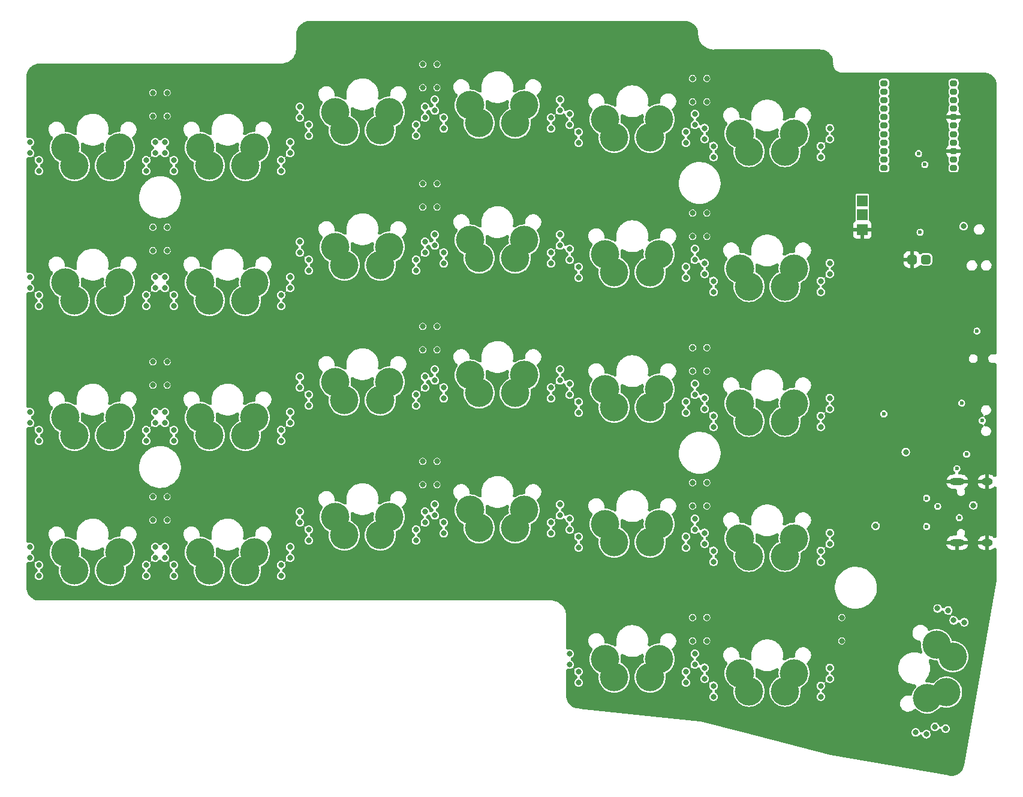
<source format=gbr>
%TF.GenerationSoftware,KiCad,Pcbnew,(6.0.4)*%
%TF.CreationDate,2022-07-03T20:13:25-07:00*%
%TF.ProjectId,Athena54,41746865-6e61-4353-942e-6b696361645f,v1.0.0*%
%TF.SameCoordinates,Original*%
%TF.FileFunction,Copper,L3,Inr*%
%TF.FilePolarity,Positive*%
%FSLAX46Y46*%
G04 Gerber Fmt 4.6, Leading zero omitted, Abs format (unit mm)*
G04 Created by KiCad (PCBNEW (6.0.4)) date 2022-07-03 20:13:25*
%MOMM*%
%LPD*%
G01*
G04 APERTURE LIST*
G04 Aperture macros list*
%AMRoundRect*
0 Rectangle with rounded corners*
0 $1 Rounding radius*
0 $2 $3 $4 $5 $6 $7 $8 $9 X,Y pos of 4 corners*
0 Add a 4 corners polygon primitive as box body*
4,1,4,$2,$3,$4,$5,$6,$7,$8,$9,$2,$3,0*
0 Add four circle primitives for the rounded corners*
1,1,$1+$1,$2,$3*
1,1,$1+$1,$4,$5*
1,1,$1+$1,$6,$7*
1,1,$1+$1,$8,$9*
0 Add four rect primitives between the rounded corners*
20,1,$1+$1,$2,$3,$4,$5,0*
20,1,$1+$1,$4,$5,$6,$7,0*
20,1,$1+$1,$6,$7,$8,$9,0*
20,1,$1+$1,$8,$9,$2,$3,0*%
G04 Aperture macros list end*
%TA.AperFunction,ComponentPad*%
%ADD10C,0.800000*%
%TD*%
%TA.AperFunction,ComponentPad*%
%ADD11C,4.000000*%
%TD*%
%TA.AperFunction,ComponentPad*%
%ADD12RoundRect,0.337500X-0.337500X0.337500X-0.337500X-0.337500X0.337500X-0.337500X0.337500X0.337500X0*%
%TD*%
%TA.AperFunction,ComponentPad*%
%ADD13O,2.100000X1.000000*%
%TD*%
%TA.AperFunction,ComponentPad*%
%ADD14O,1.600000X1.000000*%
%TD*%
%TA.AperFunction,ComponentPad*%
%ADD15R,1.524000X1.524000*%
%TD*%
%TA.AperFunction,ComponentPad*%
%ADD16RoundRect,0.200000X-0.300000X-0.200000X0.300000X-0.200000X0.300000X0.200000X-0.300000X0.200000X0*%
%TD*%
%TA.AperFunction,ViaPad*%
%ADD17C,0.800000*%
%TD*%
%TA.AperFunction,ViaPad*%
%ADD18C,0.600000*%
%TD*%
G04 APERTURE END LIST*
D10*
%TO.N,ROW2*%
%TO.C,D21*%
X84725000Y-12774000D03*
%TO.N,Net-(D21-Pad2)*%
X84725000Y-16076000D03*
%TD*%
%TO.N,COL2*%
%TO.C,SW9*%
X26619200Y-62468000D03*
D11*
X21590000Y-63230000D03*
X22860000Y-60690000D03*
D10*
X27889200Y-61452000D03*
X26619200Y-63992000D03*
X27889200Y-59928000D03*
%TO.N,Net-(D10-Pad2)*%
X11480800Y-62468000D03*
X10210800Y-61452000D03*
X11480800Y-63992000D03*
X10210800Y-59928000D03*
D11*
X16510000Y-63230000D03*
X15240000Y-60690000D03*
%TD*%
D12*
%TO.N,+BATT*%
%TO.C,J1*%
X117683500Y-19325000D03*
%TO.N,GND*%
X115683500Y-19325000D03*
%TD*%
D11*
%TO.N,COL4*%
%TO.C,SW14*%
X59690000Y-80000D03*
D10*
X64719200Y682000D03*
X65989200Y1698000D03*
X64719200Y-842000D03*
X65989200Y3222000D03*
D11*
X60960000Y2460000D03*
D10*
%TO.N,Net-(D15-Pad2)*%
X48310800Y3222000D03*
D11*
X54610000Y-80000D03*
D10*
X49580800Y-842000D03*
X49580800Y682000D03*
X48310800Y1698000D03*
D11*
X53340000Y2460000D03*
%TD*%
D10*
%TO.N,ROW2*%
%TO.C,D8*%
X10525000Y-14774000D03*
%TO.N,Net-(D8-Pad2)*%
X10525000Y-18076000D03*
%TD*%
%TO.N,ROW2*%
%TO.C,D4*%
X8525000Y-14774000D03*
%TO.N,Net-(D4-Pad2)*%
X8525000Y-18076000D03*
%TD*%
%TO.N,COL6*%
%TO.C,SW25*%
X102819200Y-23892000D03*
D11*
X97790000Y-23130000D03*
D10*
X102819200Y-22368000D03*
X104089200Y-19828000D03*
X104089200Y-21352000D03*
D11*
X99060000Y-20590000D03*
D10*
%TO.N,Net-(D26-Pad2)*%
X86410800Y-21352000D03*
D11*
X91440000Y-20590000D03*
D10*
X87680800Y-23892000D03*
X87680800Y-22368000D03*
D11*
X92710000Y-23130000D03*
D10*
X86410800Y-19828000D03*
%TD*%
%TO.N,ROW3*%
%TO.C,D17*%
X48625000Y-28774000D03*
%TO.N,Net-(D17-Pad2)*%
X48625000Y-32076000D03*
%TD*%
%TO.N,ROW4*%
%TO.C,D28*%
X86725001Y-50824000D03*
%TO.N,Net-(D28-Pad2)*%
X86725001Y-54126000D03*
%TD*%
%TO.N,ROW4*%
%TO.C,D6*%
X8525000Y-52824000D03*
%TO.N,Net-(D6-Pad2)*%
X8525000Y-56126000D03*
%TD*%
%TO.N,ROW3*%
%TO.C,D5*%
X8525000Y-33774000D03*
%TO.N,Net-(D5-Pad2)*%
X8525000Y-37076000D03*
%TD*%
%TO.N,ROW3*%
%TO.C,D9*%
X10525000Y-33774000D03*
%TO.N,Net-(D9-Pad2)*%
X10525000Y-37076000D03*
%TD*%
%TO.N,ROW2*%
%TO.C,D16*%
X48625000Y-8624000D03*
%TO.N,Net-(D16-Pad2)*%
X48625000Y-11926000D03*
%TD*%
%TO.N,ROW4*%
%TO.C,D18*%
X48625000Y-47824000D03*
%TO.N,Net-(D18-Pad2)*%
X48625000Y-51126000D03*
%TD*%
%TO.N,ROW5*%
%TO.C,D19*%
X84725000Y-69874000D03*
%TO.N,Net-(D19-Pad2)*%
X84725000Y-73176000D03*
%TD*%
%TO.N,ROW1*%
%TO.C,D20*%
X84725000Y6226001D03*
%TO.N,Net-(D20-Pad2)*%
X84725000Y2924001D03*
%TD*%
D11*
%TO.N,COL2*%
%TO.C,SW6*%
X22860000Y-3540000D03*
D10*
X27889200Y-2778000D03*
X26619200Y-6842000D03*
X26619200Y-5318000D03*
D11*
X21590000Y-6080000D03*
D10*
X27889200Y-4302000D03*
D11*
%TO.N,Net-(D7-Pad2)*%
X16510000Y-6080000D03*
D10*
X10210800Y-2778000D03*
X10210800Y-4302000D03*
X11480800Y-5318000D03*
D11*
X15240000Y-3540000D03*
D10*
X11480800Y-6842000D03*
%TD*%
%TO.N,ROW1*%
%TO.C,D15*%
X48625000Y8226000D03*
%TO.N,Net-(D15-Pad2)*%
X48625000Y4924000D03*
%TD*%
%TO.N,ROW2*%
%TO.C,D12*%
X46625000Y-8624000D03*
%TO.N,Net-(D12-Pad2)*%
X46625000Y-11926000D03*
%TD*%
D11*
%TO.N,COL6*%
%TO.C,SW24*%
X97790000Y-4080000D03*
D10*
X102819200Y-4842000D03*
X104089200Y-778000D03*
X104089200Y-2302000D03*
D11*
X99060000Y-1540000D03*
D10*
X102819200Y-3318000D03*
D11*
%TO.N,Net-(D25-Pad2)*%
X91440000Y-1540000D03*
D10*
X86410800Y-2302000D03*
X86410800Y-778000D03*
X87680800Y-4842000D03*
X87680800Y-3318000D03*
D11*
X92710000Y-4080000D03*
%TD*%
D10*
%TO.N,COL6*%
%TO.C,SW27*%
X102819200Y-61992000D03*
D11*
X97790000Y-61230000D03*
D10*
X102819200Y-60468000D03*
D11*
X99060000Y-58690000D03*
D10*
X104089200Y-59452000D03*
X104089200Y-57928000D03*
%TO.N,Net-(D28-Pad2)*%
X87680800Y-60468000D03*
X86410800Y-59452000D03*
X87680800Y-61992000D03*
D11*
X91440000Y-58690000D03*
D10*
X86410800Y-57928000D03*
D11*
X92710000Y-61230000D03*
%TD*%
D10*
%TO.N,COL2*%
%TO.C,SW8*%
X26619200Y-43418000D03*
D11*
X22860000Y-41640000D03*
D10*
X27889200Y-42402000D03*
X26619200Y-44942000D03*
X27889200Y-40878000D03*
D11*
X21590000Y-44180000D03*
D10*
%TO.N,Net-(D9-Pad2)*%
X10210800Y-42402000D03*
D11*
X15240000Y-41640000D03*
X16510000Y-44180000D03*
D10*
X11480800Y-44942000D03*
X11480800Y-43418000D03*
X10210800Y-40878000D03*
%TD*%
%TO.N,ROW3*%
%TO.C,D22*%
X84725000Y-31774000D03*
%TO.N,Net-(D22-Pad2)*%
X84725000Y-35076000D03*
%TD*%
D11*
%TO.N,COL4*%
%TO.C,SW16*%
X59690000Y-38180000D03*
D10*
X64719200Y-38942000D03*
D11*
X60960000Y-35640000D03*
D10*
X65989200Y-36402000D03*
X65989200Y-34878000D03*
X64719200Y-37418000D03*
D11*
%TO.N,Net-(D17-Pad2)*%
X53340000Y-35640000D03*
D10*
X49580800Y-37418000D03*
D11*
X54610000Y-38180000D03*
D10*
X49580800Y-38942000D03*
X48310800Y-36402000D03*
X48310800Y-34878000D03*
%TD*%
D11*
%TO.N,COL2*%
%TO.C,SW7*%
X21590000Y-25130000D03*
D10*
X27889200Y-21828000D03*
X27889200Y-23352000D03*
D11*
X22860000Y-22590000D03*
D10*
X26619200Y-24368000D03*
X26619200Y-25892000D03*
%TO.N,Net-(D8-Pad2)*%
X11480800Y-24368000D03*
D11*
X16510000Y-25130000D03*
D10*
X10210800Y-23352000D03*
D11*
X15240000Y-22590000D03*
D10*
X11480800Y-25892000D03*
X10210800Y-21828000D03*
%TD*%
%TO.N,ROW1*%
%TO.C,D3*%
X8525000Y4226000D03*
%TO.N,Net-(D3-Pad2)*%
X8525000Y924000D03*
%TD*%
%TO.N,ROW4*%
%TO.C,D23*%
X84725000Y-50824000D03*
%TO.N,Net-(D23-Pad2)*%
X84725000Y-54126000D03*
%TD*%
D11*
%TO.N,COL4*%
%TO.C,SW15*%
X59690000Y-19130000D03*
X60960000Y-16590000D03*
D10*
X65989200Y-17352000D03*
X64719200Y-18368000D03*
X64719200Y-19892000D03*
X65989200Y-15828000D03*
%TO.N,Net-(D16-Pad2)*%
X49580800Y-19892000D03*
X49580800Y-18368000D03*
X48310800Y-15828000D03*
X48310800Y-17352000D03*
D11*
X53340000Y-16590000D03*
X54610000Y-19130000D03*
%TD*%
D10*
%TO.N,ROW3*%
%TO.C,D13*%
X46625000Y-28774000D03*
%TO.N,Net-(D13-Pad2)*%
X46625000Y-32076000D03*
%TD*%
%TO.N,ROW1*%
%TO.C,D7*%
X10525000Y4226000D03*
%TO.N,Net-(D7-Pad2)*%
X10525000Y924000D03*
%TD*%
%TO.N,ROW2*%
%TO.C,D26*%
X86725000Y-12774000D03*
%TO.N,Net-(D26-Pad2)*%
X86725000Y-16076000D03*
%TD*%
%TO.N,ROW4*%
%TO.C,D14*%
X46625000Y-47824000D03*
%TO.N,Net-(D14-Pad2)*%
X46625000Y-51126000D03*
%TD*%
%TO.N,ROW1*%
%TO.C,D25*%
X86725000Y6226000D03*
%TO.N,Net-(D25-Pad2)*%
X86725000Y2924000D03*
%TD*%
D11*
%TO.N,COL4*%
%TO.C,SW17*%
X60960000Y-54690000D03*
D10*
X65989200Y-53928000D03*
D11*
X59690000Y-57230000D03*
D10*
X65989200Y-55452000D03*
X64719200Y-56468000D03*
X64719200Y-57992000D03*
D11*
%TO.N,Net-(D18-Pad2)*%
X54610000Y-57230000D03*
D10*
X49580800Y-56468000D03*
X49580800Y-57992000D03*
X48310800Y-53928000D03*
X48310800Y-55452000D03*
D11*
X53340000Y-54690000D03*
%TD*%
%TO.N,COL6*%
%TO.C,SW26*%
X99060000Y-39640001D03*
X97790000Y-42180001D03*
D10*
X102819200Y-42942001D03*
X102819200Y-41418001D03*
X104089200Y-38878001D03*
X104089200Y-40402001D03*
D11*
%TO.N,Net-(D27-Pad2)*%
X92710000Y-42180001D03*
D10*
X86410800Y-38878001D03*
X86410800Y-40402001D03*
D11*
X91440000Y-39640001D03*
D10*
X87680800Y-42942001D03*
X87680800Y-41418001D03*
%TD*%
D13*
%TO.N,GND*%
%TO.C,J2*%
X122095000Y-50705000D03*
D14*
X126275000Y-59345000D03*
X126275000Y-50705000D03*
D13*
X122095000Y-59345000D03*
%TD*%
D10*
%TO.N,ROW5*%
%TO.C,D29*%
X105775000Y-69874000D03*
%TO.N,Net-(D29-Pad2)*%
X105775000Y-73176000D03*
%TD*%
%TO.N,ROW4*%
%TO.C,D10*%
X10525000Y-52824000D03*
%TO.N,Net-(D10-Pad2)*%
X10525000Y-56126000D03*
%TD*%
%TO.N,ROW3*%
%TO.C,D27*%
X86725000Y-31774000D03*
%TO.N,Net-(D27-Pad2)*%
X86725000Y-35076000D03*
%TD*%
D15*
%TO.N,EXT_PWR*%
%TO.C,J4*%
X108693750Y-11025000D03*
%TO.N,LED*%
X108693750Y-13025000D03*
%TO.N,GND*%
X108693750Y-15125000D03*
%TD*%
D10*
%TO.N,ROW1*%
%TO.C,D11*%
X46625000Y8226000D03*
%TO.N,Net-(D11-Pad2)*%
X46625000Y4924000D03*
%TD*%
%TO.N,ROW5*%
%TO.C,D24*%
X86725000Y-69874000D03*
%TO.N,Net-(D24-Pad2)*%
X86725000Y-73176000D03*
%TD*%
D11*
%TO.N,COL1*%
%TO.C,SW4*%
X-3810000Y-41640000D03*
D10*
X-8839200Y-40878000D03*
D11*
X-2540000Y-44180000D03*
D10*
X-8839200Y-42402000D03*
X-7569200Y-44942000D03*
X-7569200Y-43418000D03*
%TO.N,Net-(D5-Pad2)*%
X7569200Y-44942000D03*
D11*
X2540000Y-44180000D03*
X3810000Y-41640000D03*
D10*
X8839200Y-42402000D03*
X8839200Y-40878000D03*
X7569200Y-43418000D03*
%TD*%
D11*
%TO.N,COL5*%
%TO.C,SW21*%
X73660000Y-40180000D03*
D10*
X67360800Y-36878000D03*
X68630800Y-39418000D03*
D11*
X72390000Y-37640000D03*
D10*
X67360800Y-38402000D03*
X68630800Y-40942000D03*
%TO.N,Net-(D22-Pad2)*%
X85039200Y-38402000D03*
X85039200Y-36878000D03*
X83769200Y-39418000D03*
D11*
X80010000Y-37640000D03*
D10*
X83769200Y-40942000D03*
D11*
X78740000Y-40180000D03*
%TD*%
D10*
%TO.N,COL4*%
%TO.C,SW18*%
X67360800Y-74978000D03*
X68630800Y-77518000D03*
D11*
X73660000Y-78280000D03*
D10*
X68630800Y-79042000D03*
X67360800Y-76502000D03*
D11*
X72390000Y-75740000D03*
D10*
%TO.N,Net-(D19-Pad2)*%
X83769200Y-77518000D03*
D11*
X78740000Y-78280000D03*
D10*
X83769200Y-79042000D03*
X85039200Y-76502000D03*
D11*
X80010000Y-75740000D03*
D10*
X85039200Y-74978000D03*
%TD*%
%TO.N,COL3*%
%TO.C,SW10*%
X30530800Y-1842000D03*
X29260800Y2222000D03*
D11*
X35560000Y-1080000D03*
D10*
X30530800Y-318000D03*
X29260800Y698000D03*
D11*
X34290000Y1460000D03*
D10*
%TO.N,Net-(D11-Pad2)*%
X45669200Y-1842000D03*
X46939200Y2222000D03*
D11*
X40640000Y-1080000D03*
X41910000Y1460000D03*
D10*
X46939200Y698000D03*
X45669200Y-318000D03*
%TD*%
%TO.N,COL3*%
%TO.C,SW11*%
X29260800Y-18352000D03*
D11*
X34290000Y-17590000D03*
X35560000Y-20130000D03*
D10*
X29260800Y-16828000D03*
X30530800Y-20892000D03*
X30530800Y-19368000D03*
%TO.N,Net-(D12-Pad2)*%
X45669200Y-20892000D03*
X45669200Y-19368000D03*
X46939200Y-18352000D03*
D11*
X41910000Y-17590000D03*
X40640000Y-20130000D03*
D10*
X46939200Y-16828000D03*
%TD*%
%TO.N,COL1*%
%TO.C,SW5*%
X-7569200Y-62468000D03*
D11*
X-3810000Y-60690000D03*
D10*
X-8839200Y-59928000D03*
X-7569200Y-63992000D03*
X-8839200Y-61452000D03*
D11*
X-2540000Y-63230000D03*
D10*
%TO.N,Net-(D6-Pad2)*%
X7569200Y-62468000D03*
X7569200Y-63992000D03*
D11*
X2540000Y-63230000D03*
X3810000Y-60690000D03*
D10*
X8839200Y-61452000D03*
X8839200Y-59928000D03*
%TD*%
D11*
%TO.N,COL5*%
%TO.C,SW19*%
X73660000Y-2080000D03*
D10*
X67360800Y1222000D03*
X68630800Y-2842000D03*
D11*
X72390000Y460000D03*
D10*
X68630800Y-1318000D03*
X67360800Y-302000D03*
%TO.N,Net-(D20-Pad2)*%
X83769200Y-1318000D03*
X85039200Y-302000D03*
D11*
X78740000Y-2080000D03*
D10*
X85039200Y1222000D03*
X83769200Y-2842000D03*
D11*
X80010000Y460000D03*
%TD*%
%TO.N,COL5*%
%TO.C,SW23*%
X92710000Y-80280000D03*
X91440000Y-77740000D03*
D10*
X86410800Y-76978000D03*
X86410800Y-78502000D03*
X87680800Y-81042000D03*
X87680800Y-79518000D03*
%TO.N,Net-(D24-Pad2)*%
X102819200Y-81042000D03*
D11*
X97790000Y-80280000D03*
X99060000Y-77740000D03*
D10*
X104089200Y-78502000D03*
X102819200Y-79518000D03*
X104089200Y-76978000D03*
%TD*%
%TO.N,COL5*%
%TO.C,SW20*%
X67360800Y-19352000D03*
X67360800Y-17828000D03*
D11*
X73660000Y-21130000D03*
D10*
X68630800Y-21892000D03*
X68630800Y-20368000D03*
D11*
X72390000Y-18590000D03*
D10*
%TO.N,Net-(D21-Pad2)*%
X83769200Y-20368000D03*
X85039200Y-19352000D03*
X83769200Y-21892000D03*
X85039200Y-17828000D03*
D11*
X80010000Y-18590000D03*
X78740000Y-21130000D03*
%TD*%
D10*
%TO.N,COL6*%
%TO.C,SW28*%
X116221917Y-86094002D03*
D11*
X117854473Y-81223499D03*
X120576418Y-80413859D03*
D10*
X118943862Y-85284363D03*
X117722764Y-86358642D03*
X120444709Y-85549003D03*
%TO.N,Net-(D29-Pad2)*%
X120810228Y-68848760D03*
X121590260Y-70275893D03*
D11*
X119177672Y-73719264D03*
X121458551Y-75411036D03*
D10*
X123091107Y-70540533D03*
X119309381Y-68584121D03*
%TD*%
%TO.N,COL5*%
%TO.C,SW22*%
X67360800Y-57452000D03*
D11*
X72390000Y-56690000D03*
D10*
X67360800Y-55928000D03*
D11*
X73660000Y-59230000D03*
D10*
X68630800Y-58468000D03*
X68630800Y-59992000D03*
%TO.N,Net-(D23-Pad2)*%
X85039200Y-57452000D03*
X83769200Y-58468000D03*
X85039200Y-55928000D03*
D11*
X78740000Y-59230000D03*
D10*
X83769200Y-59992000D03*
D11*
X80010000Y-56690000D03*
%TD*%
D16*
%TO.N,unconnected-(U4-Pad35)*%
%TO.C,U4*%
X121575000Y5575000D03*
%TO.N,unconnected-(U4-Pad36)*%
X121575000Y4375000D03*
%TO.N,unconnected-(U4-Pad37)*%
X121575000Y3175000D03*
%TO.N,unconnected-(U4-Pad38)*%
X121575000Y1975000D03*
%TO.N,GND*%
X121575000Y775000D03*
%TO.N,unconnected-(U4-Pad40)*%
X121575000Y-425000D03*
%TO.N,unconnected-(U4-Pad41)*%
X121575000Y-1625000D03*
%TO.N,VDDH*%
X121575000Y-2825000D03*
%TO.N,GND*%
X121575000Y-4025000D03*
%TO.N,unconnected-(U4-Pad44)*%
X121575000Y-5225000D03*
%TO.N,unconnected-(U4-Pad45)*%
X121575000Y-6425000D03*
%TO.N,+5V*%
X111775000Y-6425000D03*
%TO.N,DO-*%
X111775000Y-5225000D03*
%TO.N,DO+*%
X111775000Y-4025000D03*
%TO.N,unconnected-(U4-Pad49)*%
X111775000Y-2825000D03*
%TO.N,unconnected-(U4-Pad50)*%
X111775000Y-1625000D03*
%TO.N,COL6*%
X111775000Y-425000D03*
%TO.N,COL5*%
X111775000Y775000D03*
%TO.N,COL4*%
X111775000Y1975000D03*
%TO.N,COL3*%
X111775000Y3175000D03*
%TO.N,COL2*%
X111775000Y4375000D03*
%TO.N,COL1*%
X111775000Y5575000D03*
%TD*%
D10*
%TO.N,COL1*%
%TO.C,SW2*%
X-8839200Y-2778000D03*
X-7569200Y-5318000D03*
D11*
X-3810000Y-3540000D03*
D10*
X-8839200Y-4302000D03*
X-7569200Y-6842000D03*
D11*
X-2540000Y-6080000D03*
%TO.N,Net-(D3-Pad2)*%
X3810000Y-3540000D03*
D10*
X7569200Y-5318000D03*
X8839200Y-4302000D03*
D11*
X2540000Y-6080000D03*
D10*
X7569200Y-6842000D03*
X8839200Y-2778000D03*
%TD*%
%TO.N,COL1*%
%TO.C,SW3*%
X-8839200Y-21828000D03*
D11*
X-2540000Y-25130000D03*
D10*
X-7569200Y-24368000D03*
X-7569200Y-25892000D03*
D11*
X-3810000Y-22590000D03*
D10*
X-8839200Y-23352000D03*
D11*
%TO.N,Net-(D4-Pad2)*%
X2540000Y-25130000D03*
D10*
X8839200Y-21828000D03*
X7569200Y-24368000D03*
D11*
X3810000Y-22590000D03*
D10*
X7569200Y-25892000D03*
X8839200Y-23352000D03*
%TD*%
D11*
%TO.N,COL3*%
%TO.C,SW12*%
X35560000Y-39180000D03*
D10*
X30530800Y-39942000D03*
X30530800Y-38418000D03*
X29260800Y-35878000D03*
X29260800Y-37402000D03*
D11*
X34290000Y-36640000D03*
D10*
%TO.N,Net-(D13-Pad2)*%
X45669200Y-39942000D03*
X46939200Y-35878000D03*
D11*
X41910000Y-36640000D03*
X40640000Y-39180000D03*
D10*
X46939200Y-37402000D03*
X45669200Y-38418000D03*
%TD*%
%TO.N,COL3*%
%TO.C,SW13*%
X30530800Y-57468000D03*
X30530800Y-58992000D03*
D11*
X34290000Y-55690000D03*
D10*
X29260800Y-54928000D03*
X29260800Y-56452000D03*
D11*
X35560000Y-58230000D03*
%TO.N,Net-(D14-Pad2)*%
X41910000Y-55690000D03*
D10*
X45669200Y-57468000D03*
X45669200Y-58992000D03*
X46939200Y-54928000D03*
X46939200Y-56452000D03*
D11*
X40640000Y-58230000D03*
%TD*%
D17*
%TO.N,+5V*%
X114825489Y-46499511D03*
X110575000Y-56925000D03*
%TO.N,GND*%
X116875497Y-53025000D03*
X123975000Y-29425000D03*
X120475000Y-43125000D03*
X118025000Y-1075000D03*
X121975497Y-14625000D03*
X116843750Y-13575000D03*
X116843739Y-11125000D03*
X111275001Y-38125000D03*
X121764093Y-39571212D03*
X117925000Y-45975000D03*
X110975000Y-35625000D03*
X112543750Y-14475000D03*
X112475000Y-44475000D03*
X123975000Y-38675000D03*
X111121636Y-40468274D03*
X116775000Y-51225000D03*
X116434902Y-54529401D03*
X118925000Y-37875000D03*
X115925000Y-35625000D03*
X126575000Y-34575000D03*
X122462948Y-46887548D03*
X117525000Y-4375497D03*
X118775000Y-10325000D03*
X116822673Y-14575744D03*
X126575000Y-32075000D03*
X118160592Y-5289002D03*
X126574500Y-42075000D03*
X122448514Y-48065032D03*
X125847168Y-4077832D03*
X116775000Y-58825000D03*
X108225000Y-58775000D03*
X119975000Y-59375000D03*
X120525000Y-14675000D03*
X125175000Y-21725000D03*
X119125000Y-4275000D03*
X114824896Y-45500008D03*
X119324982Y-53275500D03*
X109925000Y-44625000D03*
X119875000Y-51775000D03*
%TO.N,VBUS*%
X124375000Y-54025000D03*
D18*
%TO.N,Net-(R6-Pad1)*%
X122713593Y-39593593D03*
%TO.N,Net-(D1-Pad2)*%
X122024999Y-48858594D03*
%TO.N,SWDIO*%
X116625498Y-4374971D03*
%TO.N,SWDCLK*%
X117525000Y-5925497D03*
%TO.N,/Power Management/CHG*%
X123424999Y-46825000D03*
X111737968Y-41123437D03*
%TO.N,/USB-C/CC2*%
X117775000Y-53025000D03*
%TO.N,/USB-C/CC1*%
X117775000Y-57025000D03*
%TO.N,/Power Management/SYSOFF*%
X125625000Y-42075000D03*
D17*
%TO.N,VDD*%
X122975000Y-14625000D03*
D18*
%TO.N,DI-*%
X122375000Y-55775000D03*
%TO.N,DI+*%
X119325000Y-54175000D03*
%TO.N,EXT_PWR_EN*%
X116843749Y-15475000D03*
%TO.N,RESET*%
X124875000Y-29425000D03*
%TD*%
%TA.AperFunction,Conductor*%
%TO.N,GND*%
G36*
X83702219Y14323271D02*
G01*
X83705191Y14323817D01*
X83724641Y14319344D01*
X83739130Y14322622D01*
X83742293Y14321895D01*
X83742389Y14323360D01*
X83742390Y14323360D01*
X83791295Y14320155D01*
X83943334Y14310190D01*
X83976136Y14305872D01*
X84174488Y14266418D01*
X84206449Y14257853D01*
X84397935Y14192852D01*
X84428503Y14180191D01*
X84596516Y14097336D01*
X84609880Y14090746D01*
X84638537Y14074201D01*
X84806684Y13961848D01*
X84832931Y13941708D01*
X84984971Y13808373D01*
X85008373Y13784971D01*
X85141708Y13632931D01*
X85161848Y13606684D01*
X85200063Y13549492D01*
X85274199Y13438540D01*
X85290746Y13409880D01*
X85380191Y13228503D01*
X85392852Y13197935D01*
X85457853Y13006449D01*
X85466419Y12974483D01*
X85505871Y12776143D01*
X85510189Y12743336D01*
X85523338Y12542728D01*
X85519344Y12525359D01*
X85520862Y12518650D01*
X85536551Y12259274D01*
X85584537Y11997423D01*
X85586808Y11990135D01*
X85586810Y11990127D01*
X85629266Y11853884D01*
X85663736Y11743266D01*
X85772993Y11500508D01*
X85910714Y11272689D01*
X85915427Y11266674D01*
X85915432Y11266666D01*
X85926483Y11252561D01*
X86074892Y11063132D01*
X86263132Y10874892D01*
X86269147Y10870179D01*
X86269151Y10870176D01*
X86466666Y10715432D01*
X86466674Y10715427D01*
X86472689Y10710714D01*
X86479229Y10706760D01*
X86479234Y10706757D01*
X86678555Y10586264D01*
X86700508Y10572993D01*
X86707479Y10569855D01*
X86707484Y10569853D01*
X86821887Y10518364D01*
X86943266Y10463736D01*
X87053884Y10429266D01*
X87190127Y10386810D01*
X87190135Y10386808D01*
X87197423Y10384537D01*
X87204933Y10383161D01*
X87204936Y10383160D01*
X87306161Y10364610D01*
X87459274Y10336551D01*
X87466906Y10336089D01*
X87466909Y10336089D01*
X87714996Y10321083D01*
X87714998Y10321083D01*
X87717415Y10320937D01*
X87724282Y10319345D01*
X87725000Y10319344D01*
X87738933Y10322522D01*
X87742585Y10322931D01*
X87770722Y10324500D01*
X102752219Y10324500D01*
X102752219Y10323271D01*
X102755191Y10323817D01*
X102774641Y10319344D01*
X102789130Y10322622D01*
X102792293Y10321895D01*
X102792389Y10323360D01*
X102792390Y10323360D01*
X102829358Y10320937D01*
X102993334Y10310190D01*
X103026136Y10305872D01*
X103224488Y10266418D01*
X103256449Y10257853D01*
X103447935Y10192852D01*
X103478503Y10180191D01*
X103646516Y10097336D01*
X103659880Y10090746D01*
X103688537Y10074201D01*
X103856684Y9961848D01*
X103882927Y9941711D01*
X104016056Y9824961D01*
X104034971Y9808373D01*
X104058373Y9784971D01*
X104191708Y9632931D01*
X104211848Y9606684D01*
X104324199Y9438540D01*
X104340746Y9409880D01*
X104430191Y9228503D01*
X104442852Y9197935D01*
X104507853Y9006449D01*
X104516418Y8974488D01*
X104553748Y8786817D01*
X104555871Y8776143D01*
X104560189Y8743336D01*
X104573338Y8542728D01*
X104569344Y8525359D01*
X104573644Y8506359D01*
X104573317Y8495362D01*
X104575872Y8475163D01*
X104580274Y8324725D01*
X104578944Y8293578D01*
X104576452Y8282826D01*
X104576451Y8282108D01*
X104577823Y8276093D01*
X104577505Y8272352D01*
X104578656Y8272443D01*
X104592720Y8093727D01*
X104595040Y8084063D01*
X104595041Y8084057D01*
X104601765Y8056050D01*
X104636831Y7909985D01*
X104709144Y7735405D01*
X104714340Y7726925D01*
X104714341Y7726924D01*
X104714584Y7726528D01*
X104807877Y7574287D01*
X104814330Y7566731D01*
X104814334Y7566726D01*
X104902541Y7463449D01*
X104930598Y7430598D01*
X104938157Y7424142D01*
X105066726Y7314334D01*
X105066731Y7314330D01*
X105074287Y7307877D01*
X105177872Y7244400D01*
X105204627Y7228005D01*
X105235405Y7209144D01*
X105273118Y7193523D01*
X105400803Y7140634D01*
X105400806Y7140633D01*
X105409985Y7136831D01*
X105593727Y7092720D01*
X105771595Y7078722D01*
X105771478Y7077238D01*
X105776031Y7077694D01*
X105781390Y7076452D01*
X105782108Y7076451D01*
X105796042Y7079630D01*
X105799539Y7080021D01*
X105827766Y7081591D01*
X125852184Y7074508D01*
X125852184Y7073293D01*
X125855122Y7073832D01*
X125874641Y7069344D01*
X125889128Y7072622D01*
X125892293Y7071894D01*
X125892389Y7073360D01*
X125892390Y7073360D01*
X125914757Y7071894D01*
X126093334Y7060190D01*
X126126136Y7055872D01*
X126324488Y7016418D01*
X126356449Y7007853D01*
X126420463Y6986123D01*
X126544804Y6943915D01*
X126547935Y6942852D01*
X126578503Y6930191D01*
X126746516Y6847336D01*
X126759880Y6840746D01*
X126788537Y6824201D01*
X126956684Y6711848D01*
X126982927Y6691711D01*
X127049164Y6633623D01*
X127134971Y6558373D01*
X127158373Y6534971D01*
X127165091Y6527311D01*
X127290485Y6384326D01*
X127291708Y6382931D01*
X127311848Y6356684D01*
X127419991Y6194837D01*
X127424199Y6188540D01*
X127440746Y6159880D01*
X127530191Y5978503D01*
X127542851Y5947937D01*
X127544443Y5943247D01*
X127607853Y5756449D01*
X127616418Y5724488D01*
X127650693Y5552177D01*
X127655871Y5526143D01*
X127660189Y5493336D01*
X127673338Y5292728D01*
X127669344Y5275359D01*
X127673644Y5256356D01*
X127673130Y5239047D01*
X127674500Y5225015D01*
X127674500Y-32504240D01*
X127655242Y-32601059D01*
X127600398Y-32683138D01*
X127518319Y-32737982D01*
X127421500Y-32757240D01*
X127335940Y-32740919D01*
X127332092Y-32738803D01*
X127316670Y-32734843D01*
X127316667Y-32734842D01*
X127257230Y-32719581D01*
X127179019Y-32699500D01*
X127060650Y-32699500D01*
X127052758Y-32700497D01*
X127052757Y-32700497D01*
X126958997Y-32712341D01*
X126958994Y-32712342D01*
X126943208Y-32714336D01*
X126796268Y-32772514D01*
X126668413Y-32865406D01*
X126567676Y-32987177D01*
X126560901Y-33001574D01*
X126560900Y-33001576D01*
X126554141Y-33015939D01*
X126500386Y-33130174D01*
X126470773Y-33285412D01*
X126471772Y-33301295D01*
X126471772Y-33301298D01*
X126476738Y-33380223D01*
X126480696Y-33443138D01*
X126529533Y-33593441D01*
X126538061Y-33606879D01*
X126567101Y-33652638D01*
X126614214Y-33726877D01*
X126729418Y-33835062D01*
X126867908Y-33911197D01*
X127020981Y-33950500D01*
X127139350Y-33950500D01*
X127147242Y-33949503D01*
X127147243Y-33949503D01*
X127241003Y-33937659D01*
X127241006Y-33937658D01*
X127256792Y-33935664D01*
X127328367Y-33907325D01*
X127425472Y-33889590D01*
X127521977Y-33910366D01*
X127603185Y-33966492D01*
X127656733Y-34049422D01*
X127674500Y-34142559D01*
X127674500Y-49769123D01*
X127655242Y-49865942D01*
X127600398Y-49948021D01*
X127518319Y-50002865D01*
X127421500Y-50022123D01*
X127324681Y-50002865D01*
X127258875Y-49962932D01*
X127156724Y-49877217D01*
X127136399Y-49863301D01*
X126984859Y-49779990D01*
X126962220Y-49770287D01*
X126797384Y-49717999D01*
X126773293Y-49712878D01*
X126638758Y-49697787D01*
X126624678Y-49697000D01*
X126553918Y-49697000D01*
X126533134Y-49701134D01*
X126529000Y-49721918D01*
X126529000Y-51688082D01*
X126533134Y-51708866D01*
X126553918Y-51713000D01*
X126618563Y-51713000D01*
X126630883Y-51712398D01*
X126759422Y-51699794D01*
X126783580Y-51695011D01*
X126949133Y-51645027D01*
X126971905Y-51635641D01*
X127124589Y-51554458D01*
X127145107Y-51540826D01*
X127261596Y-51445820D01*
X127348797Y-51399552D01*
X127447067Y-51390176D01*
X127541444Y-51419120D01*
X127617561Y-51481977D01*
X127663829Y-51569178D01*
X127674500Y-51641881D01*
X127674500Y-58409123D01*
X127655242Y-58505942D01*
X127600398Y-58588021D01*
X127518319Y-58642865D01*
X127421500Y-58662123D01*
X127324681Y-58642865D01*
X127258875Y-58602932D01*
X127156724Y-58517217D01*
X127136399Y-58503301D01*
X126984859Y-58419990D01*
X126962220Y-58410287D01*
X126797384Y-58357999D01*
X126773293Y-58352878D01*
X126638758Y-58337787D01*
X126624678Y-58337000D01*
X126553918Y-58337000D01*
X126533134Y-58341134D01*
X126529000Y-58361918D01*
X126529000Y-60328082D01*
X126533134Y-60348866D01*
X126553918Y-60353000D01*
X126618563Y-60353000D01*
X126630883Y-60352398D01*
X126759422Y-60339794D01*
X126783580Y-60335011D01*
X126949133Y-60285027D01*
X126971905Y-60275641D01*
X127124589Y-60194458D01*
X127145107Y-60180826D01*
X127261596Y-60085820D01*
X127348797Y-60039552D01*
X127447067Y-60030176D01*
X127541444Y-60059120D01*
X127617561Y-60121977D01*
X127663829Y-60209178D01*
X127674500Y-60281881D01*
X127674500Y-64585314D01*
X127670655Y-64629256D01*
X123911555Y-85943516D01*
X123067758Y-90727879D01*
X123066543Y-90727665D01*
X123066566Y-90730694D01*
X123058784Y-90749070D01*
X123059497Y-90763908D01*
X123058231Y-90766896D01*
X123059657Y-90767245D01*
X123011790Y-90962851D01*
X123001837Y-90994414D01*
X122928541Y-91182885D01*
X122914556Y-91212876D01*
X122817288Y-91390169D01*
X122799507Y-91418079D01*
X122679932Y-91581157D01*
X122658659Y-91606509D01*
X122518821Y-91752584D01*
X122494423Y-91774940D01*
X122336706Y-91901522D01*
X122309597Y-91920504D01*
X122136725Y-92025406D01*
X122107372Y-92040687D01*
X121922272Y-92122135D01*
X121891178Y-92133453D01*
X121697028Y-92190044D01*
X121664729Y-92197205D01*
X121521647Y-92219230D01*
X121464858Y-92227971D01*
X121431892Y-92230856D01*
X121229716Y-92235271D01*
X121196654Y-92233828D01*
X120997744Y-92212048D01*
X120996839Y-92211949D01*
X120980402Y-92204989D01*
X120960942Y-92205924D01*
X120943983Y-92202412D01*
X120929927Y-92201324D01*
X104205227Y-89252307D01*
X104186385Y-89248238D01*
X91875830Y-86094002D01*
X115616235Y-86094002D01*
X115618399Y-86110439D01*
X115628421Y-86186561D01*
X115636873Y-86250764D01*
X115643217Y-86266081D01*
X115643218Y-86266083D01*
X115683812Y-86364084D01*
X115697381Y-86396843D01*
X115793635Y-86522284D01*
X115806791Y-86532379D01*
X115905918Y-86608442D01*
X115905920Y-86608443D01*
X115919076Y-86618538D01*
X115934400Y-86624885D01*
X115934401Y-86624886D01*
X116049836Y-86672701D01*
X116049838Y-86672702D01*
X116065155Y-86679046D01*
X116081590Y-86681210D01*
X116081591Y-86681210D01*
X116205480Y-86697520D01*
X116221917Y-86699684D01*
X116238354Y-86697520D01*
X116362243Y-86681210D01*
X116362244Y-86681210D01*
X116378679Y-86679046D01*
X116393996Y-86672702D01*
X116393998Y-86672701D01*
X116509433Y-86624886D01*
X116509434Y-86624885D01*
X116524758Y-86618538D01*
X116537914Y-86608443D01*
X116537916Y-86608442D01*
X116637043Y-86532379D01*
X116650199Y-86522284D01*
X116702252Y-86454447D01*
X116776471Y-86389359D01*
X116869947Y-86357627D01*
X116968452Y-86364084D01*
X117056987Y-86407744D01*
X117122075Y-86481963D01*
X117136192Y-86516037D01*
X117137720Y-86515404D01*
X117180440Y-86618538D01*
X117198228Y-86661483D01*
X117208323Y-86674639D01*
X117208324Y-86674641D01*
X117284387Y-86773768D01*
X117294482Y-86786924D01*
X117307638Y-86797019D01*
X117406765Y-86873082D01*
X117406767Y-86873083D01*
X117419923Y-86883178D01*
X117435247Y-86889525D01*
X117435248Y-86889526D01*
X117550683Y-86937341D01*
X117550685Y-86937342D01*
X117566002Y-86943686D01*
X117582437Y-86945850D01*
X117582438Y-86945850D01*
X117706327Y-86962160D01*
X117722764Y-86964324D01*
X117739201Y-86962160D01*
X117863090Y-86945850D01*
X117863091Y-86945850D01*
X117879526Y-86943686D01*
X117894843Y-86937342D01*
X117894845Y-86937341D01*
X118010280Y-86889526D01*
X118010281Y-86889525D01*
X118025605Y-86883178D01*
X118038761Y-86873083D01*
X118038763Y-86873082D01*
X118137890Y-86797019D01*
X118151046Y-86786924D01*
X118161141Y-86773768D01*
X118237204Y-86674641D01*
X118237205Y-86674639D01*
X118247300Y-86661483D01*
X118262459Y-86624886D01*
X118301463Y-86530723D01*
X118301464Y-86530721D01*
X118307808Y-86515404D01*
X118321685Y-86410001D01*
X118326282Y-86375079D01*
X118328446Y-86358642D01*
X118323233Y-86319045D01*
X118309972Y-86218316D01*
X118309972Y-86218315D01*
X118307808Y-86201880D01*
X118272992Y-86117827D01*
X118253733Y-86021008D01*
X118272991Y-85924189D01*
X118327835Y-85842110D01*
X118409914Y-85787267D01*
X118506733Y-85768008D01*
X118603552Y-85787266D01*
X118629514Y-85800069D01*
X118641021Y-85808899D01*
X118656340Y-85815244D01*
X118656341Y-85815245D01*
X118771781Y-85863062D01*
X118771783Y-85863063D01*
X118787100Y-85869407D01*
X118803535Y-85871571D01*
X118803536Y-85871571D01*
X118927425Y-85887881D01*
X118943862Y-85890045D01*
X118960299Y-85887881D01*
X119084188Y-85871571D01*
X119084189Y-85871571D01*
X119100624Y-85869407D01*
X119115941Y-85863063D01*
X119115943Y-85863062D01*
X119231378Y-85815247D01*
X119231379Y-85815246D01*
X119246703Y-85808899D01*
X119259859Y-85798804D01*
X119259861Y-85798803D01*
X119358988Y-85722740D01*
X119372144Y-85712645D01*
X119424197Y-85644808D01*
X119498416Y-85579720D01*
X119591892Y-85547988D01*
X119690397Y-85554445D01*
X119778932Y-85598105D01*
X119844020Y-85672324D01*
X119858137Y-85706398D01*
X119859665Y-85705765D01*
X119902385Y-85808899D01*
X119920173Y-85851844D01*
X119930268Y-85865000D01*
X119930269Y-85865002D01*
X119972674Y-85920265D01*
X120016427Y-85977285D01*
X120029583Y-85987380D01*
X120128710Y-86063443D01*
X120128712Y-86063444D01*
X120141868Y-86073539D01*
X120157192Y-86079886D01*
X120157193Y-86079887D01*
X120272628Y-86127702D01*
X120272630Y-86127703D01*
X120287947Y-86134047D01*
X120304382Y-86136211D01*
X120304383Y-86136211D01*
X120428272Y-86152521D01*
X120444709Y-86154685D01*
X120461146Y-86152521D01*
X120585035Y-86136211D01*
X120585036Y-86136211D01*
X120601471Y-86134047D01*
X120616788Y-86127703D01*
X120616790Y-86127702D01*
X120732225Y-86079887D01*
X120732226Y-86079886D01*
X120747550Y-86073539D01*
X120760706Y-86063444D01*
X120760708Y-86063443D01*
X120859835Y-85987380D01*
X120872991Y-85977285D01*
X120916744Y-85920265D01*
X120959149Y-85865002D01*
X120959150Y-85865000D01*
X120969245Y-85851844D01*
X120975593Y-85836519D01*
X121023408Y-85721084D01*
X121023409Y-85721082D01*
X121029753Y-85705765D01*
X121050391Y-85549003D01*
X121042402Y-85488320D01*
X121031917Y-85408677D01*
X121031917Y-85408676D01*
X121029753Y-85392241D01*
X120985069Y-85284363D01*
X120975593Y-85261487D01*
X120975592Y-85261486D01*
X120969245Y-85246162D01*
X120872991Y-85120721D01*
X120859835Y-85110626D01*
X120760708Y-85034563D01*
X120760706Y-85034562D01*
X120747550Y-85024467D01*
X120680870Y-84996847D01*
X120616790Y-84970304D01*
X120616788Y-84970303D01*
X120601471Y-84963959D01*
X120585036Y-84961795D01*
X120585035Y-84961795D01*
X120461146Y-84945485D01*
X120444709Y-84943321D01*
X120428272Y-84945485D01*
X120304383Y-84961795D01*
X120304382Y-84961795D01*
X120287947Y-84963959D01*
X120272630Y-84970303D01*
X120272628Y-84970304D01*
X120208548Y-84996847D01*
X120141868Y-85024467D01*
X120128712Y-85034562D01*
X120128710Y-85034563D01*
X120029583Y-85110626D01*
X120016427Y-85120721D01*
X120006332Y-85133877D01*
X119964374Y-85188558D01*
X119890155Y-85253646D01*
X119796679Y-85285378D01*
X119698174Y-85278921D01*
X119609639Y-85235261D01*
X119544551Y-85161042D01*
X119530434Y-85126968D01*
X119528906Y-85127601D01*
X119474746Y-84996847D01*
X119474745Y-84996846D01*
X119468398Y-84981522D01*
X119454922Y-84963959D01*
X119382239Y-84869237D01*
X119372144Y-84856081D01*
X119358988Y-84845986D01*
X119259861Y-84769923D01*
X119259859Y-84769922D01*
X119246703Y-84759827D01*
X119231378Y-84753479D01*
X119115943Y-84705664D01*
X119115941Y-84705663D01*
X119100624Y-84699319D01*
X119084189Y-84697155D01*
X119084188Y-84697155D01*
X118960299Y-84680845D01*
X118943862Y-84678681D01*
X118927425Y-84680845D01*
X118803536Y-84697155D01*
X118803535Y-84697155D01*
X118787100Y-84699319D01*
X118771783Y-84705663D01*
X118771781Y-84705664D01*
X118656346Y-84753479D01*
X118641021Y-84759827D01*
X118627865Y-84769922D01*
X118627863Y-84769923D01*
X118528736Y-84845986D01*
X118515580Y-84856081D01*
X118505485Y-84869237D01*
X118432803Y-84963959D01*
X118419326Y-84981522D01*
X118412979Y-84996846D01*
X118412978Y-84996847D01*
X118397356Y-85034563D01*
X118358818Y-85127601D01*
X118356654Y-85144036D01*
X118356654Y-85144037D01*
X118344644Y-85235261D01*
X118338180Y-85284363D01*
X118340344Y-85300800D01*
X118350366Y-85376922D01*
X118358818Y-85441125D01*
X118365162Y-85456442D01*
X118365163Y-85456444D01*
X118393634Y-85525178D01*
X118412893Y-85621997D01*
X118393635Y-85718816D01*
X118338791Y-85800895D01*
X118256712Y-85855738D01*
X118159893Y-85874997D01*
X118063074Y-85855739D01*
X118037112Y-85842936D01*
X118025605Y-85834106D01*
X118010286Y-85827761D01*
X118010285Y-85827760D01*
X117894845Y-85779943D01*
X117894843Y-85779942D01*
X117879526Y-85773598D01*
X117863091Y-85771434D01*
X117863090Y-85771434D01*
X117739201Y-85755124D01*
X117722764Y-85752960D01*
X117706327Y-85755124D01*
X117582438Y-85771434D01*
X117582437Y-85771434D01*
X117566002Y-85773598D01*
X117550685Y-85779942D01*
X117550683Y-85779943D01*
X117435248Y-85827758D01*
X117419923Y-85834106D01*
X117406767Y-85844201D01*
X117406765Y-85844202D01*
X117307638Y-85920265D01*
X117294482Y-85930360D01*
X117284387Y-85943516D01*
X117242429Y-85998197D01*
X117168210Y-86063285D01*
X117074734Y-86095017D01*
X116976229Y-86088560D01*
X116887694Y-86044900D01*
X116822606Y-85970681D01*
X116808489Y-85936607D01*
X116806961Y-85937240D01*
X116752801Y-85806486D01*
X116752800Y-85806485D01*
X116746453Y-85791161D01*
X116732977Y-85773598D01*
X116660294Y-85678876D01*
X116650199Y-85665720D01*
X116593218Y-85621997D01*
X116537916Y-85579562D01*
X116537914Y-85579561D01*
X116524758Y-85569466D01*
X116509433Y-85563118D01*
X116393998Y-85515303D01*
X116393996Y-85515302D01*
X116378679Y-85508958D01*
X116362244Y-85506794D01*
X116362243Y-85506794D01*
X116238354Y-85490484D01*
X116221917Y-85488320D01*
X116205480Y-85490484D01*
X116081591Y-85506794D01*
X116081590Y-85506794D01*
X116065155Y-85508958D01*
X116049838Y-85515302D01*
X116049836Y-85515303D01*
X115934401Y-85563118D01*
X115919076Y-85569466D01*
X115905920Y-85579561D01*
X115905918Y-85579562D01*
X115850616Y-85621997D01*
X115793635Y-85665720D01*
X115783540Y-85678876D01*
X115710858Y-85773598D01*
X115697381Y-85791161D01*
X115691034Y-85806485D01*
X115691033Y-85806486D01*
X115667599Y-85863062D01*
X115636873Y-85937240D01*
X115616235Y-86094002D01*
X91875830Y-86094002D01*
X85792490Y-84535316D01*
X85787489Y-84533818D01*
X85782237Y-84532653D01*
X85768704Y-84528000D01*
X85760596Y-84527144D01*
X85752868Y-84525164D01*
X85738679Y-84524787D01*
X85733639Y-84524084D01*
X85728238Y-84523728D01*
X79953845Y-83914114D01*
X68723373Y-82728492D01*
X68702567Y-82725015D01*
X68699645Y-82724928D01*
X68675359Y-82719344D01*
X68660872Y-82722622D01*
X68657707Y-82721894D01*
X68657611Y-82723360D01*
X68657610Y-82723360D01*
X68596337Y-82719344D01*
X68456666Y-82710190D01*
X68423864Y-82705872D01*
X68225512Y-82666418D01*
X68193551Y-82657853D01*
X68077736Y-82618539D01*
X68002063Y-82592851D01*
X67971497Y-82580191D01*
X67790121Y-82490746D01*
X67761460Y-82474199D01*
X67593316Y-82361848D01*
X67567069Y-82341708D01*
X67541216Y-82319035D01*
X67415029Y-82208373D01*
X67391627Y-82184971D01*
X67258292Y-82032931D01*
X67238152Y-82006684D01*
X67125799Y-81838537D01*
X67109254Y-81809880D01*
X67029267Y-81647682D01*
X67019809Y-81628503D01*
X67007148Y-81597935D01*
X66996490Y-81566536D01*
X66942147Y-81406449D01*
X66933581Y-81374483D01*
X66924637Y-81329516D01*
X66894128Y-81176136D01*
X66889810Y-81143331D01*
X66889024Y-81131330D01*
X66879921Y-80992451D01*
X66878303Y-80967761D01*
X66879179Y-80932086D01*
X66880655Y-80925718D01*
X66880656Y-80925000D01*
X66877478Y-80911066D01*
X66877069Y-80907415D01*
X66875500Y-80879278D01*
X66875500Y-77326488D01*
X66894758Y-77229669D01*
X66949602Y-77147590D01*
X67031681Y-77092746D01*
X67128500Y-77073488D01*
X67191258Y-77081750D01*
X67204038Y-77087044D01*
X67360800Y-77107682D01*
X67377237Y-77105518D01*
X67501126Y-77089208D01*
X67501127Y-77089208D01*
X67517562Y-77087044D01*
X67532879Y-77080700D01*
X67532881Y-77080699D01*
X67648316Y-77032884D01*
X67648317Y-77032883D01*
X67663641Y-77026536D01*
X67677934Y-77015568D01*
X67680497Y-77014304D01*
X67691159Y-77008149D01*
X67691562Y-77008848D01*
X67766470Y-76971907D01*
X67864974Y-76965450D01*
X67958451Y-76997181D01*
X68032670Y-77062269D01*
X68076331Y-77150804D01*
X68082788Y-77249308D01*
X68065694Y-77313103D01*
X68045756Y-77361238D01*
X68043592Y-77377673D01*
X68043592Y-77377674D01*
X68034808Y-77444400D01*
X68025118Y-77518000D01*
X68027282Y-77534437D01*
X68042950Y-77653445D01*
X68045756Y-77674762D01*
X68052100Y-77690079D01*
X68052101Y-77690081D01*
X68082723Y-77764009D01*
X68106264Y-77820841D01*
X68116359Y-77833997D01*
X68116360Y-77833999D01*
X68164179Y-77896318D01*
X68202518Y-77946282D01*
X68215674Y-77956377D01*
X68314801Y-78032440D01*
X68314803Y-78032441D01*
X68327959Y-78042536D01*
X68343283Y-78048883D01*
X68357638Y-78057171D01*
X68356424Y-78059273D01*
X68419027Y-78101103D01*
X68473870Y-78183182D01*
X68493128Y-78280001D01*
X68473869Y-78376820D01*
X68419025Y-78458899D01*
X68356425Y-78500727D01*
X68357638Y-78502829D01*
X68343283Y-78511117D01*
X68327959Y-78517464D01*
X68314803Y-78527559D01*
X68314801Y-78527560D01*
X68241375Y-78583902D01*
X68202518Y-78613718D01*
X68192423Y-78626874D01*
X68120449Y-78720673D01*
X68106264Y-78739159D01*
X68099917Y-78754483D01*
X68099916Y-78754484D01*
X68052401Y-78869196D01*
X68045756Y-78885238D01*
X68043592Y-78901673D01*
X68043592Y-78901674D01*
X68030331Y-79002403D01*
X68025118Y-79042000D01*
X68027282Y-79058437D01*
X68042036Y-79170502D01*
X68045756Y-79198762D01*
X68052100Y-79214079D01*
X68052101Y-79214081D01*
X68095426Y-79318676D01*
X68106264Y-79344841D01*
X68116359Y-79357997D01*
X68116360Y-79357999D01*
X68140530Y-79389498D01*
X68202518Y-79470282D01*
X68215674Y-79480377D01*
X68314801Y-79556440D01*
X68314803Y-79556441D01*
X68327959Y-79566536D01*
X68343283Y-79572883D01*
X68343284Y-79572884D01*
X68458719Y-79620699D01*
X68458721Y-79620700D01*
X68474038Y-79627044D01*
X68490473Y-79629208D01*
X68490474Y-79629208D01*
X68614363Y-79645518D01*
X68630800Y-79647682D01*
X68647237Y-79645518D01*
X68771126Y-79629208D01*
X68771127Y-79629208D01*
X68787562Y-79627044D01*
X68802879Y-79620700D01*
X68802881Y-79620699D01*
X68918316Y-79572884D01*
X68918317Y-79572883D01*
X68933641Y-79566536D01*
X68946797Y-79556441D01*
X68946799Y-79556440D01*
X69045926Y-79480377D01*
X69059082Y-79470282D01*
X69121070Y-79389498D01*
X69145240Y-79357999D01*
X69145241Y-79357997D01*
X69155336Y-79344841D01*
X69166174Y-79318676D01*
X69209499Y-79214081D01*
X69209500Y-79214079D01*
X69215844Y-79198762D01*
X69219565Y-79170502D01*
X69234318Y-79058437D01*
X69236482Y-79042000D01*
X69231269Y-79002403D01*
X69218008Y-78901674D01*
X69218008Y-78901673D01*
X69215844Y-78885238D01*
X69209200Y-78869196D01*
X69161684Y-78754484D01*
X69161683Y-78754483D01*
X69155336Y-78739159D01*
X69141152Y-78720673D01*
X69069177Y-78626874D01*
X69059082Y-78613718D01*
X69020225Y-78583902D01*
X68946799Y-78527560D01*
X68946797Y-78527559D01*
X68933641Y-78517464D01*
X68918317Y-78511117D01*
X68903962Y-78502829D01*
X68905176Y-78500727D01*
X68842573Y-78458897D01*
X68787730Y-78376818D01*
X68768472Y-78279999D01*
X68787731Y-78183180D01*
X68842575Y-78101101D01*
X68905175Y-78059273D01*
X68903962Y-78057171D01*
X68918317Y-78048883D01*
X68933641Y-78042536D01*
X68946797Y-78032441D01*
X68946799Y-78032440D01*
X69045926Y-77956377D01*
X69059082Y-77946282D01*
X69097421Y-77896318D01*
X69145240Y-77833999D01*
X69145241Y-77833997D01*
X69155336Y-77820841D01*
X69178877Y-77764009D01*
X69209499Y-77690081D01*
X69209500Y-77690079D01*
X69215844Y-77674762D01*
X69218651Y-77653445D01*
X69234318Y-77534437D01*
X69236482Y-77518000D01*
X69226792Y-77444400D01*
X69218008Y-77377674D01*
X69218008Y-77377673D01*
X69215844Y-77361238D01*
X69187621Y-77293100D01*
X69161684Y-77230484D01*
X69161683Y-77230483D01*
X69155336Y-77215159D01*
X69135697Y-77189564D01*
X69069177Y-77102874D01*
X69059082Y-77089718D01*
X68990973Y-77037456D01*
X68946799Y-77003560D01*
X68946797Y-77003559D01*
X68933641Y-76993464D01*
X68918316Y-76987116D01*
X68802881Y-76939301D01*
X68802879Y-76939300D01*
X68787562Y-76932956D01*
X68771127Y-76930792D01*
X68771126Y-76930792D01*
X68647237Y-76914482D01*
X68630800Y-76912318D01*
X68614363Y-76914482D01*
X68490474Y-76930792D01*
X68490473Y-76930792D01*
X68474038Y-76932956D01*
X68458721Y-76939300D01*
X68458719Y-76939301D01*
X68343284Y-76987116D01*
X68327959Y-76993464D01*
X68314801Y-77003560D01*
X68314800Y-77003561D01*
X68313665Y-77004432D01*
X68311103Y-77005696D01*
X68300441Y-77011851D01*
X68300038Y-77011152D01*
X68225130Y-77048093D01*
X68126626Y-77054550D01*
X68033149Y-77022819D01*
X67958930Y-76957731D01*
X67915269Y-76869196D01*
X67908812Y-76770692D01*
X67925906Y-76706897D01*
X67939499Y-76674080D01*
X67945844Y-76658762D01*
X67955700Y-76583902D01*
X67964318Y-76518437D01*
X67966482Y-76502000D01*
X67959256Y-76447116D01*
X67948008Y-76361674D01*
X67948008Y-76361673D01*
X67945844Y-76345238D01*
X67937588Y-76325305D01*
X67891684Y-76214484D01*
X67891683Y-76214483D01*
X67885336Y-76199159D01*
X67871152Y-76180673D01*
X67799177Y-76086874D01*
X67789082Y-76073718D01*
X67739876Y-76035961D01*
X67676799Y-75987560D01*
X67676797Y-75987559D01*
X67663641Y-75977464D01*
X67648317Y-75971117D01*
X67633962Y-75962829D01*
X67635176Y-75960727D01*
X67572573Y-75918897D01*
X67517730Y-75836818D01*
X67498472Y-75739999D01*
X67517731Y-75643180D01*
X67572575Y-75561101D01*
X67635175Y-75519273D01*
X67633962Y-75517171D01*
X67648317Y-75508883D01*
X67663641Y-75502536D01*
X67676797Y-75492441D01*
X67676799Y-75492440D01*
X67775926Y-75416377D01*
X67789082Y-75406282D01*
X67834357Y-75347278D01*
X67875240Y-75293999D01*
X67875241Y-75293997D01*
X67885336Y-75280841D01*
X67900927Y-75243202D01*
X67939499Y-75150081D01*
X67939500Y-75150079D01*
X67945844Y-75134762D01*
X67966482Y-74978000D01*
X67956732Y-74903942D01*
X67948008Y-74837674D01*
X67948008Y-74837673D01*
X67945844Y-74821238D01*
X67932835Y-74789830D01*
X67891684Y-74690484D01*
X67891683Y-74690483D01*
X67885336Y-74675159D01*
X67864361Y-74647823D01*
X67799177Y-74562874D01*
X67789082Y-74549718D01*
X67775926Y-74539623D01*
X67676799Y-74463560D01*
X67676797Y-74463559D01*
X67663641Y-74453464D01*
X67545065Y-74404348D01*
X67532881Y-74399301D01*
X67532879Y-74399300D01*
X67517562Y-74392956D01*
X67501127Y-74390792D01*
X67501126Y-74390792D01*
X67377237Y-74374482D01*
X67360800Y-74372318D01*
X67204038Y-74392956D01*
X67191775Y-74398036D01*
X67095478Y-74404348D01*
X67002001Y-74372617D01*
X66927782Y-74307529D01*
X66884121Y-74218994D01*
X66875500Y-74153512D01*
X66875500Y-73144769D01*
X69990730Y-73144769D01*
X69993769Y-73210436D01*
X69998469Y-73311979D01*
X70000659Y-73359306D01*
X70003479Y-73371006D01*
X70003479Y-73371008D01*
X70047885Y-73555259D01*
X70050978Y-73568094D01*
X70139869Y-73763600D01*
X70146837Y-73773423D01*
X70243722Y-73910005D01*
X70264126Y-73938770D01*
X70274683Y-73948876D01*
X70410568Y-74078959D01*
X70410572Y-74078962D01*
X70419265Y-74087284D01*
X70463644Y-74115939D01*
X70502723Y-74141172D01*
X70573614Y-74209870D01*
X70612819Y-74300466D01*
X70614369Y-74399170D01*
X70575849Y-74494272D01*
X70480222Y-74637389D01*
X70440013Y-74718924D01*
X70376164Y-74848399D01*
X70352641Y-74896098D01*
X70349980Y-74903938D01*
X70349978Y-74903942D01*
X70285166Y-75094871D01*
X70259919Y-75169247D01*
X70203644Y-75452161D01*
X70203103Y-75460418D01*
X70203102Y-75460424D01*
X70190372Y-75654646D01*
X70184778Y-75740000D01*
X70185320Y-75748269D01*
X70202453Y-76009665D01*
X70203644Y-76027839D01*
X70259919Y-76310753D01*
X70262580Y-76318592D01*
X70340270Y-76547457D01*
X70352641Y-76583902D01*
X70480222Y-76842611D01*
X70640480Y-77082454D01*
X70645940Y-77088679D01*
X70645940Y-77088680D01*
X70734413Y-77189564D01*
X70830673Y-77299327D01*
X70836900Y-77304788D01*
X70995950Y-77444271D01*
X71047546Y-77489520D01*
X71287389Y-77649778D01*
X71294819Y-77653442D01*
X71294824Y-77653445D01*
X71344914Y-77678147D01*
X71423230Y-77738241D01*
X71472588Y-77823732D01*
X71485472Y-77921603D01*
X71481152Y-77954416D01*
X71475259Y-77984039D01*
X71475258Y-77984047D01*
X71473644Y-77992161D01*
X71473103Y-78000418D01*
X71473102Y-78000424D01*
X71464759Y-78127718D01*
X71454778Y-78280000D01*
X71455320Y-78288269D01*
X71470894Y-78525879D01*
X71473644Y-78567839D01*
X71529919Y-78850753D01*
X71532580Y-78858592D01*
X71615877Y-79103975D01*
X71622641Y-79123902D01*
X71626304Y-79131329D01*
X71626304Y-79131330D01*
X71649018Y-79177389D01*
X71750222Y-79382611D01*
X71910480Y-79622454D01*
X71915940Y-79628679D01*
X71915940Y-79628680D01*
X72095212Y-79833100D01*
X72100673Y-79839327D01*
X72106900Y-79844788D01*
X72231907Y-79954416D01*
X72317546Y-80029520D01*
X72557389Y-80189778D01*
X72816098Y-80317359D01*
X72823938Y-80320020D01*
X72823942Y-80320022D01*
X72999444Y-80379597D01*
X73089247Y-80410081D01*
X73372161Y-80466356D01*
X73380418Y-80466897D01*
X73380424Y-80466898D01*
X73651731Y-80484680D01*
X73660000Y-80485222D01*
X73668269Y-80484680D01*
X73939576Y-80466898D01*
X73939582Y-80466897D01*
X73947839Y-80466356D01*
X74230753Y-80410081D01*
X74320556Y-80379597D01*
X74496058Y-80320022D01*
X74496062Y-80320020D01*
X74503902Y-80317359D01*
X74762611Y-80189778D01*
X75002454Y-80029520D01*
X75088094Y-79954416D01*
X75213100Y-79844788D01*
X75219327Y-79839327D01*
X75224788Y-79833100D01*
X75404060Y-79628680D01*
X75404060Y-79628679D01*
X75409520Y-79622454D01*
X75569778Y-79382611D01*
X75670982Y-79177389D01*
X75693696Y-79131330D01*
X75693696Y-79131329D01*
X75697359Y-79123902D01*
X75704124Y-79103975D01*
X75787420Y-78858592D01*
X75790081Y-78850753D01*
X75846356Y-78567839D01*
X75849107Y-78525879D01*
X75864680Y-78288269D01*
X75865222Y-78280000D01*
X75855241Y-78127718D01*
X75846898Y-78000424D01*
X75846897Y-78000418D01*
X75846356Y-77992161D01*
X75790081Y-77709247D01*
X75747053Y-77582492D01*
X75700022Y-77443942D01*
X75700020Y-77443938D01*
X75697359Y-77436098D01*
X75569778Y-77177389D01*
X75409520Y-76937546D01*
X75390626Y-76916001D01*
X75224788Y-76726900D01*
X75219327Y-76720673D01*
X75002454Y-76530480D01*
X74762611Y-76370222D01*
X74755181Y-76366558D01*
X74755176Y-76366555D01*
X74705086Y-76341853D01*
X74626770Y-76281759D01*
X74577412Y-76196268D01*
X74564528Y-76098397D01*
X74568848Y-76065584D01*
X74574741Y-76035961D01*
X74574742Y-76035953D01*
X74576356Y-76027839D01*
X74577548Y-76009665D01*
X74594680Y-75748269D01*
X74595222Y-75740000D01*
X74589628Y-75654646D01*
X74576898Y-75460424D01*
X74576897Y-75460418D01*
X74576356Y-75452161D01*
X74549793Y-75318620D01*
X74549793Y-75219904D01*
X74587570Y-75128703D01*
X74657373Y-75058900D01*
X74748574Y-75021123D01*
X74847290Y-75021123D01*
X74931251Y-75054239D01*
X75136821Y-75181697D01*
X75136825Y-75181699D01*
X75143960Y-75186123D01*
X75151613Y-75189562D01*
X75151616Y-75189564D01*
X75408259Y-75304904D01*
X75408263Y-75304905D01*
X75415914Y-75308344D01*
X75495180Y-75331974D01*
X75693599Y-75391125D01*
X75693603Y-75391126D01*
X75701644Y-75393523D01*
X75709936Y-75394836D01*
X75709939Y-75394837D01*
X75891111Y-75423532D01*
X75996129Y-75440165D01*
X76029023Y-75441659D01*
X76086540Y-75444271D01*
X76086555Y-75444271D01*
X76089388Y-75444400D01*
X76275625Y-75444400D01*
X76497501Y-75429663D01*
X76505721Y-75428006D01*
X76505725Y-75428005D01*
X76670217Y-75394837D01*
X76789774Y-75370730D01*
X76797708Y-75367998D01*
X76797712Y-75367997D01*
X77063744Y-75276395D01*
X77063749Y-75276393D01*
X77071686Y-75273660D01*
X77084693Y-75267147D01*
X77280194Y-75169247D01*
X77338284Y-75140158D01*
X77345217Y-75135446D01*
X77345221Y-75135444D01*
X77460430Y-75057148D01*
X77551332Y-75018657D01*
X77650045Y-75017881D01*
X77741540Y-75054941D01*
X77811889Y-75124193D01*
X77850380Y-75215095D01*
X77850776Y-75315757D01*
X77826250Y-75439060D01*
X77823644Y-75452161D01*
X77823103Y-75460418D01*
X77823102Y-75460424D01*
X77810372Y-75654646D01*
X77804778Y-75740000D01*
X77805320Y-75748269D01*
X77822453Y-76009665D01*
X77823644Y-76027839D01*
X77825258Y-76035953D01*
X77825259Y-76035961D01*
X77831152Y-76065584D01*
X77831153Y-76164300D01*
X77793377Y-76255502D01*
X77723576Y-76325305D01*
X77694914Y-76341853D01*
X77644824Y-76366555D01*
X77644819Y-76366558D01*
X77637389Y-76370222D01*
X77397546Y-76530480D01*
X77180673Y-76720673D01*
X77175212Y-76726900D01*
X77009375Y-76916001D01*
X76990480Y-76937546D01*
X76830222Y-77177389D01*
X76702641Y-77436098D01*
X76699980Y-77443938D01*
X76699978Y-77443942D01*
X76652947Y-77582492D01*
X76609919Y-77709247D01*
X76553644Y-77992161D01*
X76553103Y-78000418D01*
X76553102Y-78000424D01*
X76544759Y-78127718D01*
X76534778Y-78280000D01*
X76535320Y-78288269D01*
X76550894Y-78525879D01*
X76553644Y-78567839D01*
X76609919Y-78850753D01*
X76612580Y-78858592D01*
X76695877Y-79103975D01*
X76702641Y-79123902D01*
X76706304Y-79131329D01*
X76706304Y-79131330D01*
X76729018Y-79177389D01*
X76830222Y-79382611D01*
X76990480Y-79622454D01*
X76995940Y-79628679D01*
X76995940Y-79628680D01*
X77175212Y-79833100D01*
X77180673Y-79839327D01*
X77186900Y-79844788D01*
X77311907Y-79954416D01*
X77397546Y-80029520D01*
X77637389Y-80189778D01*
X77896098Y-80317359D01*
X77903938Y-80320020D01*
X77903942Y-80320022D01*
X78079444Y-80379597D01*
X78169247Y-80410081D01*
X78452161Y-80466356D01*
X78460418Y-80466897D01*
X78460424Y-80466898D01*
X78731731Y-80484680D01*
X78740000Y-80485222D01*
X78748269Y-80484680D01*
X79019576Y-80466898D01*
X79019582Y-80466897D01*
X79027839Y-80466356D01*
X79310753Y-80410081D01*
X79400556Y-80379597D01*
X79576058Y-80320022D01*
X79576062Y-80320020D01*
X79583902Y-80317359D01*
X79842611Y-80189778D01*
X80082454Y-80029520D01*
X80168094Y-79954416D01*
X80293100Y-79844788D01*
X80299327Y-79839327D01*
X80304788Y-79833100D01*
X80484060Y-79628680D01*
X80484060Y-79628679D01*
X80489520Y-79622454D01*
X80649778Y-79382611D01*
X80750982Y-79177389D01*
X80773696Y-79131330D01*
X80773696Y-79131329D01*
X80777359Y-79123902D01*
X80784124Y-79103975D01*
X80805162Y-79042000D01*
X83163518Y-79042000D01*
X83165682Y-79058437D01*
X83180436Y-79170502D01*
X83184156Y-79198762D01*
X83190500Y-79214079D01*
X83190501Y-79214081D01*
X83233826Y-79318676D01*
X83244664Y-79344841D01*
X83254759Y-79357997D01*
X83254760Y-79357999D01*
X83278930Y-79389498D01*
X83340918Y-79470282D01*
X83354074Y-79480377D01*
X83453201Y-79556440D01*
X83453203Y-79556441D01*
X83466359Y-79566536D01*
X83481683Y-79572883D01*
X83481684Y-79572884D01*
X83597119Y-79620699D01*
X83597121Y-79620700D01*
X83612438Y-79627044D01*
X83628873Y-79629208D01*
X83628874Y-79629208D01*
X83752763Y-79645518D01*
X83769200Y-79647682D01*
X83785637Y-79645518D01*
X83909526Y-79629208D01*
X83909527Y-79629208D01*
X83925962Y-79627044D01*
X83941279Y-79620700D01*
X83941281Y-79620699D01*
X84056716Y-79572884D01*
X84056717Y-79572883D01*
X84072041Y-79566536D01*
X84085197Y-79556441D01*
X84085199Y-79556440D01*
X84184326Y-79480377D01*
X84197482Y-79470282D01*
X84259470Y-79389498D01*
X84283640Y-79357999D01*
X84283641Y-79357997D01*
X84293736Y-79344841D01*
X84304574Y-79318676D01*
X84347899Y-79214081D01*
X84347900Y-79214079D01*
X84354244Y-79198762D01*
X84357965Y-79170502D01*
X84372718Y-79058437D01*
X84374882Y-79042000D01*
X84369669Y-79002403D01*
X84356408Y-78901674D01*
X84356408Y-78901673D01*
X84354244Y-78885238D01*
X84347600Y-78869196D01*
X84300084Y-78754484D01*
X84300083Y-78754483D01*
X84293736Y-78739159D01*
X84279552Y-78720673D01*
X84207577Y-78626874D01*
X84197482Y-78613718D01*
X84158625Y-78583902D01*
X84085199Y-78527560D01*
X84085197Y-78527559D01*
X84072041Y-78517464D01*
X84056717Y-78511117D01*
X84042362Y-78502829D01*
X84043576Y-78500727D01*
X83980973Y-78458897D01*
X83926130Y-78376818D01*
X83906872Y-78279999D01*
X83926131Y-78183180D01*
X83980975Y-78101101D01*
X84043575Y-78059273D01*
X84042362Y-78057171D01*
X84056717Y-78048883D01*
X84072041Y-78042536D01*
X84085197Y-78032441D01*
X84085199Y-78032440D01*
X84184326Y-77956377D01*
X84197482Y-77946282D01*
X84235821Y-77896318D01*
X84283640Y-77833999D01*
X84283641Y-77833997D01*
X84293736Y-77820841D01*
X84317277Y-77764009D01*
X84347899Y-77690081D01*
X84347900Y-77690079D01*
X84354244Y-77674762D01*
X84357051Y-77653445D01*
X84372718Y-77534437D01*
X84374882Y-77518000D01*
X84365192Y-77444400D01*
X84356408Y-77377674D01*
X84356408Y-77377673D01*
X84354244Y-77361238D01*
X84334306Y-77313103D01*
X84315048Y-77216284D01*
X84334307Y-77119466D01*
X84389151Y-77037387D01*
X84471231Y-76982544D01*
X84568050Y-76963286D01*
X84664868Y-76982545D01*
X84722066Y-77015568D01*
X84736359Y-77026536D01*
X84751683Y-77032883D01*
X84751684Y-77032884D01*
X84867119Y-77080699D01*
X84867121Y-77080700D01*
X84882438Y-77087044D01*
X84898873Y-77089208D01*
X84898874Y-77089208D01*
X85022763Y-77105518D01*
X85039200Y-77107682D01*
X85055637Y-77105518D01*
X85179526Y-77089208D01*
X85179527Y-77089208D01*
X85195962Y-77087044D01*
X85211279Y-77080700D01*
X85211281Y-77080699D01*
X85326716Y-77032884D01*
X85326717Y-77032883D01*
X85342041Y-77026536D01*
X85366004Y-77008149D01*
X85399373Y-76982544D01*
X85420779Y-76966119D01*
X85509313Y-76922458D01*
X85607818Y-76916001D01*
X85701295Y-76947732D01*
X85775513Y-77012820D01*
X85819174Y-77101355D01*
X85819548Y-77103233D01*
X85823592Y-77118326D01*
X85825756Y-77134762D01*
X85832100Y-77150079D01*
X85832101Y-77150081D01*
X85879916Y-77265516D01*
X85886264Y-77280841D01*
X85896359Y-77293997D01*
X85896360Y-77293999D01*
X85953141Y-77367997D01*
X85982518Y-77406282D01*
X85995674Y-77416377D01*
X86094801Y-77492440D01*
X86094803Y-77492441D01*
X86107959Y-77502536D01*
X86123283Y-77508883D01*
X86137638Y-77517171D01*
X86136424Y-77519273D01*
X86199027Y-77561103D01*
X86253870Y-77643182D01*
X86273128Y-77740001D01*
X86253869Y-77836820D01*
X86199025Y-77918899D01*
X86136425Y-77960727D01*
X86137638Y-77962829D01*
X86123283Y-77971117D01*
X86107959Y-77977464D01*
X86094803Y-77987559D01*
X86094801Y-77987560D01*
X86001343Y-78059273D01*
X85982518Y-78073718D01*
X85972423Y-78086874D01*
X85898524Y-78183182D01*
X85886264Y-78199159D01*
X85879917Y-78214483D01*
X85879916Y-78214484D01*
X85834013Y-78325305D01*
X85825756Y-78345238D01*
X85823592Y-78361673D01*
X85823592Y-78361674D01*
X85813765Y-78436318D01*
X85805118Y-78502000D01*
X85807282Y-78518437D01*
X85815901Y-78583902D01*
X85825756Y-78658762D01*
X85832100Y-78674079D01*
X85832101Y-78674081D01*
X85879916Y-78789516D01*
X85886264Y-78804841D01*
X85896359Y-78817997D01*
X85896360Y-78817999D01*
X85960566Y-78901674D01*
X85982518Y-78930282D01*
X85995674Y-78940377D01*
X86094801Y-79016440D01*
X86094803Y-79016441D01*
X86107959Y-79026536D01*
X86123283Y-79032883D01*
X86123284Y-79032884D01*
X86238719Y-79080699D01*
X86238721Y-79080700D01*
X86254038Y-79087044D01*
X86270473Y-79089208D01*
X86270474Y-79089208D01*
X86371203Y-79102469D01*
X86382643Y-79103975D01*
X86394363Y-79105518D01*
X86410800Y-79107682D01*
X86427237Y-79105518D01*
X86438958Y-79103975D01*
X86450397Y-79102469D01*
X86551126Y-79089208D01*
X86551127Y-79089208D01*
X86567562Y-79087044D01*
X86582879Y-79080700D01*
X86582881Y-79080699D01*
X86698316Y-79032884D01*
X86698317Y-79032883D01*
X86713641Y-79026536D01*
X86727934Y-79015568D01*
X86730497Y-79014304D01*
X86741159Y-79008149D01*
X86741562Y-79008848D01*
X86816470Y-78971907D01*
X86914974Y-78965450D01*
X87008451Y-78997181D01*
X87082670Y-79062269D01*
X87126331Y-79150804D01*
X87132788Y-79249308D01*
X87115694Y-79313103D01*
X87095756Y-79361238D01*
X87093592Y-79377673D01*
X87093592Y-79377674D01*
X87084868Y-79443942D01*
X87075118Y-79518000D01*
X87077282Y-79534437D01*
X87092950Y-79653445D01*
X87095756Y-79674762D01*
X87102100Y-79690079D01*
X87102101Y-79690081D01*
X87106793Y-79701408D01*
X87156264Y-79820841D01*
X87166359Y-79833997D01*
X87166360Y-79833999D01*
X87202460Y-79881045D01*
X87252518Y-79946282D01*
X87265674Y-79956377D01*
X87364801Y-80032440D01*
X87364803Y-80032441D01*
X87377959Y-80042536D01*
X87393283Y-80048883D01*
X87407638Y-80057171D01*
X87406424Y-80059273D01*
X87469027Y-80101103D01*
X87523870Y-80183182D01*
X87543128Y-80280001D01*
X87523869Y-80376820D01*
X87469025Y-80458899D01*
X87406425Y-80500727D01*
X87407638Y-80502829D01*
X87393283Y-80511117D01*
X87377959Y-80517464D01*
X87364803Y-80527559D01*
X87364801Y-80527560D01*
X87265674Y-80603623D01*
X87252518Y-80613718D01*
X87242423Y-80626874D01*
X87185009Y-80701698D01*
X87156264Y-80739159D01*
X87095756Y-80885238D01*
X87093592Y-80901673D01*
X87093592Y-80901674D01*
X87082836Y-80983373D01*
X87075118Y-81042000D01*
X87077282Y-81058437D01*
X87085901Y-81123902D01*
X87095756Y-81198762D01*
X87102100Y-81214079D01*
X87102101Y-81214081D01*
X87116945Y-81249917D01*
X87156264Y-81344841D01*
X87166359Y-81357997D01*
X87166360Y-81357999D01*
X87242423Y-81457126D01*
X87252518Y-81470282D01*
X87265674Y-81480377D01*
X87364801Y-81556440D01*
X87364803Y-81556441D01*
X87377959Y-81566536D01*
X87393283Y-81572883D01*
X87393284Y-81572884D01*
X87508719Y-81620699D01*
X87508721Y-81620700D01*
X87524038Y-81627044D01*
X87540473Y-81629208D01*
X87540474Y-81629208D01*
X87664363Y-81645518D01*
X87680800Y-81647682D01*
X87697237Y-81645518D01*
X87821126Y-81629208D01*
X87821127Y-81629208D01*
X87837562Y-81627044D01*
X87852879Y-81620700D01*
X87852881Y-81620699D01*
X87968316Y-81572884D01*
X87968317Y-81572883D01*
X87983641Y-81566536D01*
X87996797Y-81556441D01*
X87996799Y-81556440D01*
X88095926Y-81480377D01*
X88109082Y-81470282D01*
X88119177Y-81457126D01*
X88195240Y-81357999D01*
X88195241Y-81357997D01*
X88205336Y-81344841D01*
X88244655Y-81249917D01*
X88259499Y-81214081D01*
X88259500Y-81214079D01*
X88265844Y-81198762D01*
X88275700Y-81123902D01*
X88284318Y-81058437D01*
X88286482Y-81042000D01*
X88278764Y-80983373D01*
X88268008Y-80901674D01*
X88268008Y-80901673D01*
X88265844Y-80885238D01*
X88205336Y-80739159D01*
X88176592Y-80701698D01*
X88119177Y-80626874D01*
X88109082Y-80613718D01*
X88095926Y-80603623D01*
X87996799Y-80527560D01*
X87996797Y-80527559D01*
X87983641Y-80517464D01*
X87968317Y-80511117D01*
X87953962Y-80502829D01*
X87955176Y-80500727D01*
X87892573Y-80458897D01*
X87837730Y-80376818D01*
X87818472Y-80279999D01*
X87837731Y-80183180D01*
X87892575Y-80101101D01*
X87955175Y-80059273D01*
X87953962Y-80057171D01*
X87968317Y-80048883D01*
X87983641Y-80042536D01*
X87996797Y-80032441D01*
X87996799Y-80032440D01*
X88095926Y-79956377D01*
X88109082Y-79946282D01*
X88159140Y-79881045D01*
X88195240Y-79833999D01*
X88195241Y-79833997D01*
X88205336Y-79820841D01*
X88254807Y-79701408D01*
X88259499Y-79690081D01*
X88259500Y-79690079D01*
X88265844Y-79674762D01*
X88268651Y-79653445D01*
X88284318Y-79534437D01*
X88286482Y-79518000D01*
X88276732Y-79443942D01*
X88268008Y-79377674D01*
X88268008Y-79377673D01*
X88265844Y-79361238D01*
X88252705Y-79329516D01*
X88211684Y-79230484D01*
X88211683Y-79230483D01*
X88205336Y-79215159D01*
X88192755Y-79198762D01*
X88119177Y-79102874D01*
X88109082Y-79089718D01*
X88085216Y-79071405D01*
X87996799Y-79003560D01*
X87996797Y-79003559D01*
X87983641Y-78993464D01*
X87968316Y-78987116D01*
X87852881Y-78939301D01*
X87852879Y-78939300D01*
X87837562Y-78932956D01*
X87821127Y-78930792D01*
X87821126Y-78930792D01*
X87697237Y-78914482D01*
X87680800Y-78912318D01*
X87664363Y-78914482D01*
X87540474Y-78930792D01*
X87540473Y-78930792D01*
X87524038Y-78932956D01*
X87508721Y-78939300D01*
X87508719Y-78939301D01*
X87393284Y-78987116D01*
X87377959Y-78993464D01*
X87364801Y-79003560D01*
X87364800Y-79003561D01*
X87363665Y-79004432D01*
X87361103Y-79005696D01*
X87350441Y-79011851D01*
X87350038Y-79011152D01*
X87275130Y-79048093D01*
X87176626Y-79054550D01*
X87083149Y-79022819D01*
X87008930Y-78957731D01*
X86965269Y-78869196D01*
X86958812Y-78770692D01*
X86975906Y-78706897D01*
X86989499Y-78674080D01*
X86995844Y-78658762D01*
X87005700Y-78583902D01*
X87014318Y-78518437D01*
X87016482Y-78502000D01*
X87007835Y-78436318D01*
X86998008Y-78361674D01*
X86998008Y-78361673D01*
X86995844Y-78345238D01*
X86987588Y-78325305D01*
X86941684Y-78214484D01*
X86941683Y-78214483D01*
X86935336Y-78199159D01*
X86923077Y-78183182D01*
X86849177Y-78086874D01*
X86839082Y-78073718D01*
X86820257Y-78059273D01*
X86726799Y-77987560D01*
X86726797Y-77987559D01*
X86713641Y-77977464D01*
X86698317Y-77971117D01*
X86683962Y-77962829D01*
X86685176Y-77960727D01*
X86622573Y-77918897D01*
X86567730Y-77836818D01*
X86548472Y-77739999D01*
X86567731Y-77643180D01*
X86622575Y-77561101D01*
X86685175Y-77519273D01*
X86683962Y-77517171D01*
X86698317Y-77508883D01*
X86713641Y-77502536D01*
X86726797Y-77492441D01*
X86726799Y-77492440D01*
X86825926Y-77416377D01*
X86839082Y-77406282D01*
X86868459Y-77367997D01*
X86925240Y-77293999D01*
X86925241Y-77293997D01*
X86935336Y-77280841D01*
X86941684Y-77265516D01*
X86989499Y-77150081D01*
X86989500Y-77150079D01*
X86995844Y-77134762D01*
X87001376Y-77092746D01*
X87014318Y-76994437D01*
X87016482Y-76978000D01*
X87010552Y-76932956D01*
X86998008Y-76837674D01*
X86998008Y-76837673D01*
X86995844Y-76821238D01*
X86948483Y-76706897D01*
X86941684Y-76690484D01*
X86941683Y-76690483D01*
X86935336Y-76675159D01*
X86922755Y-76658762D01*
X86849177Y-76562874D01*
X86839082Y-76549718D01*
X86816341Y-76532268D01*
X86726799Y-76463560D01*
X86726797Y-76463559D01*
X86713641Y-76453464D01*
X86592762Y-76403394D01*
X86582881Y-76399301D01*
X86582879Y-76399300D01*
X86567562Y-76392956D01*
X86551127Y-76390792D01*
X86551126Y-76390792D01*
X86427237Y-76374482D01*
X86410800Y-76372318D01*
X86394363Y-76374482D01*
X86270474Y-76390792D01*
X86270473Y-76390792D01*
X86254038Y-76392956D01*
X86238721Y-76399300D01*
X86238719Y-76399301D01*
X86228838Y-76403394D01*
X86107959Y-76453464D01*
X86044706Y-76502000D01*
X86029222Y-76513881D01*
X85940687Y-76557542D01*
X85842182Y-76563999D01*
X85748705Y-76532268D01*
X85674487Y-76467180D01*
X85630826Y-76378645D01*
X85630452Y-76376767D01*
X85626408Y-76361674D01*
X85624244Y-76345238D01*
X85615988Y-76325305D01*
X85570084Y-76214484D01*
X85570083Y-76214483D01*
X85563736Y-76199159D01*
X85549552Y-76180673D01*
X85477577Y-76086874D01*
X85467482Y-76073718D01*
X85418276Y-76035961D01*
X85355199Y-75987560D01*
X85355197Y-75987559D01*
X85342041Y-75977464D01*
X85326717Y-75971117D01*
X85312362Y-75962829D01*
X85313576Y-75960727D01*
X85250973Y-75918897D01*
X85196130Y-75836818D01*
X85176872Y-75739999D01*
X85196131Y-75643180D01*
X85250975Y-75561101D01*
X85313575Y-75519273D01*
X85312362Y-75517171D01*
X85326717Y-75508883D01*
X85342041Y-75502536D01*
X85355197Y-75492441D01*
X85355199Y-75492440D01*
X85454326Y-75416377D01*
X85467482Y-75406282D01*
X85512757Y-75347278D01*
X85553640Y-75293999D01*
X85553641Y-75293997D01*
X85563736Y-75280841D01*
X85579327Y-75243202D01*
X85617899Y-75150081D01*
X85617900Y-75150079D01*
X85620099Y-75144769D01*
X89040730Y-75144769D01*
X89042439Y-75181697D01*
X89048644Y-75315757D01*
X89050659Y-75359306D01*
X89053479Y-75371006D01*
X89053479Y-75371008D01*
X89097885Y-75555259D01*
X89100978Y-75568094D01*
X89189869Y-75763600D01*
X89196837Y-75773423D01*
X89293722Y-75910005D01*
X89314126Y-75938770D01*
X89367253Y-75989628D01*
X89460568Y-76078959D01*
X89460572Y-76078962D01*
X89469265Y-76087284D01*
X89512608Y-76115270D01*
X89552723Y-76141172D01*
X89623614Y-76209870D01*
X89662819Y-76300466D01*
X89664369Y-76399170D01*
X89625849Y-76494272D01*
X89530222Y-76637389D01*
X89491844Y-76715212D01*
X89425622Y-76849498D01*
X89402641Y-76896098D01*
X89399980Y-76903938D01*
X89399978Y-76903942D01*
X89335888Y-77092746D01*
X89309919Y-77169247D01*
X89253644Y-77452161D01*
X89253103Y-77460418D01*
X89253102Y-77460424D01*
X89242924Y-77615716D01*
X89234778Y-77740000D01*
X89235320Y-77748269D01*
X89251306Y-77992161D01*
X89253644Y-78027839D01*
X89309919Y-78310753D01*
X89312580Y-78318592D01*
X89399944Y-78575956D01*
X89402641Y-78583902D01*
X89530222Y-78842611D01*
X89690480Y-79082454D01*
X89880673Y-79299327D01*
X90097546Y-79489520D01*
X90337389Y-79649778D01*
X90344819Y-79653442D01*
X90344824Y-79653445D01*
X90394914Y-79678147D01*
X90473230Y-79738241D01*
X90522588Y-79823732D01*
X90535472Y-79921603D01*
X90531152Y-79954416D01*
X90525259Y-79984039D01*
X90525258Y-79984047D01*
X90523644Y-79992161D01*
X90523103Y-80000418D01*
X90523102Y-80000424D01*
X90514870Y-80126020D01*
X90504778Y-80280000D01*
X90505320Y-80288269D01*
X90516887Y-80464741D01*
X90523644Y-80567839D01*
X90579919Y-80850753D01*
X90582580Y-80858592D01*
X90650419Y-81058437D01*
X90672641Y-81123902D01*
X90800222Y-81382611D01*
X90960480Y-81622454D01*
X91150673Y-81839327D01*
X91156900Y-81844788D01*
X91303310Y-81973186D01*
X91367546Y-82029520D01*
X91607389Y-82189778D01*
X91866098Y-82317359D01*
X91873938Y-82320020D01*
X91873942Y-82320022D01*
X91970029Y-82352639D01*
X92139247Y-82410081D01*
X92422161Y-82466356D01*
X92430418Y-82466897D01*
X92430424Y-82466898D01*
X92701731Y-82484680D01*
X92710000Y-82485222D01*
X92718269Y-82484680D01*
X92989576Y-82466898D01*
X92989582Y-82466897D01*
X92997839Y-82466356D01*
X93280753Y-82410081D01*
X93449971Y-82352639D01*
X93546058Y-82320022D01*
X93546062Y-82320020D01*
X93553902Y-82317359D01*
X93812611Y-82189778D01*
X94052454Y-82029520D01*
X94116691Y-81973186D01*
X94263100Y-81844788D01*
X94269327Y-81839327D01*
X94459520Y-81622454D01*
X94619778Y-81382611D01*
X94747359Y-81123902D01*
X94769582Y-81058437D01*
X94837420Y-80858592D01*
X94840081Y-80850753D01*
X94896356Y-80567839D01*
X94903114Y-80464741D01*
X94914680Y-80288269D01*
X94915222Y-80280000D01*
X94905130Y-80126020D01*
X94896898Y-80000424D01*
X94896897Y-80000418D01*
X94896356Y-79992161D01*
X94840081Y-79709247D01*
X94775161Y-79518000D01*
X94750022Y-79443942D01*
X94750020Y-79443938D01*
X94747359Y-79436098D01*
X94724379Y-79389498D01*
X94655244Y-79249308D01*
X94619778Y-79177389D01*
X94459520Y-78937546D01*
X94392180Y-78860759D01*
X94274788Y-78726900D01*
X94269327Y-78720673D01*
X94211630Y-78670074D01*
X94058680Y-78535940D01*
X94058679Y-78535940D01*
X94052454Y-78530480D01*
X93812611Y-78370222D01*
X93805181Y-78366558D01*
X93805176Y-78366555D01*
X93755086Y-78341853D01*
X93676770Y-78281759D01*
X93627412Y-78196268D01*
X93614528Y-78098397D01*
X93618848Y-78065584D01*
X93624741Y-78035961D01*
X93624742Y-78035953D01*
X93626356Y-78027839D01*
X93628695Y-77992161D01*
X93644680Y-77748269D01*
X93645222Y-77740000D01*
X93637076Y-77615716D01*
X93626898Y-77460424D01*
X93626897Y-77460418D01*
X93626356Y-77452161D01*
X93599793Y-77318620D01*
X93599793Y-77219904D01*
X93637570Y-77128703D01*
X93707373Y-77058900D01*
X93798574Y-77021123D01*
X93897290Y-77021123D01*
X93981251Y-77054239D01*
X94186821Y-77181697D01*
X94186825Y-77181699D01*
X94193960Y-77186123D01*
X94201613Y-77189562D01*
X94201616Y-77189564D01*
X94458259Y-77304904D01*
X94458263Y-77304905D01*
X94465914Y-77308344D01*
X94585601Y-77344024D01*
X94743599Y-77391125D01*
X94743603Y-77391126D01*
X94751644Y-77393523D01*
X94759936Y-77394836D01*
X94759939Y-77394837D01*
X94895938Y-77416377D01*
X95046129Y-77440165D01*
X95079023Y-77441659D01*
X95136540Y-77444271D01*
X95136555Y-77444271D01*
X95139388Y-77444400D01*
X95325625Y-77444400D01*
X95547501Y-77429663D01*
X95555721Y-77428006D01*
X95555725Y-77428005D01*
X95720217Y-77394837D01*
X95839774Y-77370730D01*
X95847708Y-77367998D01*
X95847712Y-77367997D01*
X96113744Y-77276395D01*
X96113749Y-77276393D01*
X96121686Y-77273660D01*
X96137950Y-77265516D01*
X96338362Y-77165157D01*
X96388284Y-77140158D01*
X96395217Y-77135446D01*
X96395221Y-77135444D01*
X96510430Y-77057148D01*
X96601332Y-77018657D01*
X96700045Y-77017881D01*
X96791540Y-77054941D01*
X96861889Y-77124193D01*
X96900380Y-77215095D01*
X96900776Y-77315757D01*
X96876839Y-77436098D01*
X96873644Y-77452161D01*
X96873103Y-77460418D01*
X96873102Y-77460424D01*
X96862924Y-77615716D01*
X96854778Y-77740000D01*
X96855320Y-77748269D01*
X96871306Y-77992161D01*
X96873644Y-78027839D01*
X96875258Y-78035953D01*
X96875259Y-78035961D01*
X96881152Y-78065584D01*
X96881153Y-78164300D01*
X96843377Y-78255502D01*
X96773576Y-78325305D01*
X96744914Y-78341853D01*
X96694824Y-78366555D01*
X96694819Y-78366558D01*
X96687389Y-78370222D01*
X96447546Y-78530480D01*
X96441321Y-78535940D01*
X96441320Y-78535940D01*
X96288370Y-78670074D01*
X96230673Y-78720673D01*
X96225212Y-78726900D01*
X96107821Y-78860759D01*
X96040480Y-78937546D01*
X95880222Y-79177389D01*
X95844756Y-79249308D01*
X95775622Y-79389498D01*
X95752641Y-79436098D01*
X95749980Y-79443938D01*
X95749978Y-79443942D01*
X95724839Y-79518000D01*
X95659919Y-79709247D01*
X95603644Y-79992161D01*
X95603103Y-80000418D01*
X95603102Y-80000424D01*
X95594870Y-80126020D01*
X95584778Y-80280000D01*
X95585320Y-80288269D01*
X95596887Y-80464741D01*
X95603644Y-80567839D01*
X95659919Y-80850753D01*
X95662580Y-80858592D01*
X95730419Y-81058437D01*
X95752641Y-81123902D01*
X95880222Y-81382611D01*
X96040480Y-81622454D01*
X96230673Y-81839327D01*
X96236900Y-81844788D01*
X96383310Y-81973186D01*
X96447546Y-82029520D01*
X96687389Y-82189778D01*
X96946098Y-82317359D01*
X96953938Y-82320020D01*
X96953942Y-82320022D01*
X97050029Y-82352639D01*
X97219247Y-82410081D01*
X97502161Y-82466356D01*
X97510418Y-82466897D01*
X97510424Y-82466898D01*
X97781731Y-82484680D01*
X97790000Y-82485222D01*
X97798269Y-82484680D01*
X98069576Y-82466898D01*
X98069582Y-82466897D01*
X98077839Y-82466356D01*
X98360753Y-82410081D01*
X98529971Y-82352639D01*
X98626058Y-82320022D01*
X98626062Y-82320020D01*
X98633902Y-82317359D01*
X98892611Y-82189778D01*
X99132454Y-82029520D01*
X99196691Y-81973186D01*
X99343100Y-81844788D01*
X99349327Y-81839327D01*
X99539520Y-81622454D01*
X99699778Y-81382611D01*
X99827359Y-81123902D01*
X99849582Y-81058437D01*
X99855162Y-81042000D01*
X102213518Y-81042000D01*
X102215682Y-81058437D01*
X102224301Y-81123902D01*
X102234156Y-81198762D01*
X102240500Y-81214079D01*
X102240501Y-81214081D01*
X102255345Y-81249917D01*
X102294664Y-81344841D01*
X102304759Y-81357997D01*
X102304760Y-81357999D01*
X102380823Y-81457126D01*
X102390918Y-81470282D01*
X102404074Y-81480377D01*
X102503201Y-81556440D01*
X102503203Y-81556441D01*
X102516359Y-81566536D01*
X102531683Y-81572883D01*
X102531684Y-81572884D01*
X102647119Y-81620699D01*
X102647121Y-81620700D01*
X102662438Y-81627044D01*
X102678873Y-81629208D01*
X102678874Y-81629208D01*
X102802763Y-81645518D01*
X102819200Y-81647682D01*
X102835637Y-81645518D01*
X102959526Y-81629208D01*
X102959527Y-81629208D01*
X102975962Y-81627044D01*
X102991279Y-81620700D01*
X102991281Y-81620699D01*
X103106716Y-81572884D01*
X103106717Y-81572883D01*
X103122041Y-81566536D01*
X103135197Y-81556441D01*
X103135199Y-81556440D01*
X103234326Y-81480377D01*
X103247482Y-81470282D01*
X103257577Y-81457126D01*
X103333640Y-81357999D01*
X103333641Y-81357997D01*
X103343736Y-81344841D01*
X103383055Y-81249917D01*
X103397899Y-81214081D01*
X103397900Y-81214079D01*
X103404244Y-81198762D01*
X103414100Y-81123902D01*
X103422718Y-81058437D01*
X103424882Y-81042000D01*
X103417164Y-80983373D01*
X103406408Y-80901674D01*
X103406408Y-80901673D01*
X103404244Y-80885238D01*
X103343736Y-80739159D01*
X103314992Y-80701698D01*
X103257577Y-80626874D01*
X103247482Y-80613718D01*
X103234326Y-80603623D01*
X103135199Y-80527560D01*
X103135197Y-80527559D01*
X103122041Y-80517464D01*
X103106717Y-80511117D01*
X103092362Y-80502829D01*
X103093576Y-80500727D01*
X103030973Y-80458897D01*
X102976130Y-80376818D01*
X102956872Y-80279999D01*
X102976131Y-80183180D01*
X103030975Y-80101101D01*
X103093575Y-80059273D01*
X103092362Y-80057171D01*
X103106717Y-80048883D01*
X103122041Y-80042536D01*
X103135197Y-80032441D01*
X103135199Y-80032440D01*
X103234326Y-79956377D01*
X103247482Y-79946282D01*
X103297540Y-79881045D01*
X103333640Y-79833999D01*
X103333641Y-79833997D01*
X103343736Y-79820841D01*
X103393207Y-79701408D01*
X103397899Y-79690081D01*
X103397900Y-79690079D01*
X103404244Y-79674762D01*
X103407051Y-79653445D01*
X103422718Y-79534437D01*
X103424882Y-79518000D01*
X103415132Y-79443942D01*
X103406408Y-79377674D01*
X103406408Y-79377673D01*
X103404244Y-79361238D01*
X103384306Y-79313103D01*
X103365048Y-79216284D01*
X103384307Y-79119466D01*
X103439151Y-79037387D01*
X103521231Y-78982544D01*
X103618050Y-78963286D01*
X103714868Y-78982545D01*
X103772066Y-79015568D01*
X103786359Y-79026536D01*
X103801683Y-79032883D01*
X103801684Y-79032884D01*
X103917119Y-79080699D01*
X103917121Y-79080700D01*
X103932438Y-79087044D01*
X103948873Y-79089208D01*
X103948874Y-79089208D01*
X104049603Y-79102469D01*
X104061043Y-79103975D01*
X104072763Y-79105518D01*
X104089200Y-79107682D01*
X104105637Y-79105518D01*
X104117358Y-79103975D01*
X104128797Y-79102469D01*
X104229526Y-79089208D01*
X104229527Y-79089208D01*
X104245962Y-79087044D01*
X104261279Y-79080700D01*
X104261281Y-79080699D01*
X104376716Y-79032884D01*
X104376717Y-79032883D01*
X104392041Y-79026536D01*
X104405197Y-79016441D01*
X104405199Y-79016440D01*
X104504326Y-78940377D01*
X104517482Y-78930282D01*
X104539434Y-78901674D01*
X104603640Y-78817999D01*
X104603641Y-78817997D01*
X104613736Y-78804841D01*
X104620084Y-78789516D01*
X104667899Y-78674081D01*
X104667900Y-78674079D01*
X104674244Y-78658762D01*
X104684100Y-78583902D01*
X104692718Y-78518437D01*
X104694882Y-78502000D01*
X104686235Y-78436318D01*
X104676408Y-78361674D01*
X104676408Y-78361673D01*
X104674244Y-78345238D01*
X104665988Y-78325305D01*
X104620084Y-78214484D01*
X104620083Y-78214483D01*
X104613736Y-78199159D01*
X104601477Y-78183182D01*
X104527577Y-78086874D01*
X104517482Y-78073718D01*
X104498657Y-78059273D01*
X104405199Y-77987560D01*
X104405197Y-77987559D01*
X104392041Y-77977464D01*
X104376717Y-77971117D01*
X104362362Y-77962829D01*
X104363576Y-77960727D01*
X104300973Y-77918897D01*
X104246130Y-77836818D01*
X104226872Y-77739999D01*
X104246131Y-77643180D01*
X104300975Y-77561101D01*
X104363575Y-77519273D01*
X104362362Y-77517171D01*
X104376717Y-77508883D01*
X104392041Y-77502536D01*
X104405197Y-77492441D01*
X104405199Y-77492440D01*
X104504326Y-77416377D01*
X104517482Y-77406282D01*
X104546859Y-77367997D01*
X104603640Y-77293999D01*
X104603641Y-77293997D01*
X104613736Y-77280841D01*
X104620084Y-77265516D01*
X104667899Y-77150081D01*
X104667900Y-77150079D01*
X104674244Y-77134762D01*
X104679776Y-77092746D01*
X104681793Y-77077423D01*
X113765731Y-77077423D01*
X113791717Y-77374445D01*
X113856758Y-77665420D01*
X113959711Y-77945238D01*
X114098767Y-78208981D01*
X114103624Y-78215815D01*
X114103628Y-78215822D01*
X114266618Y-78445171D01*
X114266622Y-78445176D01*
X114271483Y-78452016D01*
X114277204Y-78458151D01*
X114277208Y-78458156D01*
X114469103Y-78663938D01*
X114474825Y-78670074D01*
X114705220Y-78859323D01*
X114712354Y-78863746D01*
X114712355Y-78863747D01*
X114835947Y-78940377D01*
X114958621Y-79016438D01*
X114966274Y-79019877D01*
X114966277Y-79019879D01*
X115222920Y-79135219D01*
X115222924Y-79135220D01*
X115230575Y-79138659D01*
X115337391Y-79170502D01*
X115508260Y-79221440D01*
X115508264Y-79221441D01*
X115516305Y-79223838D01*
X115524597Y-79225151D01*
X115524600Y-79225152D01*
X115677116Y-79249308D01*
X115810790Y-79270480D01*
X115843684Y-79271974D01*
X115901201Y-79274586D01*
X115901216Y-79274586D01*
X115904049Y-79274715D01*
X116078308Y-79274715D01*
X116175127Y-79293973D01*
X116257206Y-79348817D01*
X116312050Y-79430896D01*
X116331308Y-79527715D01*
X116312050Y-79624534D01*
X116268524Y-79694529D01*
X116104953Y-79881045D01*
X115944695Y-80120888D01*
X115817114Y-80379597D01*
X115814453Y-80387437D01*
X115814451Y-80387441D01*
X115790854Y-80456956D01*
X115724392Y-80652746D01*
X115722777Y-80660865D01*
X115706714Y-80741619D01*
X115668937Y-80832821D01*
X115599135Y-80902624D01*
X115507933Y-80940401D01*
X115410084Y-80940571D01*
X115242857Y-80907914D01*
X115237214Y-80907638D01*
X115078864Y-80907638D01*
X115072874Y-80908210D01*
X115072864Y-80908210D01*
X114930721Y-80921772D01*
X114930719Y-80921772D01*
X114918733Y-80922916D01*
X114907182Y-80926305D01*
X114907180Y-80926305D01*
X114858552Y-80940571D01*
X114712652Y-80983373D01*
X114521721Y-81081709D01*
X114512249Y-81089149D01*
X114512248Y-81089150D01*
X114401501Y-81176143D01*
X114352830Y-81214375D01*
X114212073Y-81376584D01*
X114104527Y-81562483D01*
X114100578Y-81573854D01*
X114100577Y-81573857D01*
X114081356Y-81629208D01*
X114034075Y-81765364D01*
X114003258Y-81977907D01*
X114005228Y-82020466D01*
X114012487Y-82177311D01*
X114013187Y-82192444D01*
X114016007Y-82204144D01*
X114016007Y-82204146D01*
X114054016Y-82361854D01*
X114063506Y-82401232D01*
X114152397Y-82596738D01*
X114276654Y-82771908D01*
X114320700Y-82814073D01*
X114423096Y-82912097D01*
X114423100Y-82912100D01*
X114431793Y-82920422D01*
X114612217Y-83036920D01*
X114811415Y-83117199D01*
X115022199Y-83158362D01*
X115027842Y-83158638D01*
X115186192Y-83158638D01*
X115192182Y-83158066D01*
X115192192Y-83158066D01*
X115334335Y-83144504D01*
X115334337Y-83144504D01*
X115346323Y-83143360D01*
X115357874Y-83139971D01*
X115357876Y-83139971D01*
X115450841Y-83112698D01*
X115552404Y-83082903D01*
X115743335Y-82984567D01*
X115912226Y-82851901D01*
X115920121Y-82842803D01*
X115920125Y-82842799D01*
X115945052Y-82814073D01*
X116023052Y-82753569D01*
X116118269Y-82727520D01*
X116216206Y-82739892D01*
X116302953Y-82789672D01*
X116512019Y-82973019D01*
X116751862Y-83133277D01*
X117010571Y-83260858D01*
X117018411Y-83263519D01*
X117018415Y-83263521D01*
X117270708Y-83349163D01*
X117283720Y-83353580D01*
X117566634Y-83409855D01*
X117574891Y-83410396D01*
X117574897Y-83410397D01*
X117846204Y-83428179D01*
X117854473Y-83428721D01*
X117862742Y-83428179D01*
X118134049Y-83410397D01*
X118134055Y-83410396D01*
X118142312Y-83409855D01*
X118425226Y-83353580D01*
X118438238Y-83349163D01*
X118690531Y-83263521D01*
X118690535Y-83263519D01*
X118698375Y-83260858D01*
X118957084Y-83133277D01*
X119196927Y-82973019D01*
X119413800Y-82782826D01*
X119518724Y-82663184D01*
X119599552Y-82571017D01*
X119677868Y-82510923D01*
X119773220Y-82485374D01*
X119871091Y-82498258D01*
X120005665Y-82543940D01*
X120288579Y-82600215D01*
X120296836Y-82600756D01*
X120296842Y-82600757D01*
X120568149Y-82618539D01*
X120576418Y-82619081D01*
X120584687Y-82618539D01*
X120855994Y-82600757D01*
X120856000Y-82600756D01*
X120864257Y-82600215D01*
X121147171Y-82543940D01*
X121244436Y-82510923D01*
X121412476Y-82453881D01*
X121412480Y-82453879D01*
X121420320Y-82451218D01*
X121679029Y-82323637D01*
X121918872Y-82163379D01*
X122077735Y-82024060D01*
X122129518Y-81978647D01*
X122135745Y-81973186D01*
X122248347Y-81844788D01*
X122320478Y-81762539D01*
X122320478Y-81762538D01*
X122325938Y-81756313D01*
X122486196Y-81516470D01*
X122613777Y-81257761D01*
X122625417Y-81223473D01*
X122703838Y-80992451D01*
X122706499Y-80984612D01*
X122762774Y-80701698D01*
X122765451Y-80660865D01*
X122781098Y-80422128D01*
X122781640Y-80413859D01*
X122779212Y-80376818D01*
X122763316Y-80134283D01*
X122763315Y-80134277D01*
X122762774Y-80126020D01*
X122706499Y-79843106D01*
X122645759Y-79664172D01*
X122616440Y-79577801D01*
X122616438Y-79577797D01*
X122613777Y-79569957D01*
X122596261Y-79534437D01*
X122489859Y-79318676D01*
X122486196Y-79311248D01*
X122325938Y-79071405D01*
X122300151Y-79042000D01*
X122141206Y-78860759D01*
X122135745Y-78854532D01*
X121989184Y-78726001D01*
X121925098Y-78669799D01*
X121925097Y-78669799D01*
X121918872Y-78664339D01*
X121679029Y-78504081D01*
X121420320Y-78376500D01*
X121412480Y-78373839D01*
X121412476Y-78373837D01*
X121155010Y-78286439D01*
X121147171Y-78283778D01*
X120864257Y-78227503D01*
X120856000Y-78226962D01*
X120855994Y-78226961D01*
X120584687Y-78209179D01*
X120576418Y-78208637D01*
X120568149Y-78209179D01*
X120296842Y-78226961D01*
X120296836Y-78226962D01*
X120288579Y-78227503D01*
X120005665Y-78283778D01*
X119997826Y-78286439D01*
X119740360Y-78373837D01*
X119740356Y-78373839D01*
X119732516Y-78376500D01*
X119473807Y-78504081D01*
X119233964Y-78664339D01*
X119227739Y-78669799D01*
X119227738Y-78669799D01*
X119163652Y-78726001D01*
X119017091Y-78854532D01*
X119011630Y-78860759D01*
X118831339Y-79066341D01*
X118753023Y-79126435D01*
X118657671Y-79151984D01*
X118559800Y-79139100D01*
X118548367Y-79135219D01*
X118425226Y-79093418D01*
X118142312Y-79037143D01*
X118134055Y-79036602D01*
X118134049Y-79036601D01*
X117862742Y-79018819D01*
X117854473Y-79018277D01*
X117831727Y-79019768D01*
X117733857Y-79006881D01*
X117648368Y-78957521D01*
X117588275Y-78879203D01*
X117562727Y-78783851D01*
X117575614Y-78685980D01*
X117623090Y-78602663D01*
X117810381Y-78384147D01*
X117815845Y-78377772D01*
X117978232Y-78127718D01*
X118077388Y-77918897D01*
X118102522Y-77865965D01*
X118102523Y-77865962D01*
X118106122Y-77858383D01*
X118197267Y-77574500D01*
X118219477Y-77451058D01*
X118248581Y-77289306D01*
X118248582Y-77289300D01*
X118250065Y-77281056D01*
X118259213Y-77079623D01*
X118263211Y-76991581D01*
X118263211Y-76991577D01*
X118263591Y-76983207D01*
X118262038Y-76965450D01*
X118253616Y-76869196D01*
X118237605Y-76686185D01*
X118172564Y-76395210D01*
X118123687Y-76262366D01*
X118072508Y-76123265D01*
X118072506Y-76123261D01*
X118069611Y-76115392D01*
X118068498Y-76113281D01*
X118047161Y-76018989D01*
X118063877Y-75921699D01*
X118116553Y-75838212D01*
X118197168Y-75781238D01*
X118293449Y-75759451D01*
X118381398Y-75772791D01*
X118599075Y-75846683D01*
X118599085Y-75846686D01*
X118606919Y-75849345D01*
X118889833Y-75905620D01*
X118898090Y-75906161D01*
X118898096Y-75906162D01*
X119015946Y-75913886D01*
X119143322Y-75922235D01*
X119238672Y-75947783D01*
X119316988Y-76007877D01*
X119366346Y-76093368D01*
X119421192Y-76254938D01*
X119424855Y-76262365D01*
X119424855Y-76262366D01*
X119480313Y-76374824D01*
X119548773Y-76513647D01*
X119709031Y-76753490D01*
X119714491Y-76759715D01*
X119714491Y-76759716D01*
X119851550Y-76916001D01*
X119899224Y-76970363D01*
X119905451Y-76975824D01*
X120026646Y-77082109D01*
X120116097Y-77160556D01*
X120355940Y-77320814D01*
X120363368Y-77324477D01*
X120574651Y-77428670D01*
X120614649Y-77448395D01*
X120622489Y-77451056D01*
X120622493Y-77451058D01*
X120819698Y-77518000D01*
X120887798Y-77541117D01*
X121170712Y-77597392D01*
X121178969Y-77597933D01*
X121178975Y-77597934D01*
X121450282Y-77615716D01*
X121458551Y-77616258D01*
X121466820Y-77615716D01*
X121738127Y-77597934D01*
X121738133Y-77597933D01*
X121746390Y-77597392D01*
X122029304Y-77541117D01*
X122097404Y-77518000D01*
X122294609Y-77451058D01*
X122294613Y-77451056D01*
X122302453Y-77448395D01*
X122342452Y-77428670D01*
X122553734Y-77324477D01*
X122561162Y-77320814D01*
X122801005Y-77160556D01*
X122890457Y-77082109D01*
X123011651Y-76975824D01*
X123017878Y-76970363D01*
X123065552Y-76916001D01*
X123202611Y-76759716D01*
X123202611Y-76759715D01*
X123208071Y-76753490D01*
X123368329Y-76513647D01*
X123436789Y-76374824D01*
X123492247Y-76262366D01*
X123492247Y-76262365D01*
X123495910Y-76254938D01*
X123508966Y-76216478D01*
X123585971Y-75989628D01*
X123588632Y-75981789D01*
X123644907Y-75698875D01*
X123645496Y-75689899D01*
X123663231Y-75419305D01*
X123663773Y-75411036D01*
X123654948Y-75276395D01*
X123645449Y-75131460D01*
X123645448Y-75131454D01*
X123644907Y-75123197D01*
X123588632Y-74840283D01*
X123570220Y-74786044D01*
X123498573Y-74574978D01*
X123498571Y-74574974D01*
X123495910Y-74567134D01*
X123368329Y-74308425D01*
X123208071Y-74068582D01*
X123017878Y-73851709D01*
X123011523Y-73846136D01*
X122807231Y-73666976D01*
X122807230Y-73666976D01*
X122801005Y-73661516D01*
X122561162Y-73501258D01*
X122302453Y-73373677D01*
X122294613Y-73371016D01*
X122294609Y-73371014D01*
X122037143Y-73283616D01*
X122029304Y-73280955D01*
X121746390Y-73224680D01*
X121738133Y-73224139D01*
X121738127Y-73224138D01*
X121620277Y-73216414D01*
X121492901Y-73208065D01*
X121397551Y-73182517D01*
X121319235Y-73122423D01*
X121269877Y-73036932D01*
X121217695Y-72883210D01*
X121215031Y-72875362D01*
X121087450Y-72616653D01*
X120927192Y-72376810D01*
X120853650Y-72292951D01*
X120742460Y-72166164D01*
X120736999Y-72159937D01*
X120520126Y-71969744D01*
X120280283Y-71809486D01*
X120021574Y-71681905D01*
X120013734Y-71679244D01*
X120013730Y-71679242D01*
X119756264Y-71591844D01*
X119748425Y-71589183D01*
X119465511Y-71532908D01*
X119457254Y-71532367D01*
X119457248Y-71532366D01*
X119185941Y-71514584D01*
X119177672Y-71514042D01*
X119169403Y-71514584D01*
X118898096Y-71532366D01*
X118898090Y-71532367D01*
X118889833Y-71532908D01*
X118606919Y-71589183D01*
X118599080Y-71591844D01*
X118341614Y-71679242D01*
X118341610Y-71679244D01*
X118333770Y-71681905D01*
X118326349Y-71685565D01*
X118326336Y-71685570D01*
X118275720Y-71710532D01*
X118180368Y-71736082D01*
X118082497Y-71723198D01*
X117997007Y-71673840D01*
X117933508Y-71588340D01*
X117881909Y-71474854D01*
X117876925Y-71463892D01*
X117752668Y-71288722D01*
X117661333Y-71201287D01*
X117606226Y-71148533D01*
X117606222Y-71148530D01*
X117597529Y-71140208D01*
X117417105Y-71023710D01*
X117374345Y-71006477D01*
X117261352Y-70960940D01*
X117217907Y-70943431D01*
X117007123Y-70902268D01*
X117001480Y-70901992D01*
X116843130Y-70901992D01*
X116837140Y-70902564D01*
X116837130Y-70902564D01*
X116694987Y-70916126D01*
X116694985Y-70916126D01*
X116682999Y-70917270D01*
X116671448Y-70920659D01*
X116671446Y-70920659D01*
X116601691Y-70941123D01*
X116476918Y-70977727D01*
X116285987Y-71076063D01*
X116276515Y-71083503D01*
X116276514Y-71083504D01*
X116196680Y-71146215D01*
X116117096Y-71208729D01*
X115976339Y-71370938D01*
X115868793Y-71556837D01*
X115864844Y-71568208D01*
X115864843Y-71568211D01*
X115846661Y-71620570D01*
X115798341Y-71759718D01*
X115767524Y-71972261D01*
X115768081Y-71984292D01*
X115774174Y-72115939D01*
X115777453Y-72186798D01*
X115780273Y-72198498D01*
X115780273Y-72198500D01*
X115801139Y-72285077D01*
X115827772Y-72395586D01*
X115916663Y-72591092D01*
X115923631Y-72600915D01*
X116004152Y-72714428D01*
X116040920Y-72766262D01*
X116109492Y-72831906D01*
X116187362Y-72906451D01*
X116187366Y-72906454D01*
X116196059Y-72914776D01*
X116376483Y-73031274D01*
X116575681Y-73111553D01*
X116782865Y-73152013D01*
X116786465Y-73152716D01*
X116786005Y-73155069D01*
X116864960Y-73181001D01*
X116939820Y-73245349D01*
X116984357Y-73333447D01*
X116991267Y-73431422D01*
X116991316Y-73431425D01*
X116972450Y-73719264D01*
X116972992Y-73727533D01*
X116987500Y-73948876D01*
X116991316Y-74007103D01*
X117047591Y-74290017D01*
X117050252Y-74297856D01*
X117102884Y-74452903D01*
X117140313Y-74563166D01*
X117143977Y-74570595D01*
X117153657Y-74590226D01*
X117179205Y-74685578D01*
X117166318Y-74783449D01*
X117116959Y-74868939D01*
X117038641Y-74929032D01*
X116943289Y-74954580D01*
X116845418Y-74941693D01*
X116823037Y-74932887D01*
X116814173Y-74928904D01*
X116806402Y-74925411D01*
X116806398Y-74925410D01*
X116798747Y-74921971D01*
X116620853Y-74868939D01*
X116521062Y-74839190D01*
X116521058Y-74839189D01*
X116513017Y-74836792D01*
X116504725Y-74835479D01*
X116504722Y-74835478D01*
X116281328Y-74800096D01*
X116218532Y-74790150D01*
X116185638Y-74788656D01*
X116128121Y-74786044D01*
X116128106Y-74786044D01*
X116125273Y-74785915D01*
X115939036Y-74785915D01*
X115717160Y-74800652D01*
X115708940Y-74802309D01*
X115708936Y-74802310D01*
X115611906Y-74821875D01*
X115424887Y-74859585D01*
X115416953Y-74862317D01*
X115416949Y-74862318D01*
X115150917Y-74953920D01*
X115150912Y-74953922D01*
X115142975Y-74956655D01*
X115135467Y-74960415D01*
X115135464Y-74960416D01*
X115111193Y-74972570D01*
X114876377Y-75090157D01*
X114869444Y-75094869D01*
X114869440Y-75094871D01*
X114657752Y-75238734D01*
X114629778Y-75257745D01*
X114623523Y-75263338D01*
X114623520Y-75263340D01*
X114421016Y-75444400D01*
X114407510Y-75456476D01*
X114213477Y-75682858D01*
X114051090Y-75932912D01*
X114002161Y-76035956D01*
X113941219Y-76164300D01*
X113923200Y-76202247D01*
X113832055Y-76486130D01*
X113827104Y-76513647D01*
X113795287Y-76690484D01*
X113779257Y-76779574D01*
X113776082Y-76849498D01*
X113766652Y-77057148D01*
X113765731Y-77077423D01*
X104681793Y-77077423D01*
X104692718Y-76994437D01*
X104694882Y-76978000D01*
X104688952Y-76932956D01*
X104676408Y-76837674D01*
X104676408Y-76837673D01*
X104674244Y-76821238D01*
X104626883Y-76706897D01*
X104620084Y-76690484D01*
X104620083Y-76690483D01*
X104613736Y-76675159D01*
X104601155Y-76658762D01*
X104527577Y-76562874D01*
X104517482Y-76549718D01*
X104494741Y-76532268D01*
X104405199Y-76463560D01*
X104405197Y-76463559D01*
X104392041Y-76453464D01*
X104271162Y-76403394D01*
X104261281Y-76399301D01*
X104261279Y-76399300D01*
X104245962Y-76392956D01*
X104229527Y-76390792D01*
X104229526Y-76390792D01*
X104105637Y-76374482D01*
X104089200Y-76372318D01*
X104072763Y-76374482D01*
X103948874Y-76390792D01*
X103948873Y-76390792D01*
X103932438Y-76392956D01*
X103917121Y-76399300D01*
X103917119Y-76399301D01*
X103907238Y-76403394D01*
X103786359Y-76453464D01*
X103773203Y-76463559D01*
X103773201Y-76463560D01*
X103683659Y-76532268D01*
X103660918Y-76549718D01*
X103650823Y-76562874D01*
X103577246Y-76658762D01*
X103564664Y-76675159D01*
X103558317Y-76690483D01*
X103558316Y-76690484D01*
X103551518Y-76706897D01*
X103504156Y-76821238D01*
X103501992Y-76837673D01*
X103501992Y-76837674D01*
X103489448Y-76932956D01*
X103483518Y-76978000D01*
X103485682Y-76994437D01*
X103498625Y-77092746D01*
X103504156Y-77134762D01*
X103510500Y-77150079D01*
X103510501Y-77150081D01*
X103558316Y-77265516D01*
X103564664Y-77280841D01*
X103574759Y-77293997D01*
X103574760Y-77293999D01*
X103631541Y-77367997D01*
X103660918Y-77406282D01*
X103674074Y-77416377D01*
X103773201Y-77492440D01*
X103773203Y-77492441D01*
X103786359Y-77502536D01*
X103801683Y-77508883D01*
X103816038Y-77517171D01*
X103814824Y-77519273D01*
X103877427Y-77561103D01*
X103932270Y-77643182D01*
X103951528Y-77740001D01*
X103932269Y-77836820D01*
X103877425Y-77918899D01*
X103814825Y-77960727D01*
X103816038Y-77962829D01*
X103801683Y-77971117D01*
X103786359Y-77977464D01*
X103773203Y-77987559D01*
X103773201Y-77987560D01*
X103679743Y-78059273D01*
X103660918Y-78073718D01*
X103650823Y-78086874D01*
X103576924Y-78183182D01*
X103564664Y-78199159D01*
X103558317Y-78214483D01*
X103558316Y-78214484D01*
X103512413Y-78325305D01*
X103504156Y-78345238D01*
X103501992Y-78361673D01*
X103501992Y-78361674D01*
X103492165Y-78436318D01*
X103483518Y-78502000D01*
X103485682Y-78518437D01*
X103494301Y-78583902D01*
X103504156Y-78658762D01*
X103510501Y-78674080D01*
X103524094Y-78706897D01*
X103543352Y-78803716D01*
X103524093Y-78900534D01*
X103469249Y-78982613D01*
X103387169Y-79037456D01*
X103290350Y-79056714D01*
X103193532Y-79037455D01*
X103136335Y-79004432D01*
X103135200Y-79003561D01*
X103135199Y-79003560D01*
X103122041Y-78993464D01*
X103106716Y-78987116D01*
X102991281Y-78939301D01*
X102991279Y-78939300D01*
X102975962Y-78932956D01*
X102959527Y-78930792D01*
X102959526Y-78930792D01*
X102835637Y-78914482D01*
X102819200Y-78912318D01*
X102802763Y-78914482D01*
X102678874Y-78930792D01*
X102678873Y-78930792D01*
X102662438Y-78932956D01*
X102647121Y-78939300D01*
X102647119Y-78939301D01*
X102531684Y-78987116D01*
X102516359Y-78993464D01*
X102503203Y-79003559D01*
X102503201Y-79003560D01*
X102414784Y-79071405D01*
X102390918Y-79089718D01*
X102380823Y-79102874D01*
X102307246Y-79198762D01*
X102294664Y-79215159D01*
X102288317Y-79230483D01*
X102288316Y-79230484D01*
X102247296Y-79329516D01*
X102234156Y-79361238D01*
X102231992Y-79377673D01*
X102231992Y-79377674D01*
X102223268Y-79443942D01*
X102213518Y-79518000D01*
X102215682Y-79534437D01*
X102231350Y-79653445D01*
X102234156Y-79674762D01*
X102240500Y-79690079D01*
X102240501Y-79690081D01*
X102245193Y-79701408D01*
X102294664Y-79820841D01*
X102304759Y-79833997D01*
X102304760Y-79833999D01*
X102340860Y-79881045D01*
X102390918Y-79946282D01*
X102404074Y-79956377D01*
X102503201Y-80032440D01*
X102503203Y-80032441D01*
X102516359Y-80042536D01*
X102531683Y-80048883D01*
X102546038Y-80057171D01*
X102544824Y-80059273D01*
X102607427Y-80101103D01*
X102662270Y-80183182D01*
X102681528Y-80280001D01*
X102662269Y-80376820D01*
X102607425Y-80458899D01*
X102544825Y-80500727D01*
X102546038Y-80502829D01*
X102531683Y-80511117D01*
X102516359Y-80517464D01*
X102503203Y-80527559D01*
X102503201Y-80527560D01*
X102404074Y-80603623D01*
X102390918Y-80613718D01*
X102380823Y-80626874D01*
X102323409Y-80701698D01*
X102294664Y-80739159D01*
X102234156Y-80885238D01*
X102231992Y-80901673D01*
X102231992Y-80901674D01*
X102221236Y-80983373D01*
X102213518Y-81042000D01*
X99855162Y-81042000D01*
X99917420Y-80858592D01*
X99920081Y-80850753D01*
X99976356Y-80567839D01*
X99983114Y-80464741D01*
X99994680Y-80288269D01*
X99995222Y-80280000D01*
X99985130Y-80126020D01*
X99976898Y-80000424D01*
X99976897Y-80000418D01*
X99976356Y-79992161D01*
X99974742Y-79984047D01*
X99974741Y-79984039D01*
X99968848Y-79954416D01*
X99968847Y-79855700D01*
X100006623Y-79764498D01*
X100076424Y-79694695D01*
X100105086Y-79678147D01*
X100155176Y-79653445D01*
X100155181Y-79653442D01*
X100162611Y-79649778D01*
X100402454Y-79489520D01*
X100619327Y-79299327D01*
X100809520Y-79082454D01*
X100969778Y-78842611D01*
X101097359Y-78583902D01*
X101100057Y-78575956D01*
X101187420Y-78318592D01*
X101190081Y-78310753D01*
X101246356Y-78027839D01*
X101248695Y-77992161D01*
X101264680Y-77748269D01*
X101265222Y-77740000D01*
X101257076Y-77615716D01*
X101246898Y-77460424D01*
X101246897Y-77460418D01*
X101246356Y-77452161D01*
X101190081Y-77169247D01*
X101164112Y-77092746D01*
X101100022Y-76903942D01*
X101100020Y-76903938D01*
X101097359Y-76896098D01*
X101074379Y-76849498D01*
X101008156Y-76715212D01*
X100969778Y-76637389D01*
X100876369Y-76497593D01*
X100838594Y-76406395D01*
X100838594Y-76307680D01*
X100876371Y-76216478D01*
X100941597Y-76152435D01*
X100940807Y-76151429D01*
X100949880Y-76144302D01*
X100976662Y-76123265D01*
X101100224Y-76026205D01*
X101109698Y-76018763D01*
X101250455Y-75856554D01*
X101358001Y-75670655D01*
X101363561Y-75654646D01*
X101403151Y-75540635D01*
X101428453Y-75467774D01*
X101459270Y-75255231D01*
X101453414Y-75128703D01*
X101449898Y-75052722D01*
X101449898Y-75052719D01*
X101449341Y-75040694D01*
X101446521Y-75028992D01*
X101401843Y-74843610D01*
X101401842Y-74843607D01*
X101399022Y-74831906D01*
X101310131Y-74636400D01*
X101185874Y-74461230D01*
X101092593Y-74371932D01*
X101039432Y-74321041D01*
X101039428Y-74321038D01*
X101030735Y-74312716D01*
X100850311Y-74196218D01*
X100651113Y-74115939D01*
X100440329Y-74074776D01*
X100434686Y-74074500D01*
X100276336Y-74074500D01*
X100270346Y-74075072D01*
X100270336Y-74075072D01*
X100128193Y-74088634D01*
X100128191Y-74088634D01*
X100116205Y-74089778D01*
X100104654Y-74093167D01*
X100104652Y-74093167D01*
X100034897Y-74113631D01*
X99910124Y-74150235D01*
X99719193Y-74248571D01*
X99709721Y-74256011D01*
X99709720Y-74256012D01*
X99637533Y-74312716D01*
X99550302Y-74381237D01*
X99409545Y-74543446D01*
X99301999Y-74729345D01*
X99298050Y-74740716D01*
X99298049Y-74740719D01*
X99282310Y-74786044D01*
X99231547Y-74932226D01*
X99200730Y-75144769D01*
X99206319Y-75265516D01*
X99206826Y-75276480D01*
X99192065Y-75374086D01*
X99141075Y-75458613D01*
X99061619Y-75517192D01*
X98970645Y-75540635D01*
X98892628Y-75545748D01*
X98780424Y-75553102D01*
X98780418Y-75553103D01*
X98772161Y-75553644D01*
X98489247Y-75609919D01*
X98481408Y-75612580D01*
X98223942Y-75699978D01*
X98223938Y-75699980D01*
X98216098Y-75702641D01*
X98208671Y-75706304D01*
X98208670Y-75706304D01*
X98114714Y-75752638D01*
X97957389Y-75830222D01*
X97904375Y-75865645D01*
X97838277Y-75909810D01*
X97747076Y-75947587D01*
X97648360Y-75947587D01*
X97557159Y-75909810D01*
X97487356Y-75840007D01*
X97449579Y-75748806D01*
X97448716Y-75654646D01*
X97456999Y-75608614D01*
X97470284Y-75534778D01*
X97483920Y-75458991D01*
X97483921Y-75458985D01*
X97485404Y-75450741D01*
X97493446Y-75273660D01*
X97498550Y-75161266D01*
X97498550Y-75161262D01*
X97498930Y-75152892D01*
X97472944Y-74855870D01*
X97407903Y-74564895D01*
X97304950Y-74285077D01*
X97165894Y-74021334D01*
X97161037Y-74014500D01*
X97161033Y-74014493D01*
X96998043Y-73785144D01*
X96998039Y-73785139D01*
X96993178Y-73778299D01*
X96987457Y-73772164D01*
X96987453Y-73772159D01*
X96795558Y-73566377D01*
X96795557Y-73566376D01*
X96789836Y-73560241D01*
X96780958Y-73552948D01*
X96677265Y-73467774D01*
X96559441Y-73370992D01*
X96540594Y-73359306D01*
X96313172Y-73218299D01*
X96306040Y-73213877D01*
X96298387Y-73210438D01*
X96298384Y-73210436D01*
X96208016Y-73169823D01*
X105269391Y-73169823D01*
X105271728Y-73187695D01*
X105271728Y-73187696D01*
X105282118Y-73267147D01*
X105287980Y-73311979D01*
X105295240Y-73328478D01*
X105295240Y-73328479D01*
X105336705Y-73422714D01*
X105345720Y-73443203D01*
X105437970Y-73552948D01*
X105557313Y-73632390D01*
X105694157Y-73675142D01*
X105769057Y-73676515D01*
X105819476Y-73677440D01*
X105819479Y-73677440D01*
X105837499Y-73677770D01*
X105854889Y-73673029D01*
X105958424Y-73644802D01*
X105958425Y-73644802D01*
X105975817Y-73640060D01*
X106097991Y-73565045D01*
X106110084Y-73551685D01*
X106182107Y-73472115D01*
X106182109Y-73472112D01*
X106194200Y-73458754D01*
X106256710Y-73329733D01*
X106262705Y-73294103D01*
X106271268Y-73243202D01*
X106280496Y-73188354D01*
X106280647Y-73176000D01*
X106277650Y-73155069D01*
X106262878Y-73051924D01*
X106260323Y-73034082D01*
X106247175Y-73005163D01*
X106231087Y-72969781D01*
X106200984Y-72903572D01*
X106152829Y-72847685D01*
X106119165Y-72808617D01*
X106107400Y-72794963D01*
X105987095Y-72716985D01*
X105928618Y-72699497D01*
X105867004Y-72681070D01*
X105867002Y-72681070D01*
X105849739Y-72675907D01*
X105779380Y-72675477D01*
X105724399Y-72675141D01*
X105724398Y-72675141D01*
X105706376Y-72675031D01*
X105689051Y-72679983D01*
X105689048Y-72679983D01*
X105637497Y-72694717D01*
X105568529Y-72714428D01*
X105447280Y-72790930D01*
X105435351Y-72804437D01*
X105435350Y-72804438D01*
X105364307Y-72884879D01*
X105364305Y-72884882D01*
X105352377Y-72898388D01*
X105291447Y-73028163D01*
X105269391Y-73169823D01*
X96208016Y-73169823D01*
X96041741Y-73095096D01*
X96041737Y-73095095D01*
X96034086Y-73091656D01*
X95863136Y-73040694D01*
X95756401Y-73008875D01*
X95756397Y-73008874D01*
X95748356Y-73006477D01*
X95740064Y-73005164D01*
X95740061Y-73005163D01*
X95516667Y-72969781D01*
X95453871Y-72959835D01*
X95420977Y-72958341D01*
X95363460Y-72955729D01*
X95363445Y-72955729D01*
X95360612Y-72955600D01*
X95174375Y-72955600D01*
X94952499Y-72970337D01*
X94944279Y-72971994D01*
X94944275Y-72971995D01*
X94844764Y-72992060D01*
X94660226Y-73029270D01*
X94652292Y-73032002D01*
X94652288Y-73032003D01*
X94386256Y-73123605D01*
X94386251Y-73123607D01*
X94378314Y-73126340D01*
X94370806Y-73130100D01*
X94370803Y-73130101D01*
X94291480Y-73169823D01*
X94111716Y-73259842D01*
X94104783Y-73264554D01*
X94104779Y-73264556D01*
X93940317Y-73376324D01*
X93865117Y-73427430D01*
X93858862Y-73433023D01*
X93858859Y-73433025D01*
X93658038Y-73612580D01*
X93642849Y-73626161D01*
X93448816Y-73852543D01*
X93286429Y-74102597D01*
X93158539Y-74371932D01*
X93155973Y-74379923D01*
X93155973Y-74379924D01*
X93129120Y-74463560D01*
X93067394Y-74655815D01*
X93065908Y-74664075D01*
X93017661Y-74932226D01*
X93014596Y-74949259D01*
X93010444Y-75040694D01*
X93005349Y-75152892D01*
X93001070Y-75247108D01*
X93027056Y-75544130D01*
X93049197Y-75643182D01*
X93049481Y-75644452D01*
X93051807Y-75743140D01*
X93016189Y-75835206D01*
X92948051Y-75906634D01*
X92857765Y-75946550D01*
X92759077Y-75948876D01*
X92662015Y-75910005D01*
X92549499Y-75834824D01*
X92549494Y-75834821D01*
X92542611Y-75830222D01*
X92385286Y-75752638D01*
X92291330Y-75706304D01*
X92291329Y-75706304D01*
X92283902Y-75702641D01*
X92276062Y-75699980D01*
X92276058Y-75699978D01*
X92018592Y-75612580D01*
X92010753Y-75609919D01*
X91727839Y-75553644D01*
X91719582Y-75553103D01*
X91719576Y-75553102D01*
X91533256Y-75540890D01*
X91437904Y-75515341D01*
X91359588Y-75455246D01*
X91310231Y-75369756D01*
X91297106Y-75276078D01*
X91297543Y-75267144D01*
X91299270Y-75255231D01*
X91293414Y-75128703D01*
X91289898Y-75052722D01*
X91289898Y-75052719D01*
X91289341Y-75040694D01*
X91286521Y-75028992D01*
X91241843Y-74843610D01*
X91241842Y-74843607D01*
X91239022Y-74831906D01*
X91150131Y-74636400D01*
X91025874Y-74461230D01*
X90932593Y-74371932D01*
X90879432Y-74321041D01*
X90879428Y-74321038D01*
X90870735Y-74312716D01*
X90690311Y-74196218D01*
X90491113Y-74115939D01*
X90280329Y-74074776D01*
X90274686Y-74074500D01*
X90116336Y-74074500D01*
X90110346Y-74075072D01*
X90110336Y-74075072D01*
X89968193Y-74088634D01*
X89968191Y-74088634D01*
X89956205Y-74089778D01*
X89944654Y-74093167D01*
X89944652Y-74093167D01*
X89874897Y-74113631D01*
X89750124Y-74150235D01*
X89559193Y-74248571D01*
X89549721Y-74256011D01*
X89549720Y-74256012D01*
X89477533Y-74312716D01*
X89390302Y-74381237D01*
X89249545Y-74543446D01*
X89141999Y-74729345D01*
X89138050Y-74740716D01*
X89138049Y-74740719D01*
X89122310Y-74786044D01*
X89071547Y-74932226D01*
X89040730Y-75144769D01*
X85620099Y-75144769D01*
X85624244Y-75134762D01*
X85644882Y-74978000D01*
X85635132Y-74903942D01*
X85626408Y-74837674D01*
X85626408Y-74837673D01*
X85624244Y-74821238D01*
X85611235Y-74789830D01*
X85570084Y-74690484D01*
X85570083Y-74690483D01*
X85563736Y-74675159D01*
X85542761Y-74647823D01*
X85477577Y-74562874D01*
X85467482Y-74549718D01*
X85454326Y-74539623D01*
X85355199Y-74463560D01*
X85355197Y-74463559D01*
X85342041Y-74453464D01*
X85223465Y-74404348D01*
X85211281Y-74399301D01*
X85211279Y-74399300D01*
X85195962Y-74392956D01*
X85179527Y-74390792D01*
X85179526Y-74390792D01*
X85055637Y-74374482D01*
X85039200Y-74372318D01*
X85022763Y-74374482D01*
X84898874Y-74390792D01*
X84898873Y-74390792D01*
X84882438Y-74392956D01*
X84867121Y-74399300D01*
X84867119Y-74399301D01*
X84854935Y-74404348D01*
X84736359Y-74453464D01*
X84723203Y-74463559D01*
X84723201Y-74463560D01*
X84624074Y-74539623D01*
X84610918Y-74549718D01*
X84600823Y-74562874D01*
X84535640Y-74647823D01*
X84514664Y-74675159D01*
X84508317Y-74690483D01*
X84508316Y-74690484D01*
X84467166Y-74789830D01*
X84454156Y-74821238D01*
X84451992Y-74837673D01*
X84451992Y-74837674D01*
X84443268Y-74903942D01*
X84433518Y-74978000D01*
X84454156Y-75134762D01*
X84460500Y-75150079D01*
X84460501Y-75150081D01*
X84499073Y-75243202D01*
X84514664Y-75280841D01*
X84524759Y-75293997D01*
X84524760Y-75293999D01*
X84565643Y-75347278D01*
X84610918Y-75406282D01*
X84624074Y-75416377D01*
X84723201Y-75492440D01*
X84723203Y-75492441D01*
X84736359Y-75502536D01*
X84751683Y-75508883D01*
X84766038Y-75517171D01*
X84764824Y-75519273D01*
X84827427Y-75561103D01*
X84882270Y-75643182D01*
X84901528Y-75740001D01*
X84882269Y-75836820D01*
X84827425Y-75918899D01*
X84764825Y-75960727D01*
X84766038Y-75962829D01*
X84751683Y-75971117D01*
X84736359Y-75977464D01*
X84723203Y-75987559D01*
X84723201Y-75987560D01*
X84660124Y-76035961D01*
X84610918Y-76073718D01*
X84600823Y-76086874D01*
X84528849Y-76180673D01*
X84514664Y-76199159D01*
X84508317Y-76214483D01*
X84508316Y-76214484D01*
X84462413Y-76325305D01*
X84454156Y-76345238D01*
X84451992Y-76361673D01*
X84451992Y-76361674D01*
X84440744Y-76447116D01*
X84433518Y-76502000D01*
X84435682Y-76518437D01*
X84444301Y-76583902D01*
X84454156Y-76658762D01*
X84460501Y-76674080D01*
X84474094Y-76706897D01*
X84493352Y-76803716D01*
X84474093Y-76900534D01*
X84419249Y-76982613D01*
X84337169Y-77037456D01*
X84240350Y-77056714D01*
X84143532Y-77037455D01*
X84086335Y-77004432D01*
X84085200Y-77003561D01*
X84085199Y-77003560D01*
X84072041Y-76993464D01*
X84056716Y-76987116D01*
X83941281Y-76939301D01*
X83941279Y-76939300D01*
X83925962Y-76932956D01*
X83909527Y-76930792D01*
X83909526Y-76930792D01*
X83785637Y-76914482D01*
X83769200Y-76912318D01*
X83752763Y-76914482D01*
X83628874Y-76930792D01*
X83628873Y-76930792D01*
X83612438Y-76932956D01*
X83597121Y-76939300D01*
X83597119Y-76939301D01*
X83481684Y-76987116D01*
X83466359Y-76993464D01*
X83453203Y-77003559D01*
X83453201Y-77003560D01*
X83409027Y-77037456D01*
X83340918Y-77089718D01*
X83330823Y-77102874D01*
X83264304Y-77189564D01*
X83244664Y-77215159D01*
X83238317Y-77230483D01*
X83238316Y-77230484D01*
X83212380Y-77293100D01*
X83184156Y-77361238D01*
X83181992Y-77377673D01*
X83181992Y-77377674D01*
X83173208Y-77444400D01*
X83163518Y-77518000D01*
X83165682Y-77534437D01*
X83181350Y-77653445D01*
X83184156Y-77674762D01*
X83190500Y-77690079D01*
X83190501Y-77690081D01*
X83221123Y-77764009D01*
X83244664Y-77820841D01*
X83254759Y-77833997D01*
X83254760Y-77833999D01*
X83302579Y-77896318D01*
X83340918Y-77946282D01*
X83354074Y-77956377D01*
X83453201Y-78032440D01*
X83453203Y-78032441D01*
X83466359Y-78042536D01*
X83481683Y-78048883D01*
X83496038Y-78057171D01*
X83494824Y-78059273D01*
X83557427Y-78101103D01*
X83612270Y-78183182D01*
X83631528Y-78280001D01*
X83612269Y-78376820D01*
X83557425Y-78458899D01*
X83494825Y-78500727D01*
X83496038Y-78502829D01*
X83481683Y-78511117D01*
X83466359Y-78517464D01*
X83453203Y-78527559D01*
X83453201Y-78527560D01*
X83379775Y-78583902D01*
X83340918Y-78613718D01*
X83330823Y-78626874D01*
X83258849Y-78720673D01*
X83244664Y-78739159D01*
X83238317Y-78754483D01*
X83238316Y-78754484D01*
X83190801Y-78869196D01*
X83184156Y-78885238D01*
X83181992Y-78901673D01*
X83181992Y-78901674D01*
X83168731Y-79002403D01*
X83163518Y-79042000D01*
X80805162Y-79042000D01*
X80867420Y-78858592D01*
X80870081Y-78850753D01*
X80926356Y-78567839D01*
X80929107Y-78525879D01*
X80944680Y-78288269D01*
X80945222Y-78280000D01*
X80935241Y-78127718D01*
X80926898Y-78000424D01*
X80926897Y-78000418D01*
X80926356Y-77992161D01*
X80924742Y-77984047D01*
X80924741Y-77984039D01*
X80918848Y-77954416D01*
X80918847Y-77855700D01*
X80956623Y-77764498D01*
X81026424Y-77694695D01*
X81055086Y-77678147D01*
X81105176Y-77653445D01*
X81105181Y-77653442D01*
X81112611Y-77649778D01*
X81352454Y-77489520D01*
X81404051Y-77444271D01*
X81563100Y-77304788D01*
X81569327Y-77299327D01*
X81665587Y-77189564D01*
X81754060Y-77088680D01*
X81754060Y-77088679D01*
X81759520Y-77082454D01*
X81919778Y-76842611D01*
X82047359Y-76583902D01*
X82059731Y-76547457D01*
X82137420Y-76318592D01*
X82140081Y-76310753D01*
X82196356Y-76027839D01*
X82197548Y-76009665D01*
X82214680Y-75748269D01*
X82215222Y-75740000D01*
X82209628Y-75654646D01*
X82196898Y-75460424D01*
X82196897Y-75460418D01*
X82196356Y-75452161D01*
X82140081Y-75169247D01*
X82114834Y-75094871D01*
X82050022Y-74903942D01*
X82050020Y-74903938D01*
X82047359Y-74896098D01*
X82023837Y-74848399D01*
X81959987Y-74718924D01*
X81919778Y-74637389D01*
X81826369Y-74497593D01*
X81788594Y-74406395D01*
X81788594Y-74307680D01*
X81826371Y-74216478D01*
X81891597Y-74152435D01*
X81890807Y-74151429D01*
X81899880Y-74144302D01*
X81943321Y-74110179D01*
X82050224Y-74026205D01*
X82059698Y-74018763D01*
X82200455Y-73856554D01*
X82308001Y-73670655D01*
X82312773Y-73656915D01*
X82353666Y-73539152D01*
X82378453Y-73467774D01*
X82409270Y-73255231D01*
X82405318Y-73169823D01*
X84219391Y-73169823D01*
X84221728Y-73187695D01*
X84221728Y-73187696D01*
X84232118Y-73267147D01*
X84237980Y-73311979D01*
X84245240Y-73328478D01*
X84245240Y-73328479D01*
X84286705Y-73422714D01*
X84295720Y-73443203D01*
X84387970Y-73552948D01*
X84507313Y-73632390D01*
X84644157Y-73675142D01*
X84719057Y-73676515D01*
X84769476Y-73677440D01*
X84769479Y-73677440D01*
X84787499Y-73677770D01*
X84804889Y-73673029D01*
X84908424Y-73644802D01*
X84908425Y-73644802D01*
X84925817Y-73640060D01*
X85047991Y-73565045D01*
X85060084Y-73551685D01*
X85132107Y-73472115D01*
X85132109Y-73472112D01*
X85144200Y-73458754D01*
X85206710Y-73329733D01*
X85212705Y-73294103D01*
X85221268Y-73243202D01*
X85230496Y-73188354D01*
X85230647Y-73176000D01*
X85229763Y-73169823D01*
X86219391Y-73169823D01*
X86221728Y-73187695D01*
X86221728Y-73187696D01*
X86232118Y-73267147D01*
X86237980Y-73311979D01*
X86245240Y-73328478D01*
X86245240Y-73328479D01*
X86286705Y-73422714D01*
X86295720Y-73443203D01*
X86387970Y-73552948D01*
X86507313Y-73632390D01*
X86644157Y-73675142D01*
X86719057Y-73676515D01*
X86769476Y-73677440D01*
X86769479Y-73677440D01*
X86787499Y-73677770D01*
X86804889Y-73673029D01*
X86908424Y-73644802D01*
X86908425Y-73644802D01*
X86925817Y-73640060D01*
X87047991Y-73565045D01*
X87060084Y-73551685D01*
X87132107Y-73472115D01*
X87132109Y-73472112D01*
X87144200Y-73458754D01*
X87206710Y-73329733D01*
X87212705Y-73294103D01*
X87221268Y-73243202D01*
X87230496Y-73188354D01*
X87230647Y-73176000D01*
X87227650Y-73155069D01*
X87212878Y-73051924D01*
X87210323Y-73034082D01*
X87197175Y-73005163D01*
X87181087Y-72969781D01*
X87150984Y-72903572D01*
X87102829Y-72847685D01*
X87069165Y-72808617D01*
X87057400Y-72794963D01*
X86937095Y-72716985D01*
X86878618Y-72699497D01*
X86817004Y-72681070D01*
X86817002Y-72681070D01*
X86799739Y-72675907D01*
X86729380Y-72675477D01*
X86674399Y-72675141D01*
X86674398Y-72675141D01*
X86656376Y-72675031D01*
X86639051Y-72679983D01*
X86639048Y-72679983D01*
X86587497Y-72694717D01*
X86518529Y-72714428D01*
X86397280Y-72790930D01*
X86385351Y-72804437D01*
X86385350Y-72804438D01*
X86314307Y-72884879D01*
X86314305Y-72884882D01*
X86302377Y-72898388D01*
X86241447Y-73028163D01*
X86219391Y-73169823D01*
X85229763Y-73169823D01*
X85227650Y-73155069D01*
X85212878Y-73051924D01*
X85210323Y-73034082D01*
X85197175Y-73005163D01*
X85181087Y-72969781D01*
X85150984Y-72903572D01*
X85102829Y-72847685D01*
X85069165Y-72808617D01*
X85057400Y-72794963D01*
X84937095Y-72716985D01*
X84878618Y-72699497D01*
X84817004Y-72681070D01*
X84817002Y-72681070D01*
X84799739Y-72675907D01*
X84729380Y-72675477D01*
X84674399Y-72675141D01*
X84674398Y-72675141D01*
X84656376Y-72675031D01*
X84639051Y-72679983D01*
X84639048Y-72679983D01*
X84587497Y-72694717D01*
X84518529Y-72714428D01*
X84397280Y-72790930D01*
X84385351Y-72804437D01*
X84385350Y-72804438D01*
X84314307Y-72884879D01*
X84314305Y-72884882D01*
X84302377Y-72898388D01*
X84241447Y-73028163D01*
X84219391Y-73169823D01*
X82405318Y-73169823D01*
X82404534Y-73152892D01*
X82399898Y-73052722D01*
X82399898Y-73052719D01*
X82399341Y-73040694D01*
X82396188Y-73027612D01*
X82351843Y-72843610D01*
X82351842Y-72843607D01*
X82349022Y-72831906D01*
X82260131Y-72636400D01*
X82135874Y-72461230D01*
X82042593Y-72371932D01*
X81989432Y-72321041D01*
X81989428Y-72321038D01*
X81980735Y-72312716D01*
X81800311Y-72196218D01*
X81601113Y-72115939D01*
X81390329Y-72074776D01*
X81384686Y-72074500D01*
X81226336Y-72074500D01*
X81220346Y-72075072D01*
X81220336Y-72075072D01*
X81078193Y-72088634D01*
X81078191Y-72088634D01*
X81066205Y-72089778D01*
X81054654Y-72093167D01*
X81054652Y-72093167D01*
X80984897Y-72113631D01*
X80860124Y-72150235D01*
X80669193Y-72248571D01*
X80500302Y-72381237D01*
X80359545Y-72543446D01*
X80251999Y-72729345D01*
X80248050Y-72740716D01*
X80248049Y-72740719D01*
X80233953Y-72781312D01*
X80181547Y-72932226D01*
X80150730Y-73144769D01*
X80155843Y-73255231D01*
X80156826Y-73276480D01*
X80142065Y-73374086D01*
X80091075Y-73458613D01*
X80011619Y-73517192D01*
X79920645Y-73540635D01*
X79842628Y-73545748D01*
X79730424Y-73553102D01*
X79730418Y-73553103D01*
X79722161Y-73553644D01*
X79439247Y-73609919D01*
X79431408Y-73612580D01*
X79173942Y-73699978D01*
X79173938Y-73699980D01*
X79166098Y-73702641D01*
X79158671Y-73706304D01*
X79158670Y-73706304D01*
X79064714Y-73752638D01*
X78907389Y-73830222D01*
X78865912Y-73857936D01*
X78788277Y-73909810D01*
X78697076Y-73947587D01*
X78598360Y-73947587D01*
X78507159Y-73909810D01*
X78437356Y-73840007D01*
X78399579Y-73748806D01*
X78398716Y-73654646D01*
X78400488Y-73644802D01*
X78426974Y-73497595D01*
X78433920Y-73458991D01*
X78433921Y-73458985D01*
X78435404Y-73450741D01*
X78444283Y-73255231D01*
X78448550Y-73161266D01*
X78448550Y-73161262D01*
X78448930Y-73152892D01*
X78422944Y-72855870D01*
X78357903Y-72564895D01*
X78254950Y-72285077D01*
X78115894Y-72021334D01*
X78111037Y-72014500D01*
X78111033Y-72014493D01*
X77948043Y-71785144D01*
X77948039Y-71785139D01*
X77943178Y-71778299D01*
X77937457Y-71772164D01*
X77937453Y-71772159D01*
X77745558Y-71566377D01*
X77745557Y-71566376D01*
X77739836Y-71560241D01*
X77708527Y-71534523D01*
X77584961Y-71433025D01*
X77509441Y-71370992D01*
X77256040Y-71213877D01*
X77248387Y-71210438D01*
X77248384Y-71210436D01*
X76991741Y-71095096D01*
X76991737Y-71095095D01*
X76984086Y-71091656D01*
X76861034Y-71054973D01*
X76706401Y-71008875D01*
X76706397Y-71008874D01*
X76698356Y-71006477D01*
X76690064Y-71005164D01*
X76690061Y-71005163D01*
X76460568Y-70968815D01*
X76403871Y-70959835D01*
X76370977Y-70958341D01*
X76313460Y-70955729D01*
X76313445Y-70955729D01*
X76310612Y-70955600D01*
X76124375Y-70955600D01*
X75902499Y-70970337D01*
X75894279Y-70971994D01*
X75894275Y-70971995D01*
X75794764Y-70992060D01*
X75610226Y-71029270D01*
X75602292Y-71032002D01*
X75602288Y-71032003D01*
X75336256Y-71123605D01*
X75336251Y-71123607D01*
X75328314Y-71126340D01*
X75061716Y-71259842D01*
X75054783Y-71264554D01*
X75054779Y-71264556D01*
X74898163Y-71370992D01*
X74815117Y-71427430D01*
X74808862Y-71433023D01*
X74808859Y-71433025D01*
X74631230Y-71591844D01*
X74592849Y-71626161D01*
X74398816Y-71852543D01*
X74236429Y-72102597D01*
X74108539Y-72371932D01*
X74105973Y-72379923D01*
X74105973Y-72379924D01*
X74076715Y-72471053D01*
X74017394Y-72655815D01*
X74015908Y-72664075D01*
X73967661Y-72932226D01*
X73964596Y-72949259D01*
X73960744Y-73034082D01*
X73952089Y-73224680D01*
X73951070Y-73247108D01*
X73977056Y-73544130D01*
X73994552Y-73622402D01*
X73999481Y-73644452D01*
X74001807Y-73743140D01*
X73966189Y-73835206D01*
X73898051Y-73906634D01*
X73807765Y-73946550D01*
X73709077Y-73948876D01*
X73612015Y-73910005D01*
X73499499Y-73834824D01*
X73499494Y-73834821D01*
X73492611Y-73830222D01*
X73335286Y-73752638D01*
X73241330Y-73706304D01*
X73241329Y-73706304D01*
X73233902Y-73702641D01*
X73226062Y-73699980D01*
X73226058Y-73699978D01*
X72968592Y-73612580D01*
X72960753Y-73609919D01*
X72677839Y-73553644D01*
X72669582Y-73553103D01*
X72669576Y-73553102D01*
X72483256Y-73540890D01*
X72387904Y-73515341D01*
X72309588Y-73455246D01*
X72260231Y-73369756D01*
X72247106Y-73276078D01*
X72247543Y-73267144D01*
X72249270Y-73255231D01*
X72244534Y-73152892D01*
X72239898Y-73052722D01*
X72239898Y-73052719D01*
X72239341Y-73040694D01*
X72236188Y-73027612D01*
X72191843Y-72843610D01*
X72191842Y-72843607D01*
X72189022Y-72831906D01*
X72100131Y-72636400D01*
X71975874Y-72461230D01*
X71882593Y-72371932D01*
X71829432Y-72321041D01*
X71829428Y-72321038D01*
X71820735Y-72312716D01*
X71640311Y-72196218D01*
X71441113Y-72115939D01*
X71230329Y-72074776D01*
X71224686Y-72074500D01*
X71066336Y-72074500D01*
X71060346Y-72075072D01*
X71060336Y-72075072D01*
X70918193Y-72088634D01*
X70918191Y-72088634D01*
X70906205Y-72089778D01*
X70894654Y-72093167D01*
X70894652Y-72093167D01*
X70824897Y-72113631D01*
X70700124Y-72150235D01*
X70509193Y-72248571D01*
X70340302Y-72381237D01*
X70199545Y-72543446D01*
X70091999Y-72729345D01*
X70088050Y-72740716D01*
X70088049Y-72740719D01*
X70073953Y-72781312D01*
X70021547Y-72932226D01*
X69990730Y-73144769D01*
X66875500Y-73144769D01*
X66875500Y-69867823D01*
X84219391Y-69867823D01*
X84221728Y-69885695D01*
X84221728Y-69885696D01*
X84231431Y-69959894D01*
X84237980Y-70009979D01*
X84245240Y-70026478D01*
X84245240Y-70026479D01*
X84285730Y-70118498D01*
X84295720Y-70141203D01*
X84387970Y-70250948D01*
X84507313Y-70330390D01*
X84644157Y-70373142D01*
X84719057Y-70374515D01*
X84769476Y-70375440D01*
X84769479Y-70375440D01*
X84787499Y-70375770D01*
X84925817Y-70338060D01*
X85047991Y-70263045D01*
X85071428Y-70237152D01*
X85132107Y-70170115D01*
X85132109Y-70170112D01*
X85144200Y-70156754D01*
X85206710Y-70027733D01*
X85212705Y-69992103D01*
X85218123Y-69959894D01*
X85230496Y-69886354D01*
X85230647Y-69874000D01*
X85229762Y-69867823D01*
X86219391Y-69867823D01*
X86221728Y-69885695D01*
X86221728Y-69885696D01*
X86231431Y-69959894D01*
X86237980Y-70009979D01*
X86245240Y-70026478D01*
X86245240Y-70026479D01*
X86285730Y-70118498D01*
X86295720Y-70141203D01*
X86387970Y-70250948D01*
X86507313Y-70330390D01*
X86644157Y-70373142D01*
X86719057Y-70374515D01*
X86769476Y-70375440D01*
X86769479Y-70375440D01*
X86787499Y-70375770D01*
X86925817Y-70338060D01*
X87047991Y-70263045D01*
X87071428Y-70237152D01*
X87132107Y-70170115D01*
X87132109Y-70170112D01*
X87144200Y-70156754D01*
X87206710Y-70027733D01*
X87212705Y-69992103D01*
X87218123Y-69959894D01*
X87230496Y-69886354D01*
X87230647Y-69874000D01*
X87229762Y-69867823D01*
X105269391Y-69867823D01*
X105271728Y-69885695D01*
X105271728Y-69885696D01*
X105281431Y-69959894D01*
X105287980Y-70009979D01*
X105295240Y-70026478D01*
X105295240Y-70026479D01*
X105335730Y-70118498D01*
X105345720Y-70141203D01*
X105437970Y-70250948D01*
X105557313Y-70330390D01*
X105694157Y-70373142D01*
X105769057Y-70374515D01*
X105819476Y-70375440D01*
X105819479Y-70375440D01*
X105837499Y-70375770D01*
X105975817Y-70338060D01*
X106097991Y-70263045D01*
X106121428Y-70237152D01*
X106182107Y-70170115D01*
X106182109Y-70170112D01*
X106194200Y-70156754D01*
X106256710Y-70027733D01*
X106262705Y-69992103D01*
X106268123Y-69959894D01*
X106280496Y-69886354D01*
X106280647Y-69874000D01*
X106260323Y-69732082D01*
X106244808Y-69697957D01*
X106208443Y-69617978D01*
X106200984Y-69601572D01*
X106167454Y-69562658D01*
X106119165Y-69506617D01*
X106107400Y-69492963D01*
X105987095Y-69414985D01*
X105928618Y-69397497D01*
X105867004Y-69379070D01*
X105867002Y-69379070D01*
X105849739Y-69373907D01*
X105779380Y-69373477D01*
X105724399Y-69373141D01*
X105724398Y-69373141D01*
X105706376Y-69373031D01*
X105689051Y-69377983D01*
X105689048Y-69377983D01*
X105637497Y-69392717D01*
X105568529Y-69412428D01*
X105447280Y-69488930D01*
X105435351Y-69502437D01*
X105435350Y-69502438D01*
X105364307Y-69582879D01*
X105364305Y-69582882D01*
X105352377Y-69596388D01*
X105291447Y-69726163D01*
X105288674Y-69743976D01*
X105288673Y-69743978D01*
X105287747Y-69749924D01*
X105269391Y-69867823D01*
X87229762Y-69867823D01*
X87210323Y-69732082D01*
X87194808Y-69697957D01*
X87158443Y-69617978D01*
X87150984Y-69601572D01*
X87117454Y-69562658D01*
X87069165Y-69506617D01*
X87057400Y-69492963D01*
X86937095Y-69414985D01*
X86878618Y-69397497D01*
X86817004Y-69379070D01*
X86817002Y-69379070D01*
X86799739Y-69373907D01*
X86729380Y-69373477D01*
X86674399Y-69373141D01*
X86674398Y-69373141D01*
X86656376Y-69373031D01*
X86639051Y-69377983D01*
X86639048Y-69377983D01*
X86587497Y-69392717D01*
X86518529Y-69412428D01*
X86397280Y-69488930D01*
X86385351Y-69502437D01*
X86385350Y-69502438D01*
X86314307Y-69582879D01*
X86314305Y-69582882D01*
X86302377Y-69596388D01*
X86241447Y-69726163D01*
X86238674Y-69743976D01*
X86238673Y-69743978D01*
X86237747Y-69749924D01*
X86219391Y-69867823D01*
X85229762Y-69867823D01*
X85210323Y-69732082D01*
X85194808Y-69697957D01*
X85158443Y-69617978D01*
X85150984Y-69601572D01*
X85117454Y-69562658D01*
X85069165Y-69506617D01*
X85057400Y-69492963D01*
X84937095Y-69414985D01*
X84878618Y-69397497D01*
X84817004Y-69379070D01*
X84817002Y-69379070D01*
X84799739Y-69373907D01*
X84729380Y-69373477D01*
X84674399Y-69373141D01*
X84674398Y-69373141D01*
X84656376Y-69373031D01*
X84639051Y-69377983D01*
X84639048Y-69377983D01*
X84587497Y-69392717D01*
X84518529Y-69412428D01*
X84397280Y-69488930D01*
X84385351Y-69502437D01*
X84385350Y-69502438D01*
X84314307Y-69582879D01*
X84314305Y-69582882D01*
X84302377Y-69596388D01*
X84241447Y-69726163D01*
X84238674Y-69743976D01*
X84238673Y-69743978D01*
X84237747Y-69749924D01*
X84219391Y-69867823D01*
X66875500Y-69867823D01*
X66875500Y-69720859D01*
X66877159Y-69691931D01*
X66877418Y-69689684D01*
X66880655Y-69675718D01*
X66880656Y-69675000D01*
X66879627Y-69670489D01*
X66879892Y-69668188D01*
X66879113Y-69668235D01*
X66863911Y-69416910D01*
X66863911Y-69416908D01*
X66863449Y-69409274D01*
X66826794Y-69209255D01*
X66816840Y-69154936D01*
X66816839Y-69154933D01*
X66815463Y-69147423D01*
X66813192Y-69140135D01*
X66813190Y-69140127D01*
X66738539Y-68900568D01*
X66736264Y-68893266D01*
X66667682Y-68740883D01*
X66630147Y-68657484D01*
X66630145Y-68657479D01*
X66627007Y-68650508D01*
X66568463Y-68553664D01*
X66493243Y-68429234D01*
X66493240Y-68429229D01*
X66489286Y-68422689D01*
X66484573Y-68416674D01*
X66484568Y-68416666D01*
X66329824Y-68219151D01*
X66329821Y-68219147D01*
X66325108Y-68213132D01*
X66136868Y-68024892D01*
X66130853Y-68020179D01*
X66130849Y-68020176D01*
X65933334Y-67865432D01*
X65933326Y-67865427D01*
X65927311Y-67860714D01*
X65920771Y-67856760D01*
X65920766Y-67856757D01*
X65706036Y-67726949D01*
X65699492Y-67722993D01*
X65692521Y-67719855D01*
X65692516Y-67719853D01*
X65530472Y-67646923D01*
X65456734Y-67613736D01*
X65346116Y-67579266D01*
X65209873Y-67536810D01*
X65209865Y-67536808D01*
X65202577Y-67534537D01*
X65195067Y-67533161D01*
X65195064Y-67533160D01*
X65093839Y-67514610D01*
X64940726Y-67486551D01*
X64933094Y-67486089D01*
X64933091Y-67486089D01*
X64685004Y-67471083D01*
X64685002Y-67471083D01*
X64682585Y-67470937D01*
X64675718Y-67469345D01*
X64675000Y-67469344D01*
X64661067Y-67472522D01*
X64657415Y-67472931D01*
X64629278Y-67474500D01*
X-7502219Y-67474500D01*
X-7502219Y-67473271D01*
X-7505191Y-67473817D01*
X-7524641Y-67469344D01*
X-7539130Y-67472622D01*
X-7542293Y-67471895D01*
X-7542389Y-67473360D01*
X-7542390Y-67473360D01*
X-7603663Y-67469344D01*
X-7743334Y-67460190D01*
X-7776136Y-67455872D01*
X-7974488Y-67416418D01*
X-8006449Y-67407853D01*
X-8197935Y-67342852D01*
X-8228503Y-67330191D01*
X-8409885Y-67240744D01*
X-8438534Y-67224203D01*
X-8606680Y-67111852D01*
X-8632934Y-67091706D01*
X-8784972Y-66958372D01*
X-8808372Y-66934972D01*
X-8941706Y-66782934D01*
X-8961853Y-66756678D01*
X-9074200Y-66588539D01*
X-9090747Y-66559879D01*
X-9180191Y-66378503D01*
X-9192852Y-66347935D01*
X-9257853Y-66156449D01*
X-9266419Y-66124483D01*
X-9305871Y-65926143D01*
X-9310190Y-65893332D01*
X-9310790Y-65884168D01*
X-9316388Y-65798763D01*
X104822092Y-65798763D01*
X104855887Y-66137342D01*
X104857437Y-66144452D01*
X104857438Y-66144457D01*
X104925526Y-66456734D01*
X104928373Y-66469793D01*
X105038589Y-66791708D01*
X105185076Y-67098823D01*
X105188941Y-67104984D01*
X105188943Y-67104988D01*
X105338155Y-67342852D01*
X105365890Y-67387066D01*
X105578635Y-67652616D01*
X105820493Y-67891953D01*
X105826222Y-67896445D01*
X105826223Y-67896446D01*
X105996930Y-68030297D01*
X106088256Y-68101906D01*
X106094475Y-68105717D01*
X106362660Y-68270061D01*
X106378376Y-68279692D01*
X106384980Y-68282758D01*
X106384981Y-68282758D01*
X106474312Y-68324224D01*
X106687008Y-68422954D01*
X107010060Y-68529794D01*
X107343252Y-68598794D01*
X107350517Y-68599442D01*
X107350521Y-68599443D01*
X107636873Y-68625000D01*
X107636882Y-68625000D01*
X107642480Y-68625500D01*
X107861715Y-68625500D01*
X107979164Y-68618728D01*
X108107419Y-68611333D01*
X108107425Y-68611332D01*
X108114697Y-68610913D01*
X108121868Y-68609661D01*
X108121872Y-68609661D01*
X108268209Y-68584121D01*
X118703699Y-68584121D01*
X118724337Y-68740883D01*
X118730681Y-68756200D01*
X118730682Y-68756202D01*
X118778497Y-68871637D01*
X118784845Y-68886962D01*
X118881099Y-69012403D01*
X118894255Y-69022498D01*
X118993382Y-69098561D01*
X118993384Y-69098562D01*
X119006540Y-69108657D01*
X119021864Y-69115004D01*
X119021865Y-69115005D01*
X119137300Y-69162820D01*
X119137302Y-69162821D01*
X119152619Y-69169165D01*
X119169054Y-69171329D01*
X119169055Y-69171329D01*
X119292944Y-69187639D01*
X119309381Y-69189803D01*
X119325818Y-69187639D01*
X119449707Y-69171329D01*
X119449708Y-69171329D01*
X119466143Y-69169165D01*
X119481460Y-69162821D01*
X119481462Y-69162820D01*
X119596897Y-69115005D01*
X119596898Y-69115004D01*
X119612222Y-69108657D01*
X119625378Y-69098562D01*
X119625380Y-69098561D01*
X119724507Y-69022498D01*
X119737663Y-69012403D01*
X119789718Y-68944564D01*
X119863936Y-68879476D01*
X119957413Y-68847745D01*
X120055917Y-68854202D01*
X120144453Y-68897863D01*
X120209541Y-68972081D01*
X120223653Y-69006156D01*
X120225184Y-69005522D01*
X120285692Y-69151601D01*
X120295787Y-69164757D01*
X120295788Y-69164759D01*
X120315005Y-69189803D01*
X120381946Y-69277042D01*
X120395102Y-69287137D01*
X120494229Y-69363200D01*
X120494231Y-69363201D01*
X120507387Y-69373296D01*
X120522711Y-69379643D01*
X120522712Y-69379644D01*
X120638147Y-69427459D01*
X120638149Y-69427460D01*
X120653466Y-69433804D01*
X120669901Y-69435968D01*
X120669902Y-69435968D01*
X120793791Y-69452278D01*
X120810228Y-69454442D01*
X120826665Y-69452278D01*
X120932673Y-69438322D01*
X121031178Y-69444779D01*
X121119713Y-69488440D01*
X121184801Y-69562658D01*
X121216532Y-69656135D01*
X121210075Y-69754640D01*
X121166414Y-69843175D01*
X121163647Y-69846331D01*
X121161978Y-69847611D01*
X121158159Y-69852588D01*
X121079201Y-69955489D01*
X121065724Y-69973052D01*
X121059377Y-69988376D01*
X121059376Y-69988377D01*
X121043754Y-70026093D01*
X121005216Y-70119131D01*
X121003052Y-70135566D01*
X121003052Y-70135567D01*
X120991042Y-70226791D01*
X120984578Y-70275893D01*
X120986742Y-70292330D01*
X120997684Y-70375440D01*
X121005216Y-70432655D01*
X121011560Y-70447972D01*
X121011561Y-70447974D01*
X121052155Y-70545975D01*
X121065724Y-70578734D01*
X121161978Y-70704175D01*
X121175134Y-70714270D01*
X121274261Y-70790333D01*
X121274263Y-70790334D01*
X121287419Y-70800429D01*
X121302743Y-70806776D01*
X121302744Y-70806777D01*
X121418179Y-70854592D01*
X121418181Y-70854593D01*
X121433498Y-70860937D01*
X121449933Y-70863101D01*
X121449934Y-70863101D01*
X121573823Y-70879411D01*
X121590260Y-70881575D01*
X121606697Y-70879411D01*
X121730586Y-70863101D01*
X121730587Y-70863101D01*
X121747022Y-70860937D01*
X121762339Y-70854593D01*
X121762341Y-70854592D01*
X121877776Y-70806777D01*
X121877777Y-70806776D01*
X121893101Y-70800429D01*
X121906257Y-70790334D01*
X121906259Y-70790333D01*
X122005386Y-70714270D01*
X122018542Y-70704175D01*
X122070595Y-70636338D01*
X122144814Y-70571250D01*
X122238290Y-70539518D01*
X122336795Y-70545975D01*
X122425330Y-70589635D01*
X122490418Y-70663854D01*
X122504535Y-70697928D01*
X122506063Y-70697295D01*
X122548783Y-70800429D01*
X122566571Y-70843374D01*
X122576666Y-70856530D01*
X122576667Y-70856532D01*
X122641576Y-70941123D01*
X122662825Y-70968815D01*
X122675981Y-70978910D01*
X122775108Y-71054973D01*
X122775110Y-71054974D01*
X122788266Y-71065069D01*
X122803590Y-71071416D01*
X122803591Y-71071417D01*
X122919026Y-71119232D01*
X122919028Y-71119233D01*
X122934345Y-71125577D01*
X122950780Y-71127741D01*
X122950781Y-71127741D01*
X123074670Y-71144051D01*
X123091107Y-71146215D01*
X123107544Y-71144051D01*
X123231433Y-71127741D01*
X123231434Y-71127741D01*
X123247869Y-71125577D01*
X123263186Y-71119233D01*
X123263188Y-71119232D01*
X123378623Y-71071417D01*
X123378624Y-71071416D01*
X123393948Y-71065069D01*
X123407104Y-71054974D01*
X123407106Y-71054973D01*
X123506233Y-70978910D01*
X123519389Y-70968815D01*
X123540638Y-70941123D01*
X123605547Y-70856532D01*
X123605548Y-70856530D01*
X123615643Y-70843374D01*
X123630802Y-70806777D01*
X123669806Y-70712614D01*
X123669807Y-70712612D01*
X123676151Y-70697295D01*
X123690028Y-70591892D01*
X123694625Y-70556970D01*
X123696789Y-70540533D01*
X123691576Y-70500936D01*
X123678315Y-70400207D01*
X123678315Y-70400206D01*
X123676151Y-70383771D01*
X123656267Y-70335765D01*
X123621991Y-70253017D01*
X123621990Y-70253016D01*
X123615643Y-70237692D01*
X123563790Y-70170115D01*
X123529484Y-70125407D01*
X123519389Y-70112251D01*
X123506233Y-70102156D01*
X123407106Y-70026093D01*
X123407104Y-70026092D01*
X123393948Y-70015997D01*
X123327268Y-69988377D01*
X123263188Y-69961834D01*
X123263186Y-69961833D01*
X123247869Y-69955489D01*
X123231434Y-69953325D01*
X123231433Y-69953325D01*
X123107544Y-69937015D01*
X123091107Y-69934851D01*
X123074670Y-69937015D01*
X122950781Y-69953325D01*
X122950780Y-69953325D01*
X122934345Y-69955489D01*
X122919028Y-69961833D01*
X122919026Y-69961834D01*
X122854946Y-69988377D01*
X122788266Y-70015997D01*
X122775110Y-70026092D01*
X122775108Y-70026093D01*
X122675981Y-70102156D01*
X122662825Y-70112251D01*
X122652730Y-70125407D01*
X122610772Y-70180088D01*
X122536553Y-70245176D01*
X122443077Y-70276908D01*
X122344572Y-70270451D01*
X122256037Y-70226791D01*
X122190949Y-70152572D01*
X122176832Y-70118498D01*
X122175304Y-70119131D01*
X122121144Y-69988377D01*
X122121143Y-69988376D01*
X122114796Y-69973052D01*
X122101320Y-69955489D01*
X122028637Y-69860767D01*
X122018542Y-69847611D01*
X122005386Y-69837516D01*
X121906259Y-69761453D01*
X121906257Y-69761452D01*
X121893101Y-69751357D01*
X121875287Y-69743978D01*
X121762341Y-69697194D01*
X121762339Y-69697193D01*
X121747022Y-69690849D01*
X121730587Y-69688685D01*
X121730586Y-69688685D01*
X121606697Y-69672375D01*
X121590260Y-69670211D01*
X121573823Y-69672375D01*
X121467815Y-69686331D01*
X121369310Y-69679874D01*
X121280775Y-69636213D01*
X121215687Y-69561995D01*
X121183956Y-69468518D01*
X121190413Y-69370013D01*
X121234074Y-69281478D01*
X121236841Y-69278322D01*
X121238510Y-69277042D01*
X121305451Y-69189803D01*
X121324668Y-69164759D01*
X121324669Y-69164757D01*
X121334764Y-69151601D01*
X121356734Y-69098561D01*
X121388927Y-69020841D01*
X121388928Y-69020839D01*
X121395272Y-69005522D01*
X121415910Y-68848760D01*
X121395272Y-68691998D01*
X121378087Y-68650508D01*
X121341112Y-68561244D01*
X121341111Y-68561243D01*
X121334764Y-68545919D01*
X121320635Y-68527505D01*
X121248605Y-68433634D01*
X121238510Y-68420478D01*
X121215160Y-68402561D01*
X121126227Y-68334320D01*
X121126225Y-68334319D01*
X121113069Y-68324224D01*
X121097744Y-68317876D01*
X120982309Y-68270061D01*
X120982307Y-68270060D01*
X120966990Y-68263716D01*
X120950555Y-68261552D01*
X120950554Y-68261552D01*
X120826665Y-68245242D01*
X120810228Y-68243078D01*
X120793791Y-68245242D01*
X120669902Y-68261552D01*
X120669901Y-68261552D01*
X120653466Y-68263716D01*
X120638149Y-68270060D01*
X120638147Y-68270061D01*
X120522712Y-68317876D01*
X120507387Y-68324224D01*
X120494231Y-68334319D01*
X120494229Y-68334320D01*
X120405296Y-68402561D01*
X120381946Y-68420478D01*
X120371851Y-68433634D01*
X120371850Y-68433635D01*
X120329891Y-68488317D01*
X120255673Y-68553405D01*
X120162196Y-68585136D01*
X120063692Y-68578679D01*
X119975156Y-68535018D01*
X119910068Y-68460800D01*
X119895956Y-68426725D01*
X119894425Y-68427359D01*
X119840265Y-68296605D01*
X119840264Y-68296604D01*
X119833917Y-68281280D01*
X119818780Y-68261552D01*
X119747758Y-68168995D01*
X119737663Y-68155839D01*
X119661513Y-68097407D01*
X119625380Y-68069681D01*
X119625378Y-68069680D01*
X119612222Y-68059585D01*
X119528466Y-68024892D01*
X119481462Y-68005422D01*
X119481460Y-68005421D01*
X119466143Y-67999077D01*
X119449708Y-67996913D01*
X119449707Y-67996913D01*
X119325818Y-67980603D01*
X119309381Y-67978439D01*
X119292944Y-67980603D01*
X119169055Y-67996913D01*
X119169054Y-67996913D01*
X119152619Y-67999077D01*
X119137302Y-68005421D01*
X119137300Y-68005422D01*
X119090296Y-68024892D01*
X119006540Y-68059585D01*
X118993384Y-68069680D01*
X118993382Y-68069681D01*
X118957249Y-68097407D01*
X118881099Y-68155839D01*
X118871004Y-68168995D01*
X118799983Y-68261552D01*
X118784845Y-68281280D01*
X118778498Y-68296604D01*
X118778497Y-68296605D01*
X118731369Y-68410383D01*
X118724337Y-68427359D01*
X118703699Y-68584121D01*
X108268209Y-68584121D01*
X108442718Y-68553664D01*
X108442720Y-68553664D01*
X108449891Y-68552412D01*
X108776140Y-68455773D01*
X109089119Y-68322276D01*
X109095441Y-68318670D01*
X109095449Y-68318666D01*
X109378350Y-68157302D01*
X109384681Y-68153691D01*
X109455178Y-68101906D01*
X109653032Y-67956568D01*
X109653036Y-67956565D01*
X109658907Y-67952252D01*
X109737668Y-67879063D01*
X109902820Y-67725593D01*
X109908162Y-67720629D01*
X110108479Y-67486089D01*
X110124411Y-67467435D01*
X110124414Y-67467432D01*
X110129144Y-67461893D01*
X110318923Y-67179472D01*
X110364223Y-67091706D01*
X110471639Y-66883591D01*
X110471640Y-66883590D01*
X110474984Y-66877110D01*
X110510570Y-66782934D01*
X110592686Y-66565620D01*
X110592688Y-66565614D01*
X110595257Y-66558815D01*
X110678150Y-66228805D01*
X110690192Y-66137342D01*
X110721612Y-65898679D01*
X110721612Y-65898678D01*
X110722563Y-65891455D01*
X110726324Y-65652043D01*
X110727794Y-65558522D01*
X110727794Y-65558514D01*
X110727908Y-65551237D01*
X110694113Y-65212658D01*
X110692562Y-65205543D01*
X110623179Y-64887323D01*
X110623177Y-64887315D01*
X110621627Y-64880207D01*
X110511411Y-64558292D01*
X110364924Y-64251177D01*
X110314333Y-64170528D01*
X110187987Y-63969114D01*
X110187984Y-63969110D01*
X110184110Y-63962934D01*
X109971365Y-63697384D01*
X109729507Y-63458047D01*
X109722852Y-63452829D01*
X109467482Y-63252593D01*
X109467480Y-63252592D01*
X109461744Y-63248094D01*
X109171624Y-63070308D01*
X109079885Y-63027724D01*
X108913356Y-62950424D01*
X108862992Y-62927046D01*
X108539940Y-62820206D01*
X108286227Y-62767665D01*
X108213895Y-62752686D01*
X108213894Y-62752686D01*
X108206748Y-62751206D01*
X108199483Y-62750558D01*
X108199479Y-62750557D01*
X107913127Y-62725000D01*
X107913118Y-62725000D01*
X107907520Y-62724500D01*
X107688285Y-62724500D01*
X107570836Y-62731272D01*
X107442581Y-62738667D01*
X107442575Y-62738668D01*
X107435303Y-62739087D01*
X107428132Y-62740339D01*
X107428128Y-62740339D01*
X107107282Y-62796336D01*
X107107280Y-62796336D01*
X107100109Y-62797588D01*
X106773860Y-62894227D01*
X106460881Y-63027724D01*
X106454559Y-63031330D01*
X106454551Y-63031334D01*
X106275996Y-63133180D01*
X106165319Y-63196309D01*
X106159447Y-63200622D01*
X106159443Y-63200625D01*
X105896968Y-63393432D01*
X105896964Y-63393435D01*
X105891093Y-63397748D01*
X105885757Y-63402706D01*
X105885754Y-63402709D01*
X105850766Y-63435222D01*
X105641838Y-63629371D01*
X105502395Y-63792637D01*
X105466011Y-63835238D01*
X105420856Y-63888107D01*
X105231077Y-64170528D01*
X105227735Y-64177003D01*
X105147420Y-64332611D01*
X105075016Y-64472890D01*
X105072441Y-64479704D01*
X105072439Y-64479709D01*
X105002417Y-64665020D01*
X104954743Y-64791185D01*
X104871850Y-65121195D01*
X104870900Y-65128414D01*
X104870899Y-65128417D01*
X104828388Y-65451321D01*
X104827437Y-65458545D01*
X104824822Y-65625015D01*
X104823736Y-65694147D01*
X104822092Y-65798763D01*
X-9316388Y-65798763D01*
X-9323338Y-65692728D01*
X-9319344Y-65675359D01*
X-9323644Y-65656356D01*
X-9323130Y-65639047D01*
X-9324500Y-65625015D01*
X-9324500Y-62276488D01*
X-9305242Y-62179669D01*
X-9250398Y-62097590D01*
X-9168319Y-62042746D01*
X-9071500Y-62023488D01*
X-9008742Y-62031750D01*
X-8995962Y-62037044D01*
X-8839200Y-62057682D01*
X-8822763Y-62055518D01*
X-8698874Y-62039208D01*
X-8698873Y-62039208D01*
X-8682438Y-62037044D01*
X-8667121Y-62030700D01*
X-8667119Y-62030699D01*
X-8551684Y-61982884D01*
X-8551683Y-61982883D01*
X-8536359Y-61976536D01*
X-8522066Y-61965568D01*
X-8519503Y-61964304D01*
X-8508841Y-61958149D01*
X-8508438Y-61958848D01*
X-8433530Y-61921907D01*
X-8335026Y-61915450D01*
X-8241549Y-61947181D01*
X-8167330Y-62012269D01*
X-8123669Y-62100804D01*
X-8117212Y-62199308D01*
X-8134306Y-62263103D01*
X-8154244Y-62311238D01*
X-8156408Y-62327673D01*
X-8156408Y-62327674D01*
X-8165132Y-62393942D01*
X-8174882Y-62468000D01*
X-8172718Y-62484437D01*
X-8157050Y-62603445D01*
X-8154244Y-62624762D01*
X-8147900Y-62640079D01*
X-8147899Y-62640081D01*
X-8102138Y-62750557D01*
X-8093736Y-62770841D01*
X-8083641Y-62783997D01*
X-8083640Y-62783999D01*
X-8071624Y-62799658D01*
X-7997482Y-62896282D01*
X-7984326Y-62906377D01*
X-7885199Y-62982440D01*
X-7885197Y-62982441D01*
X-7872041Y-62992536D01*
X-7856717Y-62998883D01*
X-7842362Y-63007171D01*
X-7843576Y-63009273D01*
X-7780973Y-63051103D01*
X-7726130Y-63133182D01*
X-7706872Y-63230001D01*
X-7726131Y-63326820D01*
X-7780975Y-63408899D01*
X-7843575Y-63450727D01*
X-7842362Y-63452829D01*
X-7856717Y-63461117D01*
X-7872041Y-63467464D01*
X-7885197Y-63477559D01*
X-7885199Y-63477560D01*
X-7984326Y-63553623D01*
X-7997482Y-63563718D01*
X-8093736Y-63689159D01*
X-8154244Y-63835238D01*
X-8174882Y-63992000D01*
X-8172718Y-64008437D01*
X-8164099Y-64073902D01*
X-8154244Y-64148762D01*
X-8147900Y-64164079D01*
X-8147899Y-64164081D01*
X-8114376Y-64245012D01*
X-8093736Y-64294841D01*
X-8083641Y-64307997D01*
X-8083640Y-64307999D01*
X-8059470Y-64339498D01*
X-7997482Y-64420282D01*
X-7984326Y-64430377D01*
X-7885199Y-64506440D01*
X-7885197Y-64506441D01*
X-7872041Y-64516536D01*
X-7856717Y-64522883D01*
X-7856716Y-64522884D01*
X-7741281Y-64570699D01*
X-7741279Y-64570700D01*
X-7725962Y-64577044D01*
X-7709527Y-64579208D01*
X-7709526Y-64579208D01*
X-7585637Y-64595518D01*
X-7569200Y-64597682D01*
X-7552763Y-64595518D01*
X-7428874Y-64579208D01*
X-7428873Y-64579208D01*
X-7412438Y-64577044D01*
X-7397121Y-64570700D01*
X-7397119Y-64570699D01*
X-7281684Y-64522884D01*
X-7281683Y-64522883D01*
X-7266359Y-64516536D01*
X-7253203Y-64506441D01*
X-7253201Y-64506440D01*
X-7154074Y-64430377D01*
X-7140918Y-64420282D01*
X-7078930Y-64339498D01*
X-7054760Y-64307999D01*
X-7054759Y-64307997D01*
X-7044664Y-64294841D01*
X-7024024Y-64245012D01*
X-6990501Y-64164081D01*
X-6990500Y-64164079D01*
X-6984156Y-64148762D01*
X-6974300Y-64073902D01*
X-6965682Y-64008437D01*
X-6963518Y-63992000D01*
X-6984156Y-63835238D01*
X-7044664Y-63689159D01*
X-7140918Y-63563718D01*
X-7154074Y-63553623D01*
X-7253201Y-63477560D01*
X-7253203Y-63477559D01*
X-7266359Y-63467464D01*
X-7281683Y-63461117D01*
X-7296038Y-63452829D01*
X-7294824Y-63450727D01*
X-7357427Y-63408897D01*
X-7412270Y-63326818D01*
X-7431528Y-63229999D01*
X-7412269Y-63133180D01*
X-7357425Y-63051101D01*
X-7294825Y-63009273D01*
X-7296038Y-63007171D01*
X-7281683Y-62998883D01*
X-7266359Y-62992536D01*
X-7253203Y-62982441D01*
X-7253201Y-62982440D01*
X-7154074Y-62906377D01*
X-7140918Y-62896282D01*
X-7066776Y-62799658D01*
X-7054760Y-62783999D01*
X-7054759Y-62783997D01*
X-7044664Y-62770841D01*
X-7036262Y-62750557D01*
X-6990501Y-62640081D01*
X-6990500Y-62640079D01*
X-6984156Y-62624762D01*
X-6981349Y-62603445D01*
X-6965682Y-62484437D01*
X-6963518Y-62468000D01*
X-6973268Y-62393942D01*
X-6981992Y-62327674D01*
X-6981992Y-62327673D01*
X-6984156Y-62311238D01*
X-6997295Y-62279516D01*
X-7038316Y-62180484D01*
X-7038317Y-62180483D01*
X-7044664Y-62165159D01*
X-7057245Y-62148762D01*
X-7130823Y-62052874D01*
X-7140918Y-62039718D01*
X-7209027Y-61987456D01*
X-7253201Y-61953560D01*
X-7253203Y-61953559D01*
X-7266359Y-61943464D01*
X-7281684Y-61937116D01*
X-7397119Y-61889301D01*
X-7397121Y-61889300D01*
X-7412438Y-61882956D01*
X-7428873Y-61880792D01*
X-7428874Y-61880792D01*
X-7552763Y-61864482D01*
X-7569200Y-61862318D01*
X-7585637Y-61864482D01*
X-7709526Y-61880792D01*
X-7709527Y-61880792D01*
X-7725962Y-61882956D01*
X-7741279Y-61889300D01*
X-7741281Y-61889301D01*
X-7856716Y-61937116D01*
X-7872041Y-61943464D01*
X-7885199Y-61953560D01*
X-7885200Y-61953561D01*
X-7886335Y-61954432D01*
X-7888897Y-61955696D01*
X-7899559Y-61961851D01*
X-7899962Y-61961152D01*
X-7974870Y-61998093D01*
X-8073374Y-62004550D01*
X-8166851Y-61972819D01*
X-8241070Y-61907731D01*
X-8284731Y-61819196D01*
X-8291188Y-61720692D01*
X-8274094Y-61656897D01*
X-8260501Y-61624080D01*
X-8254156Y-61608762D01*
X-8244300Y-61533902D01*
X-8235682Y-61468437D01*
X-8233518Y-61452000D01*
X-8250867Y-61320222D01*
X-8251992Y-61311674D01*
X-8251992Y-61311673D01*
X-8254156Y-61295238D01*
X-8262412Y-61275305D01*
X-8308316Y-61164484D01*
X-8308317Y-61164483D01*
X-8314664Y-61149159D01*
X-8325393Y-61135176D01*
X-8400823Y-61036874D01*
X-8410918Y-61023718D01*
X-8429743Y-61009273D01*
X-8523201Y-60937560D01*
X-8523203Y-60937559D01*
X-8536359Y-60927464D01*
X-8551683Y-60921117D01*
X-8566038Y-60912829D01*
X-8564824Y-60910727D01*
X-8627427Y-60868897D01*
X-8682270Y-60786818D01*
X-8701528Y-60689999D01*
X-8682269Y-60593180D01*
X-8627425Y-60511101D01*
X-8564825Y-60469273D01*
X-8566038Y-60467171D01*
X-8551683Y-60458883D01*
X-8536359Y-60452536D01*
X-8523203Y-60442441D01*
X-8523201Y-60442440D01*
X-8424074Y-60366377D01*
X-8410918Y-60356282D01*
X-8392755Y-60332611D01*
X-8324760Y-60243999D01*
X-8324759Y-60243997D01*
X-8314664Y-60230841D01*
X-8305691Y-60209178D01*
X-8260501Y-60100081D01*
X-8260500Y-60100079D01*
X-8254156Y-60084762D01*
X-8251693Y-60066058D01*
X-8235682Y-59944437D01*
X-8233518Y-59928000D01*
X-8239448Y-59882956D01*
X-8251992Y-59787674D01*
X-8251992Y-59787673D01*
X-8254156Y-59771238D01*
X-8267295Y-59739516D01*
X-8308316Y-59640484D01*
X-8308317Y-59640483D01*
X-8314664Y-59625159D01*
X-8327245Y-59608762D01*
X-8400823Y-59512874D01*
X-8410918Y-59499718D01*
X-8428874Y-59485940D01*
X-8523201Y-59413560D01*
X-8523203Y-59413559D01*
X-8536359Y-59403464D01*
X-8577753Y-59386318D01*
X-8667119Y-59349301D01*
X-8667121Y-59349300D01*
X-8682438Y-59342956D01*
X-8698873Y-59340792D01*
X-8698874Y-59340792D01*
X-8822763Y-59324482D01*
X-8839200Y-59322318D01*
X-8995962Y-59342956D01*
X-9008225Y-59348036D01*
X-9104522Y-59354348D01*
X-9197999Y-59322617D01*
X-9272218Y-59257529D01*
X-9315879Y-59168994D01*
X-9324500Y-59103512D01*
X-9324500Y-58094769D01*
X-6209270Y-58094769D01*
X-6207356Y-58136123D01*
X-6200010Y-58294841D01*
X-6199341Y-58309306D01*
X-6196521Y-58321006D01*
X-6196521Y-58321008D01*
X-6152115Y-58505259D01*
X-6149022Y-58518094D01*
X-6060131Y-58713600D01*
X-6053163Y-58723423D01*
X-5956278Y-58860005D01*
X-5935874Y-58888770D01*
X-5863521Y-58958034D01*
X-5789432Y-59028959D01*
X-5789428Y-59028962D01*
X-5780735Y-59037284D01*
X-5712520Y-59081330D01*
X-5697277Y-59091172D01*
X-5626386Y-59159870D01*
X-5587181Y-59250466D01*
X-5585631Y-59349170D01*
X-5624151Y-59444272D01*
X-5719778Y-59587389D01*
X-5757609Y-59664103D01*
X-5842003Y-59835238D01*
X-5847359Y-59846098D01*
X-5850020Y-59853938D01*
X-5850022Y-59853942D01*
X-5914549Y-60044032D01*
X-5940081Y-60119247D01*
X-5996356Y-60402161D01*
X-5996897Y-60410418D01*
X-5996898Y-60410424D01*
X-6007926Y-60578680D01*
X-6015222Y-60690000D01*
X-6014680Y-60698269D01*
X-5998694Y-60942161D01*
X-5996356Y-60977839D01*
X-5940081Y-61260753D01*
X-5937420Y-61268592D01*
X-5850056Y-61525956D01*
X-5847359Y-61533902D01*
X-5719778Y-61792611D01*
X-5559520Y-62032454D01*
X-5369327Y-62249327D01*
X-5152454Y-62439520D01*
X-4912611Y-62599778D01*
X-4905181Y-62603442D01*
X-4905176Y-62603445D01*
X-4855086Y-62628147D01*
X-4776770Y-62688241D01*
X-4727412Y-62773732D01*
X-4714528Y-62871603D01*
X-4718848Y-62904416D01*
X-4724741Y-62934039D01*
X-4724742Y-62934047D01*
X-4726356Y-62942161D01*
X-4726897Y-62950418D01*
X-4726898Y-62950424D01*
X-4735005Y-63074112D01*
X-4745222Y-63230000D01*
X-4744680Y-63238269D01*
X-4730569Y-63453554D01*
X-4726356Y-63517839D01*
X-4670081Y-63800753D01*
X-4667420Y-63808592D01*
X-4599581Y-64008437D01*
X-4577359Y-64073902D01*
X-4449778Y-64332611D01*
X-4289520Y-64572454D01*
X-4284060Y-64578679D01*
X-4284060Y-64578680D01*
X-4223460Y-64647781D01*
X-4099327Y-64789327D01*
X-4093100Y-64794788D01*
X-3995698Y-64880207D01*
X-3882454Y-64979520D01*
X-3642611Y-65139778D01*
X-3383902Y-65267359D01*
X-3376062Y-65270020D01*
X-3376058Y-65270022D01*
X-3123765Y-65355664D01*
X-3110753Y-65360081D01*
X-2827839Y-65416356D01*
X-2819582Y-65416897D01*
X-2819576Y-65416898D01*
X-2548269Y-65434680D01*
X-2540000Y-65435222D01*
X-2531731Y-65434680D01*
X-2260424Y-65416898D01*
X-2260418Y-65416897D01*
X-2252161Y-65416356D01*
X-1969247Y-65360081D01*
X-1956235Y-65355664D01*
X-1703942Y-65270022D01*
X-1703938Y-65270020D01*
X-1696098Y-65267359D01*
X-1437389Y-65139778D01*
X-1197546Y-64979520D01*
X-1084301Y-64880207D01*
X-986900Y-64794788D01*
X-980673Y-64789327D01*
X-856540Y-64647781D01*
X-795940Y-64578680D01*
X-795940Y-64578679D01*
X-790480Y-64572454D01*
X-630222Y-64332611D01*
X-502641Y-64073902D01*
X-480418Y-64008437D01*
X-412580Y-63808592D01*
X-409919Y-63800753D01*
X-353644Y-63517839D01*
X-349430Y-63453554D01*
X-335320Y-63238269D01*
X-334778Y-63230000D01*
X-344995Y-63074112D01*
X-353102Y-62950424D01*
X-353103Y-62950418D01*
X-353644Y-62942161D01*
X-409919Y-62659247D01*
X-474839Y-62468000D01*
X-499978Y-62393942D01*
X-499980Y-62393938D01*
X-502641Y-62386098D01*
X-525621Y-62339498D01*
X-594756Y-62199308D01*
X-630222Y-62127389D01*
X-790480Y-61887546D01*
X-941012Y-61715897D01*
X-975212Y-61676900D01*
X-980673Y-61670673D01*
X-1197546Y-61480480D01*
X-1437389Y-61320222D01*
X-1444819Y-61316558D01*
X-1444824Y-61316555D01*
X-1494914Y-61291853D01*
X-1573230Y-61231759D01*
X-1622588Y-61146268D01*
X-1635472Y-61048397D01*
X-1631152Y-61015584D01*
X-1625259Y-60985961D01*
X-1625258Y-60985953D01*
X-1623644Y-60977839D01*
X-1621305Y-60942161D01*
X-1605320Y-60698269D01*
X-1604778Y-60690000D01*
X-1612074Y-60578680D01*
X-1623102Y-60410424D01*
X-1623103Y-60410418D01*
X-1623644Y-60402161D01*
X-1650207Y-60268620D01*
X-1650207Y-60169904D01*
X-1612430Y-60078703D01*
X-1542627Y-60008900D01*
X-1451426Y-59971123D01*
X-1352710Y-59971123D01*
X-1268749Y-60004239D01*
X-1063179Y-60131697D01*
X-1063175Y-60131699D01*
X-1056040Y-60136123D01*
X-1048387Y-60139562D01*
X-1048384Y-60139564D01*
X-791741Y-60254904D01*
X-791737Y-60254905D01*
X-784086Y-60258344D01*
X-713065Y-60279516D01*
X-506401Y-60341125D01*
X-506397Y-60341126D01*
X-498356Y-60343523D01*
X-490064Y-60344836D01*
X-490061Y-60344837D01*
X-383623Y-60361695D01*
X-203871Y-60390165D01*
X-170977Y-60391659D01*
X-113460Y-60394271D01*
X-113445Y-60394271D01*
X-110612Y-60394400D01*
X75625Y-60394400D01*
X297501Y-60379663D01*
X305721Y-60378006D01*
X305725Y-60378005D01*
X413457Y-60356282D01*
X589774Y-60320730D01*
X597708Y-60317998D01*
X597712Y-60317997D01*
X863744Y-60226395D01*
X863749Y-60226393D01*
X871686Y-60223660D01*
X884643Y-60217172D01*
X1080194Y-60119247D01*
X1138284Y-60090158D01*
X1145217Y-60085446D01*
X1145221Y-60085444D01*
X1260430Y-60007148D01*
X1351332Y-59968657D01*
X1450045Y-59967881D01*
X1541540Y-60004941D01*
X1611889Y-60074193D01*
X1650380Y-60165095D01*
X1650776Y-60265757D01*
X1626839Y-60386098D01*
X1623644Y-60402161D01*
X1623103Y-60410418D01*
X1623102Y-60410424D01*
X1612074Y-60578680D01*
X1604778Y-60690000D01*
X1605320Y-60698269D01*
X1621306Y-60942161D01*
X1623644Y-60977839D01*
X1625258Y-60985953D01*
X1625259Y-60985961D01*
X1631152Y-61015584D01*
X1631153Y-61114300D01*
X1593377Y-61205502D01*
X1523576Y-61275305D01*
X1494914Y-61291853D01*
X1444824Y-61316555D01*
X1444819Y-61316558D01*
X1437389Y-61320222D01*
X1197546Y-61480480D01*
X980673Y-61670673D01*
X975212Y-61676900D01*
X941013Y-61715897D01*
X790480Y-61887546D01*
X630222Y-62127389D01*
X594756Y-62199308D01*
X525622Y-62339498D01*
X502641Y-62386098D01*
X499980Y-62393938D01*
X499978Y-62393942D01*
X474839Y-62468000D01*
X409919Y-62659247D01*
X353644Y-62942161D01*
X353103Y-62950418D01*
X353102Y-62950424D01*
X344995Y-63074112D01*
X334778Y-63230000D01*
X335320Y-63238269D01*
X349431Y-63453554D01*
X353644Y-63517839D01*
X409919Y-63800753D01*
X412580Y-63808592D01*
X480419Y-64008437D01*
X502641Y-64073902D01*
X630222Y-64332611D01*
X790480Y-64572454D01*
X795940Y-64578679D01*
X795940Y-64578680D01*
X856540Y-64647781D01*
X980673Y-64789327D01*
X986900Y-64794788D01*
X1084302Y-64880207D01*
X1197546Y-64979520D01*
X1437389Y-65139778D01*
X1696098Y-65267359D01*
X1703938Y-65270020D01*
X1703942Y-65270022D01*
X1956235Y-65355664D01*
X1969247Y-65360081D01*
X2252161Y-65416356D01*
X2260418Y-65416897D01*
X2260424Y-65416898D01*
X2531731Y-65434680D01*
X2540000Y-65435222D01*
X2548269Y-65434680D01*
X2819576Y-65416898D01*
X2819582Y-65416897D01*
X2827839Y-65416356D01*
X3110753Y-65360081D01*
X3123765Y-65355664D01*
X3376058Y-65270022D01*
X3376062Y-65270020D01*
X3383902Y-65267359D01*
X3642611Y-65139778D01*
X3882454Y-64979520D01*
X3995699Y-64880207D01*
X4093100Y-64794788D01*
X4099327Y-64789327D01*
X4223460Y-64647781D01*
X4284060Y-64578680D01*
X4284060Y-64578679D01*
X4289520Y-64572454D01*
X4449778Y-64332611D01*
X4577359Y-64073902D01*
X4599582Y-64008437D01*
X4605162Y-63992000D01*
X6963518Y-63992000D01*
X6965682Y-64008437D01*
X6974301Y-64073902D01*
X6984156Y-64148762D01*
X6990500Y-64164079D01*
X6990501Y-64164081D01*
X7024024Y-64245012D01*
X7044664Y-64294841D01*
X7054759Y-64307997D01*
X7054760Y-64307999D01*
X7078930Y-64339498D01*
X7140918Y-64420282D01*
X7154074Y-64430377D01*
X7253201Y-64506440D01*
X7253203Y-64506441D01*
X7266359Y-64516536D01*
X7281683Y-64522883D01*
X7281684Y-64522884D01*
X7397119Y-64570699D01*
X7397121Y-64570700D01*
X7412438Y-64577044D01*
X7428873Y-64579208D01*
X7428874Y-64579208D01*
X7552763Y-64595518D01*
X7569200Y-64597682D01*
X7585637Y-64595518D01*
X7709526Y-64579208D01*
X7709527Y-64579208D01*
X7725962Y-64577044D01*
X7741279Y-64570700D01*
X7741281Y-64570699D01*
X7856716Y-64522884D01*
X7856717Y-64522883D01*
X7872041Y-64516536D01*
X7885197Y-64506441D01*
X7885199Y-64506440D01*
X7984326Y-64430377D01*
X7997482Y-64420282D01*
X8059470Y-64339498D01*
X8083640Y-64307999D01*
X8083641Y-64307997D01*
X8093736Y-64294841D01*
X8114376Y-64245012D01*
X8147899Y-64164081D01*
X8147900Y-64164079D01*
X8154244Y-64148762D01*
X8164100Y-64073902D01*
X8172718Y-64008437D01*
X8174882Y-63992000D01*
X8154244Y-63835238D01*
X8093736Y-63689159D01*
X7997482Y-63563718D01*
X7984326Y-63553623D01*
X7885199Y-63477560D01*
X7885197Y-63477559D01*
X7872041Y-63467464D01*
X7856717Y-63461117D01*
X7842362Y-63452829D01*
X7843576Y-63450727D01*
X7780973Y-63408897D01*
X7726130Y-63326818D01*
X7706872Y-63229999D01*
X7726131Y-63133180D01*
X7780975Y-63051101D01*
X7843575Y-63009273D01*
X7842362Y-63007171D01*
X7856717Y-62998883D01*
X7872041Y-62992536D01*
X7885197Y-62982441D01*
X7885199Y-62982440D01*
X7984326Y-62906377D01*
X7997482Y-62896282D01*
X8071624Y-62799658D01*
X8083640Y-62783999D01*
X8083641Y-62783997D01*
X8093736Y-62770841D01*
X8102138Y-62750557D01*
X8147899Y-62640081D01*
X8147900Y-62640079D01*
X8154244Y-62624762D01*
X8157051Y-62603445D01*
X8172718Y-62484437D01*
X8174882Y-62468000D01*
X8165132Y-62393942D01*
X8156408Y-62327674D01*
X8156408Y-62327673D01*
X8154244Y-62311238D01*
X8134306Y-62263103D01*
X8115048Y-62166284D01*
X8134307Y-62069466D01*
X8189151Y-61987387D01*
X8271231Y-61932544D01*
X8368050Y-61913286D01*
X8464868Y-61932545D01*
X8522066Y-61965568D01*
X8536359Y-61976536D01*
X8551683Y-61982883D01*
X8551684Y-61982884D01*
X8667119Y-62030699D01*
X8667121Y-62030700D01*
X8682438Y-62037044D01*
X8698873Y-62039208D01*
X8698874Y-62039208D01*
X8822763Y-62055518D01*
X8839200Y-62057682D01*
X8855637Y-62055518D01*
X8979526Y-62039208D01*
X8979527Y-62039208D01*
X8995962Y-62037044D01*
X9011279Y-62030700D01*
X9011281Y-62030699D01*
X9126716Y-61982884D01*
X9126717Y-61982883D01*
X9142041Y-61976536D01*
X9155197Y-61966441D01*
X9155199Y-61966440D01*
X9254326Y-61890377D01*
X9267482Y-61880282D01*
X9279606Y-61864482D01*
X9324282Y-61806259D01*
X9398500Y-61741172D01*
X9491977Y-61709440D01*
X9590481Y-61715897D01*
X9679017Y-61759558D01*
X9725718Y-61806259D01*
X9770394Y-61864482D01*
X9782518Y-61880282D01*
X9795674Y-61890377D01*
X9894801Y-61966440D01*
X9894803Y-61966441D01*
X9907959Y-61976536D01*
X9923283Y-61982883D01*
X9923284Y-61982884D01*
X10038719Y-62030699D01*
X10038721Y-62030700D01*
X10054038Y-62037044D01*
X10070473Y-62039208D01*
X10070474Y-62039208D01*
X10194363Y-62055518D01*
X10210800Y-62057682D01*
X10227237Y-62055518D01*
X10351126Y-62039208D01*
X10351127Y-62039208D01*
X10367562Y-62037044D01*
X10382879Y-62030700D01*
X10382881Y-62030699D01*
X10498316Y-61982884D01*
X10498317Y-61982883D01*
X10513641Y-61976536D01*
X10527934Y-61965568D01*
X10530497Y-61964304D01*
X10541159Y-61958149D01*
X10541562Y-61958848D01*
X10616470Y-61921907D01*
X10714974Y-61915450D01*
X10808451Y-61947181D01*
X10882670Y-62012269D01*
X10926331Y-62100804D01*
X10932788Y-62199308D01*
X10915694Y-62263103D01*
X10895756Y-62311238D01*
X10893592Y-62327673D01*
X10893592Y-62327674D01*
X10884868Y-62393942D01*
X10875118Y-62468000D01*
X10877282Y-62484437D01*
X10892950Y-62603445D01*
X10895756Y-62624762D01*
X10902100Y-62640079D01*
X10902101Y-62640081D01*
X10947862Y-62750557D01*
X10956264Y-62770841D01*
X10966359Y-62783997D01*
X10966360Y-62783999D01*
X10978376Y-62799658D01*
X11052518Y-62896282D01*
X11065674Y-62906377D01*
X11164801Y-62982440D01*
X11164803Y-62982441D01*
X11177959Y-62992536D01*
X11193283Y-62998883D01*
X11207638Y-63007171D01*
X11206424Y-63009273D01*
X11269027Y-63051103D01*
X11323870Y-63133182D01*
X11343128Y-63230001D01*
X11323869Y-63326820D01*
X11269025Y-63408899D01*
X11206425Y-63450727D01*
X11207638Y-63452829D01*
X11193283Y-63461117D01*
X11177959Y-63467464D01*
X11164803Y-63477559D01*
X11164801Y-63477560D01*
X11065674Y-63553623D01*
X11052518Y-63563718D01*
X10956264Y-63689159D01*
X10895756Y-63835238D01*
X10875118Y-63992000D01*
X10877282Y-64008437D01*
X10885901Y-64073902D01*
X10895756Y-64148762D01*
X10902100Y-64164079D01*
X10902101Y-64164081D01*
X10935624Y-64245012D01*
X10956264Y-64294841D01*
X10966359Y-64307997D01*
X10966360Y-64307999D01*
X10990530Y-64339498D01*
X11052518Y-64420282D01*
X11065674Y-64430377D01*
X11164801Y-64506440D01*
X11164803Y-64506441D01*
X11177959Y-64516536D01*
X11193283Y-64522883D01*
X11193284Y-64522884D01*
X11308719Y-64570699D01*
X11308721Y-64570700D01*
X11324038Y-64577044D01*
X11340473Y-64579208D01*
X11340474Y-64579208D01*
X11464363Y-64595518D01*
X11480800Y-64597682D01*
X11497237Y-64595518D01*
X11621126Y-64579208D01*
X11621127Y-64579208D01*
X11637562Y-64577044D01*
X11652879Y-64570700D01*
X11652881Y-64570699D01*
X11768316Y-64522884D01*
X11768317Y-64522883D01*
X11783641Y-64516536D01*
X11796797Y-64506441D01*
X11796799Y-64506440D01*
X11895926Y-64430377D01*
X11909082Y-64420282D01*
X11971070Y-64339498D01*
X11995240Y-64307999D01*
X11995241Y-64307997D01*
X12005336Y-64294841D01*
X12025976Y-64245012D01*
X12059499Y-64164081D01*
X12059500Y-64164079D01*
X12065844Y-64148762D01*
X12075700Y-64073902D01*
X12084318Y-64008437D01*
X12086482Y-63992000D01*
X12065844Y-63835238D01*
X12005336Y-63689159D01*
X11909082Y-63563718D01*
X11895926Y-63553623D01*
X11796799Y-63477560D01*
X11796797Y-63477559D01*
X11783641Y-63467464D01*
X11768317Y-63461117D01*
X11753962Y-63452829D01*
X11755176Y-63450727D01*
X11692573Y-63408897D01*
X11637730Y-63326818D01*
X11618472Y-63229999D01*
X11637731Y-63133180D01*
X11692575Y-63051101D01*
X11755175Y-63009273D01*
X11753962Y-63007171D01*
X11768317Y-62998883D01*
X11783641Y-62992536D01*
X11796797Y-62982441D01*
X11796799Y-62982440D01*
X11895926Y-62906377D01*
X11909082Y-62896282D01*
X11983224Y-62799658D01*
X11995240Y-62783999D01*
X11995241Y-62783997D01*
X12005336Y-62770841D01*
X12013738Y-62750557D01*
X12059499Y-62640081D01*
X12059500Y-62640079D01*
X12065844Y-62624762D01*
X12068651Y-62603445D01*
X12084318Y-62484437D01*
X12086482Y-62468000D01*
X12076732Y-62393942D01*
X12068008Y-62327674D01*
X12068008Y-62327673D01*
X12065844Y-62311238D01*
X12052705Y-62279516D01*
X12011684Y-62180484D01*
X12011683Y-62180483D01*
X12005336Y-62165159D01*
X11992755Y-62148762D01*
X11919177Y-62052874D01*
X11909082Y-62039718D01*
X11840973Y-61987456D01*
X11796799Y-61953560D01*
X11796797Y-61953559D01*
X11783641Y-61943464D01*
X11768316Y-61937116D01*
X11652881Y-61889301D01*
X11652879Y-61889300D01*
X11637562Y-61882956D01*
X11621127Y-61880792D01*
X11621126Y-61880792D01*
X11497237Y-61864482D01*
X11480800Y-61862318D01*
X11464363Y-61864482D01*
X11340474Y-61880792D01*
X11340473Y-61880792D01*
X11324038Y-61882956D01*
X11308721Y-61889300D01*
X11308719Y-61889301D01*
X11193284Y-61937116D01*
X11177959Y-61943464D01*
X11164801Y-61953560D01*
X11164800Y-61953561D01*
X11163665Y-61954432D01*
X11161103Y-61955696D01*
X11150441Y-61961851D01*
X11150038Y-61961152D01*
X11075130Y-61998093D01*
X10976626Y-62004550D01*
X10883149Y-61972819D01*
X10808930Y-61907731D01*
X10765269Y-61819196D01*
X10758812Y-61720692D01*
X10775906Y-61656897D01*
X10789499Y-61624080D01*
X10795844Y-61608762D01*
X10805700Y-61533902D01*
X10814318Y-61468437D01*
X10816482Y-61452000D01*
X10799133Y-61320222D01*
X10798008Y-61311674D01*
X10798008Y-61311673D01*
X10795844Y-61295238D01*
X10787588Y-61275305D01*
X10741684Y-61164484D01*
X10741683Y-61164483D01*
X10735336Y-61149159D01*
X10724607Y-61135176D01*
X10649177Y-61036874D01*
X10639082Y-61023718D01*
X10620257Y-61009273D01*
X10526799Y-60937560D01*
X10526797Y-60937559D01*
X10513641Y-60927464D01*
X10498317Y-60921117D01*
X10483962Y-60912829D01*
X10485176Y-60910727D01*
X10422573Y-60868897D01*
X10367730Y-60786818D01*
X10348472Y-60689999D01*
X10367731Y-60593180D01*
X10422575Y-60511101D01*
X10485175Y-60469273D01*
X10483962Y-60467171D01*
X10498317Y-60458883D01*
X10513641Y-60452536D01*
X10526797Y-60442441D01*
X10526799Y-60442440D01*
X10625926Y-60366377D01*
X10639082Y-60356282D01*
X10657245Y-60332611D01*
X10725240Y-60243999D01*
X10725241Y-60243997D01*
X10735336Y-60230841D01*
X10744309Y-60209178D01*
X10789499Y-60100081D01*
X10789500Y-60100079D01*
X10795844Y-60084762D01*
X10798307Y-60066058D01*
X10814318Y-59944437D01*
X10816482Y-59928000D01*
X10810552Y-59882956D01*
X10798008Y-59787674D01*
X10798008Y-59787673D01*
X10795844Y-59771238D01*
X10782705Y-59739516D01*
X10741684Y-59640484D01*
X10741683Y-59640483D01*
X10735336Y-59625159D01*
X10722755Y-59608762D01*
X10649177Y-59512874D01*
X10639082Y-59499718D01*
X10621126Y-59485940D01*
X10526799Y-59413560D01*
X10526797Y-59413559D01*
X10513641Y-59403464D01*
X10472247Y-59386318D01*
X10382881Y-59349301D01*
X10382879Y-59349300D01*
X10367562Y-59342956D01*
X10351127Y-59340792D01*
X10351126Y-59340792D01*
X10227237Y-59324482D01*
X10210800Y-59322318D01*
X10194363Y-59324482D01*
X10070474Y-59340792D01*
X10070473Y-59340792D01*
X10054038Y-59342956D01*
X10038721Y-59349300D01*
X10038719Y-59349301D01*
X9949353Y-59386318D01*
X9907959Y-59403464D01*
X9894803Y-59413559D01*
X9894801Y-59413560D01*
X9800474Y-59485940D01*
X9782518Y-59499718D01*
X9772423Y-59512874D01*
X9772422Y-59512875D01*
X9725718Y-59573741D01*
X9651500Y-59638828D01*
X9558023Y-59670560D01*
X9459519Y-59664103D01*
X9370983Y-59620442D01*
X9324282Y-59573741D01*
X9277578Y-59512875D01*
X9277577Y-59512874D01*
X9267482Y-59499718D01*
X9249526Y-59485940D01*
X9155199Y-59413560D01*
X9155197Y-59413559D01*
X9142041Y-59403464D01*
X9100647Y-59386318D01*
X9011281Y-59349301D01*
X9011279Y-59349300D01*
X8995962Y-59342956D01*
X8979527Y-59340792D01*
X8979526Y-59340792D01*
X8855637Y-59324482D01*
X8839200Y-59322318D01*
X8822763Y-59324482D01*
X8698874Y-59340792D01*
X8698873Y-59340792D01*
X8682438Y-59342956D01*
X8667121Y-59349300D01*
X8667119Y-59349301D01*
X8577753Y-59386318D01*
X8536359Y-59403464D01*
X8523203Y-59413559D01*
X8523201Y-59413560D01*
X8428874Y-59485940D01*
X8410918Y-59499718D01*
X8400823Y-59512874D01*
X8327246Y-59608762D01*
X8314664Y-59625159D01*
X8308317Y-59640483D01*
X8308316Y-59640484D01*
X8267296Y-59739516D01*
X8254156Y-59771238D01*
X8251992Y-59787673D01*
X8251992Y-59787674D01*
X8239448Y-59882956D01*
X8233518Y-59928000D01*
X8235682Y-59944437D01*
X8251694Y-60066058D01*
X8254156Y-60084762D01*
X8260500Y-60100079D01*
X8260501Y-60100081D01*
X8305691Y-60209178D01*
X8314664Y-60230841D01*
X8324759Y-60243997D01*
X8324760Y-60243999D01*
X8392755Y-60332611D01*
X8410918Y-60356282D01*
X8424074Y-60366377D01*
X8523201Y-60442440D01*
X8523203Y-60442441D01*
X8536359Y-60452536D01*
X8551683Y-60458883D01*
X8566038Y-60467171D01*
X8564824Y-60469273D01*
X8627427Y-60511103D01*
X8682270Y-60593182D01*
X8701528Y-60690001D01*
X8682269Y-60786820D01*
X8627425Y-60868899D01*
X8564825Y-60910727D01*
X8566038Y-60912829D01*
X8551683Y-60921117D01*
X8536359Y-60927464D01*
X8523203Y-60937559D01*
X8523201Y-60937560D01*
X8429743Y-61009273D01*
X8410918Y-61023718D01*
X8400823Y-61036874D01*
X8325394Y-61135176D01*
X8314664Y-61149159D01*
X8308317Y-61164483D01*
X8308316Y-61164484D01*
X8262413Y-61275305D01*
X8254156Y-61295238D01*
X8251992Y-61311673D01*
X8251992Y-61311674D01*
X8250867Y-61320222D01*
X8233518Y-61452000D01*
X8235682Y-61468437D01*
X8244301Y-61533902D01*
X8254156Y-61608762D01*
X8260501Y-61624080D01*
X8274094Y-61656897D01*
X8293352Y-61753716D01*
X8274093Y-61850534D01*
X8219249Y-61932613D01*
X8137169Y-61987456D01*
X8040350Y-62006714D01*
X7943532Y-61987455D01*
X7886335Y-61954432D01*
X7885200Y-61953561D01*
X7885199Y-61953560D01*
X7872041Y-61943464D01*
X7856716Y-61937116D01*
X7741281Y-61889301D01*
X7741279Y-61889300D01*
X7725962Y-61882956D01*
X7709527Y-61880792D01*
X7709526Y-61880792D01*
X7585637Y-61864482D01*
X7569200Y-61862318D01*
X7552763Y-61864482D01*
X7428874Y-61880792D01*
X7428873Y-61880792D01*
X7412438Y-61882956D01*
X7397121Y-61889300D01*
X7397119Y-61889301D01*
X7281684Y-61937116D01*
X7266359Y-61943464D01*
X7253203Y-61953559D01*
X7253201Y-61953560D01*
X7209027Y-61987456D01*
X7140918Y-62039718D01*
X7130823Y-62052874D01*
X7057246Y-62148762D01*
X7044664Y-62165159D01*
X7038317Y-62180483D01*
X7038316Y-62180484D01*
X6997296Y-62279516D01*
X6984156Y-62311238D01*
X6981992Y-62327673D01*
X6981992Y-62327674D01*
X6973268Y-62393942D01*
X6963518Y-62468000D01*
X6965682Y-62484437D01*
X6981350Y-62603445D01*
X6984156Y-62624762D01*
X6990500Y-62640079D01*
X6990501Y-62640081D01*
X7036262Y-62750557D01*
X7044664Y-62770841D01*
X7054759Y-62783997D01*
X7054760Y-62783999D01*
X7066776Y-62799658D01*
X7140918Y-62896282D01*
X7154074Y-62906377D01*
X7253201Y-62982440D01*
X7253203Y-62982441D01*
X7266359Y-62992536D01*
X7281683Y-62998883D01*
X7296038Y-63007171D01*
X7294824Y-63009273D01*
X7357427Y-63051103D01*
X7412270Y-63133182D01*
X7431528Y-63230001D01*
X7412269Y-63326820D01*
X7357425Y-63408899D01*
X7294825Y-63450727D01*
X7296038Y-63452829D01*
X7281683Y-63461117D01*
X7266359Y-63467464D01*
X7253203Y-63477559D01*
X7253201Y-63477560D01*
X7154074Y-63553623D01*
X7140918Y-63563718D01*
X7044664Y-63689159D01*
X6984156Y-63835238D01*
X6963518Y-63992000D01*
X4605162Y-63992000D01*
X4667420Y-63808592D01*
X4670081Y-63800753D01*
X4726356Y-63517839D01*
X4730570Y-63453554D01*
X4744680Y-63238269D01*
X4745222Y-63230000D01*
X4735005Y-63074112D01*
X4726898Y-62950424D01*
X4726897Y-62950418D01*
X4726356Y-62942161D01*
X4724742Y-62934047D01*
X4724741Y-62934039D01*
X4718848Y-62904416D01*
X4718847Y-62805700D01*
X4756623Y-62714498D01*
X4826424Y-62644695D01*
X4855086Y-62628147D01*
X4905176Y-62603445D01*
X4905181Y-62603442D01*
X4912611Y-62599778D01*
X5152454Y-62439520D01*
X5369327Y-62249327D01*
X5559520Y-62032454D01*
X5719778Y-61792611D01*
X5847359Y-61533902D01*
X5850057Y-61525956D01*
X5937420Y-61268592D01*
X5940081Y-61260753D01*
X5996356Y-60977839D01*
X5998695Y-60942161D01*
X6014680Y-60698269D01*
X6015222Y-60690000D01*
X6007926Y-60578680D01*
X5996898Y-60410424D01*
X5996897Y-60410418D01*
X5996356Y-60402161D01*
X5940081Y-60119247D01*
X5914549Y-60044032D01*
X5850022Y-59853942D01*
X5850020Y-59853938D01*
X5847359Y-59846098D01*
X5842004Y-59835238D01*
X5757609Y-59664103D01*
X5719778Y-59587389D01*
X5626369Y-59447593D01*
X5588594Y-59356395D01*
X5588594Y-59257680D01*
X5626371Y-59166478D01*
X5691597Y-59102435D01*
X5690807Y-59101429D01*
X5699880Y-59094302D01*
X5706441Y-59089149D01*
X5850224Y-58976205D01*
X5859698Y-58968763D01*
X6000455Y-58806554D01*
X6108001Y-58620655D01*
X6112283Y-58608326D01*
X6153198Y-58490500D01*
X6178453Y-58417774D01*
X6209270Y-58205231D01*
X6204158Y-58094769D01*
X12840730Y-58094769D01*
X12842644Y-58136123D01*
X12849990Y-58294841D01*
X12850659Y-58309306D01*
X12853479Y-58321006D01*
X12853479Y-58321008D01*
X12897885Y-58505259D01*
X12900978Y-58518094D01*
X12989869Y-58713600D01*
X12996837Y-58723423D01*
X13093722Y-58860005D01*
X13114126Y-58888770D01*
X13186479Y-58958034D01*
X13260568Y-59028959D01*
X13260572Y-59028962D01*
X13269265Y-59037284D01*
X13337480Y-59081330D01*
X13352723Y-59091172D01*
X13423614Y-59159870D01*
X13462819Y-59250466D01*
X13464369Y-59349170D01*
X13425849Y-59444272D01*
X13330222Y-59587389D01*
X13292391Y-59664103D01*
X13207997Y-59835238D01*
X13202641Y-59846098D01*
X13199980Y-59853938D01*
X13199978Y-59853942D01*
X13135451Y-60044032D01*
X13109919Y-60119247D01*
X13053644Y-60402161D01*
X13053103Y-60410418D01*
X13053102Y-60410424D01*
X13042074Y-60578680D01*
X13034778Y-60690000D01*
X13035320Y-60698269D01*
X13051306Y-60942161D01*
X13053644Y-60977839D01*
X13109919Y-61260753D01*
X13112580Y-61268592D01*
X13199944Y-61525956D01*
X13202641Y-61533902D01*
X13330222Y-61792611D01*
X13490480Y-62032454D01*
X13680673Y-62249327D01*
X13897546Y-62439520D01*
X14137389Y-62599778D01*
X14144819Y-62603442D01*
X14144824Y-62603445D01*
X14194914Y-62628147D01*
X14273230Y-62688241D01*
X14322588Y-62773732D01*
X14335472Y-62871603D01*
X14331152Y-62904416D01*
X14325259Y-62934039D01*
X14325258Y-62934047D01*
X14323644Y-62942161D01*
X14323103Y-62950418D01*
X14323102Y-62950424D01*
X14314995Y-63074112D01*
X14304778Y-63230000D01*
X14305320Y-63238269D01*
X14319431Y-63453554D01*
X14323644Y-63517839D01*
X14379919Y-63800753D01*
X14382580Y-63808592D01*
X14450419Y-64008437D01*
X14472641Y-64073902D01*
X14600222Y-64332611D01*
X14760480Y-64572454D01*
X14765940Y-64578679D01*
X14765940Y-64578680D01*
X14826540Y-64647781D01*
X14950673Y-64789327D01*
X14956900Y-64794788D01*
X15054302Y-64880207D01*
X15167546Y-64979520D01*
X15407389Y-65139778D01*
X15666098Y-65267359D01*
X15673938Y-65270020D01*
X15673942Y-65270022D01*
X15926235Y-65355664D01*
X15939247Y-65360081D01*
X16222161Y-65416356D01*
X16230418Y-65416897D01*
X16230424Y-65416898D01*
X16501731Y-65434680D01*
X16510000Y-65435222D01*
X16518269Y-65434680D01*
X16789576Y-65416898D01*
X16789582Y-65416897D01*
X16797839Y-65416356D01*
X17080753Y-65360081D01*
X17093765Y-65355664D01*
X17346058Y-65270022D01*
X17346062Y-65270020D01*
X17353902Y-65267359D01*
X17612611Y-65139778D01*
X17852454Y-64979520D01*
X17965699Y-64880207D01*
X18063100Y-64794788D01*
X18069327Y-64789327D01*
X18193460Y-64647781D01*
X18254060Y-64578680D01*
X18254060Y-64578679D01*
X18259520Y-64572454D01*
X18419778Y-64332611D01*
X18547359Y-64073902D01*
X18569582Y-64008437D01*
X18637420Y-63808592D01*
X18640081Y-63800753D01*
X18696356Y-63517839D01*
X18700570Y-63453554D01*
X18714680Y-63238269D01*
X18715222Y-63230000D01*
X18705005Y-63074112D01*
X18696898Y-62950424D01*
X18696897Y-62950418D01*
X18696356Y-62942161D01*
X18640081Y-62659247D01*
X18575161Y-62468000D01*
X18550022Y-62393942D01*
X18550020Y-62393938D01*
X18547359Y-62386098D01*
X18524379Y-62339498D01*
X18455244Y-62199308D01*
X18419778Y-62127389D01*
X18259520Y-61887546D01*
X18108988Y-61715897D01*
X18074788Y-61676900D01*
X18069327Y-61670673D01*
X17852454Y-61480480D01*
X17612611Y-61320222D01*
X17605181Y-61316558D01*
X17605176Y-61316555D01*
X17555086Y-61291853D01*
X17476770Y-61231759D01*
X17427412Y-61146268D01*
X17414528Y-61048397D01*
X17418848Y-61015584D01*
X17424741Y-60985961D01*
X17424742Y-60985953D01*
X17426356Y-60977839D01*
X17428695Y-60942161D01*
X17444680Y-60698269D01*
X17445222Y-60690000D01*
X17437926Y-60578680D01*
X17426898Y-60410424D01*
X17426897Y-60410418D01*
X17426356Y-60402161D01*
X17399793Y-60268620D01*
X17399793Y-60169904D01*
X17437570Y-60078703D01*
X17507373Y-60008900D01*
X17598574Y-59971123D01*
X17697290Y-59971123D01*
X17781251Y-60004239D01*
X17986821Y-60131697D01*
X17986825Y-60131699D01*
X17993960Y-60136123D01*
X18001613Y-60139562D01*
X18001616Y-60139564D01*
X18258259Y-60254904D01*
X18258263Y-60254905D01*
X18265914Y-60258344D01*
X18336935Y-60279516D01*
X18543599Y-60341125D01*
X18543603Y-60341126D01*
X18551644Y-60343523D01*
X18559936Y-60344836D01*
X18559939Y-60344837D01*
X18666377Y-60361695D01*
X18846129Y-60390165D01*
X18879023Y-60391659D01*
X18936540Y-60394271D01*
X18936555Y-60394271D01*
X18939388Y-60394400D01*
X19125625Y-60394400D01*
X19347501Y-60379663D01*
X19355721Y-60378006D01*
X19355725Y-60378005D01*
X19463457Y-60356282D01*
X19639774Y-60320730D01*
X19647708Y-60317998D01*
X19647712Y-60317997D01*
X19913744Y-60226395D01*
X19913749Y-60226393D01*
X19921686Y-60223660D01*
X19934643Y-60217172D01*
X20130194Y-60119247D01*
X20188284Y-60090158D01*
X20195217Y-60085446D01*
X20195221Y-60085444D01*
X20310430Y-60007148D01*
X20401332Y-59968657D01*
X20500045Y-59967881D01*
X20591540Y-60004941D01*
X20661889Y-60074193D01*
X20700380Y-60165095D01*
X20700776Y-60265757D01*
X20676839Y-60386098D01*
X20673644Y-60402161D01*
X20673103Y-60410418D01*
X20673102Y-60410424D01*
X20662074Y-60578680D01*
X20654778Y-60690000D01*
X20655320Y-60698269D01*
X20671306Y-60942161D01*
X20673644Y-60977839D01*
X20675258Y-60985953D01*
X20675259Y-60985961D01*
X20681152Y-61015584D01*
X20681153Y-61114300D01*
X20643377Y-61205502D01*
X20573576Y-61275305D01*
X20544914Y-61291853D01*
X20494824Y-61316555D01*
X20494819Y-61316558D01*
X20487389Y-61320222D01*
X20247546Y-61480480D01*
X20030673Y-61670673D01*
X20025212Y-61676900D01*
X19991013Y-61715897D01*
X19840480Y-61887546D01*
X19680222Y-62127389D01*
X19644756Y-62199308D01*
X19575622Y-62339498D01*
X19552641Y-62386098D01*
X19549980Y-62393938D01*
X19549978Y-62393942D01*
X19524839Y-62468000D01*
X19459919Y-62659247D01*
X19403644Y-62942161D01*
X19403103Y-62950418D01*
X19403102Y-62950424D01*
X19394995Y-63074112D01*
X19384778Y-63230000D01*
X19385320Y-63238269D01*
X19399431Y-63453554D01*
X19403644Y-63517839D01*
X19459919Y-63800753D01*
X19462580Y-63808592D01*
X19530419Y-64008437D01*
X19552641Y-64073902D01*
X19680222Y-64332611D01*
X19840480Y-64572454D01*
X19845940Y-64578679D01*
X19845940Y-64578680D01*
X19906540Y-64647781D01*
X20030673Y-64789327D01*
X20036900Y-64794788D01*
X20134302Y-64880207D01*
X20247546Y-64979520D01*
X20487389Y-65139778D01*
X20746098Y-65267359D01*
X20753938Y-65270020D01*
X20753942Y-65270022D01*
X21006235Y-65355664D01*
X21019247Y-65360081D01*
X21302161Y-65416356D01*
X21310418Y-65416897D01*
X21310424Y-65416898D01*
X21581731Y-65434680D01*
X21590000Y-65435222D01*
X21598269Y-65434680D01*
X21869576Y-65416898D01*
X21869582Y-65416897D01*
X21877839Y-65416356D01*
X22160753Y-65360081D01*
X22173765Y-65355664D01*
X22426058Y-65270022D01*
X22426062Y-65270020D01*
X22433902Y-65267359D01*
X22692611Y-65139778D01*
X22932454Y-64979520D01*
X23045699Y-64880207D01*
X23143100Y-64794788D01*
X23149327Y-64789327D01*
X23273460Y-64647781D01*
X23334060Y-64578680D01*
X23334060Y-64578679D01*
X23339520Y-64572454D01*
X23499778Y-64332611D01*
X23627359Y-64073902D01*
X23649582Y-64008437D01*
X23655162Y-63992000D01*
X26013518Y-63992000D01*
X26015682Y-64008437D01*
X26024301Y-64073902D01*
X26034156Y-64148762D01*
X26040500Y-64164079D01*
X26040501Y-64164081D01*
X26074024Y-64245012D01*
X26094664Y-64294841D01*
X26104759Y-64307997D01*
X26104760Y-64307999D01*
X26128930Y-64339498D01*
X26190918Y-64420282D01*
X26204074Y-64430377D01*
X26303201Y-64506440D01*
X26303203Y-64506441D01*
X26316359Y-64516536D01*
X26331683Y-64522883D01*
X26331684Y-64522884D01*
X26447119Y-64570699D01*
X26447121Y-64570700D01*
X26462438Y-64577044D01*
X26478873Y-64579208D01*
X26478874Y-64579208D01*
X26602763Y-64595518D01*
X26619200Y-64597682D01*
X26635637Y-64595518D01*
X26759526Y-64579208D01*
X26759527Y-64579208D01*
X26775962Y-64577044D01*
X26791279Y-64570700D01*
X26791281Y-64570699D01*
X26906716Y-64522884D01*
X26906717Y-64522883D01*
X26922041Y-64516536D01*
X26935197Y-64506441D01*
X26935199Y-64506440D01*
X27034326Y-64430377D01*
X27047482Y-64420282D01*
X27109470Y-64339498D01*
X27133640Y-64307999D01*
X27133641Y-64307997D01*
X27143736Y-64294841D01*
X27164376Y-64245012D01*
X27197899Y-64164081D01*
X27197900Y-64164079D01*
X27204244Y-64148762D01*
X27214100Y-64073902D01*
X27222718Y-64008437D01*
X27224882Y-63992000D01*
X27204244Y-63835238D01*
X27143736Y-63689159D01*
X27047482Y-63563718D01*
X27034326Y-63553623D01*
X26935199Y-63477560D01*
X26935197Y-63477559D01*
X26922041Y-63467464D01*
X26906717Y-63461117D01*
X26892362Y-63452829D01*
X26893576Y-63450727D01*
X26830973Y-63408897D01*
X26776130Y-63326818D01*
X26756872Y-63229999D01*
X26776131Y-63133180D01*
X26830975Y-63051101D01*
X26893575Y-63009273D01*
X26892362Y-63007171D01*
X26906717Y-62998883D01*
X26922041Y-62992536D01*
X26935197Y-62982441D01*
X26935199Y-62982440D01*
X27034326Y-62906377D01*
X27047482Y-62896282D01*
X27121624Y-62799658D01*
X27133640Y-62783999D01*
X27133641Y-62783997D01*
X27143736Y-62770841D01*
X27152138Y-62750557D01*
X27197899Y-62640081D01*
X27197900Y-62640079D01*
X27204244Y-62624762D01*
X27207051Y-62603445D01*
X27222718Y-62484437D01*
X27224882Y-62468000D01*
X27215132Y-62393942D01*
X27206408Y-62327674D01*
X27206408Y-62327673D01*
X27204244Y-62311238D01*
X27184306Y-62263103D01*
X27165048Y-62166284D01*
X27184307Y-62069466D01*
X27239151Y-61987387D01*
X27321231Y-61932544D01*
X27418050Y-61913286D01*
X27514868Y-61932545D01*
X27572066Y-61965568D01*
X27586359Y-61976536D01*
X27601683Y-61982883D01*
X27601684Y-61982884D01*
X27717119Y-62030699D01*
X27717121Y-62030700D01*
X27732438Y-62037044D01*
X27748873Y-62039208D01*
X27748874Y-62039208D01*
X27872763Y-62055518D01*
X27889200Y-62057682D01*
X27905637Y-62055518D01*
X28029526Y-62039208D01*
X28029527Y-62039208D01*
X28045962Y-62037044D01*
X28061279Y-62030700D01*
X28061281Y-62030699D01*
X28176716Y-61982884D01*
X28176717Y-61982883D01*
X28192041Y-61976536D01*
X28205197Y-61966441D01*
X28205199Y-61966440D01*
X28304326Y-61890377D01*
X28317482Y-61880282D01*
X28339434Y-61851674D01*
X28403640Y-61767999D01*
X28403641Y-61767997D01*
X28413736Y-61754841D01*
X28434595Y-61704484D01*
X28467899Y-61624081D01*
X28467900Y-61624079D01*
X28474244Y-61608762D01*
X28484100Y-61533902D01*
X28492718Y-61468437D01*
X28494882Y-61452000D01*
X28477533Y-61320222D01*
X28476408Y-61311674D01*
X28476408Y-61311673D01*
X28474244Y-61295238D01*
X28465988Y-61275305D01*
X28420084Y-61164484D01*
X28420083Y-61164483D01*
X28413736Y-61149159D01*
X28403007Y-61135176D01*
X28327577Y-61036874D01*
X28317482Y-61023718D01*
X28298657Y-61009273D01*
X28205199Y-60937560D01*
X28205197Y-60937559D01*
X28192041Y-60927464D01*
X28176717Y-60921117D01*
X28162362Y-60912829D01*
X28163576Y-60910727D01*
X28100973Y-60868897D01*
X28046130Y-60786818D01*
X28026872Y-60689999D01*
X28046131Y-60593180D01*
X28100975Y-60511101D01*
X28163575Y-60469273D01*
X28162362Y-60467171D01*
X28176717Y-60458883D01*
X28192041Y-60452536D01*
X28205197Y-60442441D01*
X28205199Y-60442440D01*
X28304326Y-60366377D01*
X28317482Y-60356282D01*
X28335645Y-60332611D01*
X28403640Y-60243999D01*
X28403641Y-60243997D01*
X28413736Y-60230841D01*
X28422709Y-60209178D01*
X28467899Y-60100081D01*
X28467900Y-60100079D01*
X28474244Y-60084762D01*
X28476707Y-60066058D01*
X28492718Y-59944437D01*
X28494882Y-59928000D01*
X28488952Y-59882956D01*
X28476408Y-59787674D01*
X28476408Y-59787673D01*
X28474244Y-59771238D01*
X28461105Y-59739516D01*
X28420084Y-59640484D01*
X28420083Y-59640483D01*
X28413736Y-59625159D01*
X28401155Y-59608762D01*
X28327577Y-59512874D01*
X28317482Y-59499718D01*
X28299526Y-59485940D01*
X28205199Y-59413560D01*
X28205197Y-59413559D01*
X28192041Y-59403464D01*
X28150647Y-59386318D01*
X28061281Y-59349301D01*
X28061279Y-59349300D01*
X28045962Y-59342956D01*
X28029527Y-59340792D01*
X28029526Y-59340792D01*
X27905637Y-59324482D01*
X27889200Y-59322318D01*
X27872763Y-59324482D01*
X27748874Y-59340792D01*
X27748873Y-59340792D01*
X27732438Y-59342956D01*
X27717121Y-59349300D01*
X27717119Y-59349301D01*
X27627753Y-59386318D01*
X27586359Y-59403464D01*
X27573203Y-59413559D01*
X27573201Y-59413560D01*
X27478874Y-59485940D01*
X27460918Y-59499718D01*
X27450823Y-59512874D01*
X27377246Y-59608762D01*
X27364664Y-59625159D01*
X27358317Y-59640483D01*
X27358316Y-59640484D01*
X27317296Y-59739516D01*
X27304156Y-59771238D01*
X27301992Y-59787673D01*
X27301992Y-59787674D01*
X27289448Y-59882956D01*
X27283518Y-59928000D01*
X27285682Y-59944437D01*
X27301694Y-60066058D01*
X27304156Y-60084762D01*
X27310500Y-60100079D01*
X27310501Y-60100081D01*
X27355691Y-60209178D01*
X27364664Y-60230841D01*
X27374759Y-60243997D01*
X27374760Y-60243999D01*
X27442755Y-60332611D01*
X27460918Y-60356282D01*
X27474074Y-60366377D01*
X27573201Y-60442440D01*
X27573203Y-60442441D01*
X27586359Y-60452536D01*
X27601683Y-60458883D01*
X27616038Y-60467171D01*
X27614824Y-60469273D01*
X27677427Y-60511103D01*
X27732270Y-60593182D01*
X27751528Y-60690001D01*
X27732269Y-60786820D01*
X27677425Y-60868899D01*
X27614825Y-60910727D01*
X27616038Y-60912829D01*
X27601683Y-60921117D01*
X27586359Y-60927464D01*
X27573203Y-60937559D01*
X27573201Y-60937560D01*
X27479743Y-61009273D01*
X27460918Y-61023718D01*
X27450823Y-61036874D01*
X27375394Y-61135176D01*
X27364664Y-61149159D01*
X27358317Y-61164483D01*
X27358316Y-61164484D01*
X27312413Y-61275305D01*
X27304156Y-61295238D01*
X27301992Y-61311673D01*
X27301992Y-61311674D01*
X27300867Y-61320222D01*
X27283518Y-61452000D01*
X27285682Y-61468437D01*
X27294301Y-61533902D01*
X27304156Y-61608762D01*
X27310501Y-61624080D01*
X27324094Y-61656897D01*
X27343352Y-61753716D01*
X27324093Y-61850534D01*
X27269249Y-61932613D01*
X27187169Y-61987456D01*
X27090350Y-62006714D01*
X26993532Y-61987455D01*
X26936335Y-61954432D01*
X26935200Y-61953561D01*
X26935199Y-61953560D01*
X26922041Y-61943464D01*
X26906716Y-61937116D01*
X26791281Y-61889301D01*
X26791279Y-61889300D01*
X26775962Y-61882956D01*
X26759527Y-61880792D01*
X26759526Y-61880792D01*
X26635637Y-61864482D01*
X26619200Y-61862318D01*
X26602763Y-61864482D01*
X26478874Y-61880792D01*
X26478873Y-61880792D01*
X26462438Y-61882956D01*
X26447121Y-61889300D01*
X26447119Y-61889301D01*
X26331684Y-61937116D01*
X26316359Y-61943464D01*
X26303203Y-61953559D01*
X26303201Y-61953560D01*
X26259027Y-61987456D01*
X26190918Y-62039718D01*
X26180823Y-62052874D01*
X26107246Y-62148762D01*
X26094664Y-62165159D01*
X26088317Y-62180483D01*
X26088316Y-62180484D01*
X26047296Y-62279516D01*
X26034156Y-62311238D01*
X26031992Y-62327673D01*
X26031992Y-62327674D01*
X26023268Y-62393942D01*
X26013518Y-62468000D01*
X26015682Y-62484437D01*
X26031350Y-62603445D01*
X26034156Y-62624762D01*
X26040500Y-62640079D01*
X26040501Y-62640081D01*
X26086262Y-62750557D01*
X26094664Y-62770841D01*
X26104759Y-62783997D01*
X26104760Y-62783999D01*
X26116776Y-62799658D01*
X26190918Y-62896282D01*
X26204074Y-62906377D01*
X26303201Y-62982440D01*
X26303203Y-62982441D01*
X26316359Y-62992536D01*
X26331683Y-62998883D01*
X26346038Y-63007171D01*
X26344824Y-63009273D01*
X26407427Y-63051103D01*
X26462270Y-63133182D01*
X26481528Y-63230001D01*
X26462269Y-63326820D01*
X26407425Y-63408899D01*
X26344825Y-63450727D01*
X26346038Y-63452829D01*
X26331683Y-63461117D01*
X26316359Y-63467464D01*
X26303203Y-63477559D01*
X26303201Y-63477560D01*
X26204074Y-63553623D01*
X26190918Y-63563718D01*
X26094664Y-63689159D01*
X26034156Y-63835238D01*
X26013518Y-63992000D01*
X23655162Y-63992000D01*
X23717420Y-63808592D01*
X23720081Y-63800753D01*
X23776356Y-63517839D01*
X23780570Y-63453554D01*
X23794680Y-63238269D01*
X23795222Y-63230000D01*
X23785005Y-63074112D01*
X23776898Y-62950424D01*
X23776897Y-62950418D01*
X23776356Y-62942161D01*
X23774742Y-62934047D01*
X23774741Y-62934039D01*
X23768848Y-62904416D01*
X23768847Y-62805700D01*
X23806623Y-62714498D01*
X23876424Y-62644695D01*
X23905086Y-62628147D01*
X23955176Y-62603445D01*
X23955181Y-62603442D01*
X23962611Y-62599778D01*
X24202454Y-62439520D01*
X24419327Y-62249327D01*
X24609520Y-62032454D01*
X24769778Y-61792611D01*
X24897359Y-61533902D01*
X24900057Y-61525956D01*
X24987420Y-61268592D01*
X24990081Y-61260753D01*
X25046356Y-60977839D01*
X25048695Y-60942161D01*
X25064680Y-60698269D01*
X25065222Y-60690000D01*
X25057926Y-60578680D01*
X25046898Y-60410424D01*
X25046897Y-60410418D01*
X25046356Y-60402161D01*
X24990081Y-60119247D01*
X24964549Y-60044032D01*
X24900022Y-59853942D01*
X24900020Y-59853938D01*
X24897359Y-59846098D01*
X24892004Y-59835238D01*
X24807609Y-59664103D01*
X24769778Y-59587389D01*
X24676369Y-59447593D01*
X24638594Y-59356395D01*
X24638594Y-59257680D01*
X24676371Y-59166478D01*
X24741597Y-59102435D01*
X24740807Y-59101429D01*
X24749880Y-59094302D01*
X24756441Y-59089149D01*
X24900224Y-58976205D01*
X24909698Y-58968763D01*
X25050455Y-58806554D01*
X25158001Y-58620655D01*
X25162283Y-58608326D01*
X25203198Y-58490500D01*
X25228453Y-58417774D01*
X25259270Y-58205231D01*
X25253414Y-58078703D01*
X25249898Y-58002722D01*
X25249898Y-58002719D01*
X25249341Y-57990694D01*
X25245929Y-57976536D01*
X25201843Y-57793610D01*
X25201842Y-57793607D01*
X25199022Y-57781906D01*
X25110131Y-57586400D01*
X25003135Y-57435563D01*
X24992842Y-57421053D01*
X24985874Y-57411230D01*
X24897699Y-57326820D01*
X24839432Y-57271041D01*
X24839428Y-57271038D01*
X24830735Y-57262716D01*
X24650311Y-57146218D01*
X24624960Y-57136001D01*
X24490375Y-57081762D01*
X24451113Y-57065939D01*
X24240329Y-57024776D01*
X24234686Y-57024500D01*
X24076336Y-57024500D01*
X24070346Y-57025072D01*
X24070336Y-57025072D01*
X23928193Y-57038634D01*
X23928191Y-57038634D01*
X23916205Y-57039778D01*
X23904654Y-57043167D01*
X23904652Y-57043167D01*
X23834897Y-57063631D01*
X23710124Y-57100235D01*
X23519193Y-57198571D01*
X23509721Y-57206011D01*
X23509720Y-57206012D01*
X23400440Y-57291853D01*
X23350302Y-57331237D01*
X23209545Y-57493446D01*
X23101999Y-57679345D01*
X23098050Y-57690716D01*
X23098049Y-57690719D01*
X23089792Y-57714498D01*
X23031547Y-57882226D01*
X23000730Y-58094769D01*
X23006319Y-58215516D01*
X23006826Y-58226480D01*
X22992065Y-58324086D01*
X22941075Y-58408613D01*
X22861619Y-58467192D01*
X22770645Y-58490635D01*
X22692628Y-58495748D01*
X22580424Y-58503102D01*
X22580418Y-58503103D01*
X22572161Y-58503644D01*
X22289247Y-58559919D01*
X22281408Y-58562580D01*
X22023942Y-58649978D01*
X22023938Y-58649980D01*
X22016098Y-58652641D01*
X22008671Y-58656304D01*
X22008670Y-58656304D01*
X21914714Y-58702638D01*
X21757389Y-58780222D01*
X21704375Y-58815645D01*
X21638277Y-58859810D01*
X21547076Y-58897587D01*
X21448360Y-58897587D01*
X21357159Y-58859810D01*
X21287356Y-58790007D01*
X21249579Y-58698806D01*
X21248716Y-58604646D01*
X21249025Y-58602932D01*
X21271919Y-58475687D01*
X21283920Y-58408991D01*
X21283921Y-58408985D01*
X21285404Y-58400741D01*
X21293533Y-58221731D01*
X21298550Y-58111266D01*
X21298550Y-58111262D01*
X21298930Y-58102892D01*
X21272944Y-57805870D01*
X21207903Y-57514895D01*
X21104950Y-57235077D01*
X20965894Y-56971334D01*
X20961037Y-56964500D01*
X20961033Y-56964493D01*
X20798043Y-56735144D01*
X20798039Y-56735139D01*
X20793178Y-56728299D01*
X20787457Y-56722164D01*
X20787453Y-56722159D01*
X20595558Y-56516377D01*
X20595557Y-56516376D01*
X20589836Y-56510241D01*
X20580958Y-56502948D01*
X20518933Y-56452000D01*
X28655118Y-56452000D01*
X28657282Y-56468437D01*
X28665901Y-56533902D01*
X28675756Y-56608762D01*
X28682100Y-56624079D01*
X28682101Y-56624081D01*
X28723250Y-56723423D01*
X28736264Y-56754841D01*
X28746359Y-56767997D01*
X28746360Y-56767999D01*
X28814372Y-56856634D01*
X28832518Y-56880282D01*
X28845674Y-56890377D01*
X28944801Y-56966440D01*
X28944803Y-56966441D01*
X28957959Y-56976536D01*
X28973283Y-56982883D01*
X28973284Y-56982884D01*
X29088719Y-57030699D01*
X29088721Y-57030700D01*
X29104038Y-57037044D01*
X29120473Y-57039208D01*
X29120474Y-57039208D01*
X29244363Y-57055518D01*
X29260800Y-57057682D01*
X29277237Y-57055518D01*
X29401126Y-57039208D01*
X29401127Y-57039208D01*
X29417562Y-57037044D01*
X29432879Y-57030700D01*
X29432881Y-57030699D01*
X29548316Y-56982884D01*
X29548317Y-56982883D01*
X29563641Y-56976536D01*
X29577934Y-56965568D01*
X29580497Y-56964304D01*
X29591159Y-56958149D01*
X29591562Y-56958848D01*
X29666470Y-56921907D01*
X29764974Y-56915450D01*
X29858451Y-56947181D01*
X29932670Y-57012269D01*
X29976331Y-57100804D01*
X29982788Y-57199308D01*
X29965694Y-57263103D01*
X29962406Y-57271041D01*
X29945756Y-57311238D01*
X29943592Y-57327673D01*
X29943592Y-57327674D01*
X29935872Y-57386318D01*
X29925118Y-57468000D01*
X29927282Y-57484437D01*
X29943262Y-57605815D01*
X29945756Y-57624762D01*
X29952100Y-57640079D01*
X29952101Y-57640081D01*
X29999916Y-57755516D01*
X30006264Y-57770841D01*
X30016359Y-57783997D01*
X30016360Y-57783999D01*
X30080146Y-57867126D01*
X30102518Y-57896282D01*
X30115674Y-57906377D01*
X30214801Y-57982440D01*
X30214803Y-57982441D01*
X30227959Y-57992536D01*
X30243283Y-57998883D01*
X30257638Y-58007171D01*
X30256424Y-58009273D01*
X30319027Y-58051103D01*
X30373870Y-58133182D01*
X30393128Y-58230001D01*
X30373869Y-58326820D01*
X30319025Y-58408899D01*
X30256425Y-58450727D01*
X30257638Y-58452829D01*
X30243283Y-58461117D01*
X30227959Y-58467464D01*
X30214803Y-58477559D01*
X30214801Y-58477560D01*
X30147694Y-58529053D01*
X30102518Y-58563718D01*
X30092423Y-58576874D01*
X30022989Y-58667363D01*
X30006264Y-58689159D01*
X29999917Y-58704483D01*
X29999916Y-58704484D01*
X29953872Y-58815645D01*
X29945756Y-58835238D01*
X29925118Y-58992000D01*
X29927282Y-59008437D01*
X29943375Y-59130673D01*
X29945756Y-59148762D01*
X29952100Y-59164079D01*
X29952101Y-59164081D01*
X29998172Y-59275305D01*
X30006264Y-59294841D01*
X30016359Y-59307997D01*
X30016360Y-59307999D01*
X30084742Y-59397116D01*
X30102518Y-59420282D01*
X30115674Y-59430377D01*
X30214801Y-59506440D01*
X30214803Y-59506441D01*
X30227959Y-59516536D01*
X30243283Y-59522883D01*
X30243284Y-59522884D01*
X30358719Y-59570699D01*
X30358721Y-59570700D01*
X30374038Y-59577044D01*
X30390473Y-59579208D01*
X30390474Y-59579208D01*
X30514363Y-59595518D01*
X30530800Y-59597682D01*
X30547237Y-59595518D01*
X30671126Y-59579208D01*
X30671127Y-59579208D01*
X30687562Y-59577044D01*
X30702879Y-59570700D01*
X30702881Y-59570699D01*
X30818316Y-59522884D01*
X30818317Y-59522883D01*
X30833641Y-59516536D01*
X30846797Y-59506441D01*
X30846799Y-59506440D01*
X30945926Y-59430377D01*
X30959082Y-59420282D01*
X30976858Y-59397116D01*
X31045240Y-59307999D01*
X31045241Y-59307997D01*
X31055336Y-59294841D01*
X31063428Y-59275305D01*
X31109499Y-59164081D01*
X31109500Y-59164079D01*
X31115844Y-59148762D01*
X31118226Y-59130673D01*
X31134318Y-59008437D01*
X31136482Y-58992000D01*
X31115844Y-58835238D01*
X31107729Y-58815645D01*
X31061684Y-58704484D01*
X31061683Y-58704483D01*
X31055336Y-58689159D01*
X31038612Y-58667363D01*
X30969177Y-58576874D01*
X30959082Y-58563718D01*
X30913906Y-58529053D01*
X30846799Y-58477560D01*
X30846797Y-58477559D01*
X30833641Y-58467464D01*
X30818317Y-58461117D01*
X30803962Y-58452829D01*
X30805176Y-58450727D01*
X30742573Y-58408897D01*
X30687730Y-58326818D01*
X30668472Y-58229999D01*
X30687731Y-58133180D01*
X30742575Y-58051101D01*
X30805175Y-58009273D01*
X30803962Y-58007171D01*
X30818317Y-57998883D01*
X30833641Y-57992536D01*
X30846797Y-57982441D01*
X30846799Y-57982440D01*
X30945926Y-57906377D01*
X30959082Y-57896282D01*
X30981454Y-57867126D01*
X31045240Y-57783999D01*
X31045241Y-57783997D01*
X31055336Y-57770841D01*
X31061684Y-57755516D01*
X31109499Y-57640081D01*
X31109500Y-57640079D01*
X31115844Y-57624762D01*
X31118339Y-57605815D01*
X31134318Y-57484437D01*
X31136482Y-57468000D01*
X31125728Y-57386318D01*
X31118008Y-57327674D01*
X31118008Y-57327673D01*
X31115844Y-57311238D01*
X31107960Y-57292203D01*
X31061684Y-57180484D01*
X31061683Y-57180483D01*
X31055336Y-57165159D01*
X31040841Y-57146268D01*
X30969177Y-57052874D01*
X30959082Y-57039718D01*
X30939291Y-57024532D01*
X30846799Y-56953560D01*
X30846797Y-56953559D01*
X30833641Y-56943464D01*
X30818316Y-56937116D01*
X30702881Y-56889301D01*
X30702879Y-56889300D01*
X30687562Y-56882956D01*
X30671127Y-56880792D01*
X30671126Y-56880792D01*
X30547237Y-56864482D01*
X30530800Y-56862318D01*
X30514363Y-56864482D01*
X30390474Y-56880792D01*
X30390473Y-56880792D01*
X30374038Y-56882956D01*
X30358721Y-56889300D01*
X30358719Y-56889301D01*
X30243284Y-56937116D01*
X30227959Y-56943464D01*
X30214801Y-56953560D01*
X30214800Y-56953561D01*
X30213665Y-56954432D01*
X30211103Y-56955696D01*
X30200441Y-56961851D01*
X30200038Y-56961152D01*
X30125130Y-56998093D01*
X30026626Y-57004550D01*
X29933149Y-56972819D01*
X29858930Y-56907731D01*
X29815269Y-56819196D01*
X29808812Y-56720692D01*
X29825906Y-56656897D01*
X29839499Y-56624080D01*
X29845844Y-56608762D01*
X29855700Y-56533902D01*
X29864318Y-56468437D01*
X29866482Y-56452000D01*
X29848652Y-56316568D01*
X29848008Y-56311674D01*
X29848008Y-56311673D01*
X29845844Y-56295238D01*
X29838903Y-56278479D01*
X29791684Y-56164484D01*
X29791683Y-56164483D01*
X29785336Y-56149159D01*
X29768632Y-56127389D01*
X29699177Y-56036874D01*
X29689082Y-56023718D01*
X29669771Y-56008900D01*
X29576799Y-55937560D01*
X29576797Y-55937559D01*
X29563641Y-55927464D01*
X29548317Y-55921117D01*
X29533962Y-55912829D01*
X29535176Y-55910727D01*
X29472573Y-55868897D01*
X29417730Y-55786818D01*
X29398472Y-55689999D01*
X29417731Y-55593180D01*
X29472575Y-55511101D01*
X29535175Y-55469273D01*
X29533962Y-55467171D01*
X29548317Y-55458883D01*
X29563641Y-55452536D01*
X29576797Y-55442441D01*
X29576799Y-55442440D01*
X29675926Y-55366377D01*
X29689082Y-55356282D01*
X29709307Y-55329924D01*
X29775240Y-55243999D01*
X29775241Y-55243997D01*
X29785336Y-55230841D01*
X29798703Y-55198571D01*
X29839499Y-55100081D01*
X29839500Y-55100079D01*
X29845844Y-55084762D01*
X29849081Y-55060179D01*
X29864318Y-54944437D01*
X29866482Y-54928000D01*
X29856732Y-54853942D01*
X29848008Y-54787674D01*
X29848008Y-54787673D01*
X29845844Y-54771238D01*
X29830894Y-54735144D01*
X29791684Y-54640484D01*
X29791683Y-54640483D01*
X29785336Y-54625159D01*
X29773153Y-54609281D01*
X29699177Y-54512874D01*
X29689082Y-54499718D01*
X29644281Y-54465341D01*
X29576799Y-54413560D01*
X29576797Y-54413559D01*
X29563641Y-54403464D01*
X29541759Y-54394400D01*
X29432881Y-54349301D01*
X29432879Y-54349300D01*
X29417562Y-54342956D01*
X29401127Y-54340792D01*
X29401126Y-54340792D01*
X29277237Y-54324482D01*
X29260800Y-54322318D01*
X29244363Y-54324482D01*
X29120474Y-54340792D01*
X29120473Y-54340792D01*
X29104038Y-54342956D01*
X29088721Y-54349300D01*
X29088719Y-54349301D01*
X28979841Y-54394400D01*
X28957959Y-54403464D01*
X28944803Y-54413559D01*
X28944801Y-54413560D01*
X28877319Y-54465341D01*
X28832518Y-54499718D01*
X28822423Y-54512874D01*
X28748448Y-54609281D01*
X28736264Y-54625159D01*
X28729917Y-54640483D01*
X28729916Y-54640484D01*
X28690707Y-54735144D01*
X28675756Y-54771238D01*
X28673592Y-54787673D01*
X28673592Y-54787674D01*
X28664868Y-54853942D01*
X28655118Y-54928000D01*
X28657282Y-54944437D01*
X28672520Y-55060179D01*
X28675756Y-55084762D01*
X28682100Y-55100079D01*
X28682101Y-55100081D01*
X28722897Y-55198571D01*
X28736264Y-55230841D01*
X28746359Y-55243997D01*
X28746360Y-55243999D01*
X28812293Y-55329924D01*
X28832518Y-55356282D01*
X28845674Y-55366377D01*
X28944801Y-55442440D01*
X28944803Y-55442441D01*
X28957959Y-55452536D01*
X28973283Y-55458883D01*
X28987638Y-55467171D01*
X28986424Y-55469273D01*
X29049027Y-55511103D01*
X29103870Y-55593182D01*
X29123128Y-55690001D01*
X29103869Y-55786820D01*
X29049025Y-55868899D01*
X28986425Y-55910727D01*
X28987638Y-55912829D01*
X28973283Y-55921117D01*
X28957959Y-55927464D01*
X28944803Y-55937559D01*
X28944801Y-55937560D01*
X28851829Y-56008900D01*
X28832518Y-56023718D01*
X28822423Y-56036874D01*
X28752969Y-56127389D01*
X28736264Y-56149159D01*
X28729917Y-56164483D01*
X28729916Y-56164484D01*
X28682698Y-56278479D01*
X28675756Y-56295238D01*
X28673592Y-56311673D01*
X28673592Y-56311674D01*
X28672948Y-56316568D01*
X28655118Y-56452000D01*
X20518933Y-56452000D01*
X20468317Y-56410424D01*
X20359441Y-56320992D01*
X20343710Y-56311238D01*
X20113172Y-56168299D01*
X20106040Y-56163877D01*
X20098387Y-56160438D01*
X20098384Y-56160436D01*
X19841741Y-56045096D01*
X19841737Y-56045095D01*
X19834086Y-56041656D01*
X19700806Y-56001924D01*
X19556401Y-55958875D01*
X19556397Y-55958874D01*
X19548356Y-55956477D01*
X19540064Y-55955164D01*
X19540061Y-55955163D01*
X19293546Y-55916119D01*
X19253871Y-55909835D01*
X19220977Y-55908341D01*
X19163460Y-55905729D01*
X19163445Y-55905729D01*
X19160612Y-55905600D01*
X18974375Y-55905600D01*
X18752499Y-55920337D01*
X18744279Y-55921994D01*
X18744275Y-55921995D01*
X18691617Y-55932613D01*
X18460226Y-55979270D01*
X18452292Y-55982002D01*
X18452288Y-55982003D01*
X18186256Y-56073605D01*
X18186251Y-56073607D01*
X18178314Y-56076340D01*
X18170806Y-56080100D01*
X18170803Y-56080101D01*
X18092630Y-56119247D01*
X17911716Y-56209842D01*
X17904783Y-56214554D01*
X17904779Y-56214556D01*
X17713076Y-56344837D01*
X17665117Y-56377430D01*
X17658862Y-56383023D01*
X17658859Y-56383025D01*
X17460006Y-56560821D01*
X17442849Y-56576161D01*
X17248816Y-56802543D01*
X17086429Y-57052597D01*
X17032446Y-57166284D01*
X16966106Y-57305997D01*
X16958539Y-57321932D01*
X16955973Y-57329923D01*
X16955973Y-57329924D01*
X16929642Y-57411935D01*
X16867394Y-57605815D01*
X16852398Y-57689159D01*
X16816388Y-57889301D01*
X16814596Y-57899259D01*
X16809638Y-58008437D01*
X16803266Y-58148762D01*
X16801070Y-58197108D01*
X16827056Y-58494130D01*
X16849197Y-58593182D01*
X16849481Y-58594452D01*
X16851807Y-58693140D01*
X16816189Y-58785206D01*
X16748051Y-58856634D01*
X16657765Y-58896550D01*
X16559077Y-58898876D01*
X16462015Y-58860005D01*
X16349499Y-58784824D01*
X16349494Y-58784821D01*
X16342611Y-58780222D01*
X16185286Y-58702638D01*
X16091330Y-58656304D01*
X16091329Y-58656304D01*
X16083902Y-58652641D01*
X16076062Y-58649980D01*
X16076058Y-58649978D01*
X15818592Y-58562580D01*
X15810753Y-58559919D01*
X15527839Y-58503644D01*
X15519582Y-58503103D01*
X15519576Y-58503102D01*
X15333256Y-58490890D01*
X15237904Y-58465341D01*
X15159588Y-58405246D01*
X15110231Y-58319756D01*
X15097106Y-58226078D01*
X15097543Y-58217144D01*
X15099270Y-58205231D01*
X15093414Y-58078703D01*
X15089898Y-58002722D01*
X15089898Y-58002719D01*
X15089341Y-57990694D01*
X15085929Y-57976536D01*
X15041843Y-57793610D01*
X15041842Y-57793607D01*
X15039022Y-57781906D01*
X14950131Y-57586400D01*
X14843135Y-57435563D01*
X14832842Y-57421053D01*
X14825874Y-57411230D01*
X14737699Y-57326820D01*
X14679432Y-57271041D01*
X14679428Y-57271038D01*
X14670735Y-57262716D01*
X14490311Y-57146218D01*
X14464960Y-57136001D01*
X14330375Y-57081762D01*
X14291113Y-57065939D01*
X14080329Y-57024776D01*
X14074686Y-57024500D01*
X13916336Y-57024500D01*
X13910346Y-57025072D01*
X13910336Y-57025072D01*
X13768193Y-57038634D01*
X13768191Y-57038634D01*
X13756205Y-57039778D01*
X13744654Y-57043167D01*
X13744652Y-57043167D01*
X13674897Y-57063631D01*
X13550124Y-57100235D01*
X13359193Y-57198571D01*
X13349721Y-57206011D01*
X13349720Y-57206012D01*
X13240440Y-57291853D01*
X13190302Y-57331237D01*
X13049545Y-57493446D01*
X12941999Y-57679345D01*
X12938050Y-57690716D01*
X12938049Y-57690719D01*
X12929792Y-57714498D01*
X12871547Y-57882226D01*
X12840730Y-58094769D01*
X6204158Y-58094769D01*
X6203414Y-58078703D01*
X6199898Y-58002722D01*
X6199898Y-58002719D01*
X6199341Y-57990694D01*
X6195929Y-57976536D01*
X6151843Y-57793610D01*
X6151842Y-57793607D01*
X6149022Y-57781906D01*
X6060131Y-57586400D01*
X5953135Y-57435563D01*
X5942842Y-57421053D01*
X5935874Y-57411230D01*
X5847699Y-57326820D01*
X5789432Y-57271041D01*
X5789428Y-57271038D01*
X5780735Y-57262716D01*
X5600311Y-57146218D01*
X5574960Y-57136001D01*
X5440375Y-57081762D01*
X5401113Y-57065939D01*
X5190329Y-57024776D01*
X5184686Y-57024500D01*
X5026336Y-57024500D01*
X5020346Y-57025072D01*
X5020336Y-57025072D01*
X4878193Y-57038634D01*
X4878191Y-57038634D01*
X4866205Y-57039778D01*
X4854654Y-57043167D01*
X4854652Y-57043167D01*
X4784897Y-57063631D01*
X4660124Y-57100235D01*
X4469193Y-57198571D01*
X4459721Y-57206011D01*
X4459720Y-57206012D01*
X4350440Y-57291853D01*
X4300302Y-57331237D01*
X4159545Y-57493446D01*
X4051999Y-57679345D01*
X4048050Y-57690716D01*
X4048049Y-57690719D01*
X4039792Y-57714498D01*
X3981547Y-57882226D01*
X3950730Y-58094769D01*
X3956319Y-58215516D01*
X3956826Y-58226480D01*
X3942065Y-58324086D01*
X3891075Y-58408613D01*
X3811619Y-58467192D01*
X3720645Y-58490635D01*
X3642628Y-58495748D01*
X3530424Y-58503102D01*
X3530418Y-58503103D01*
X3522161Y-58503644D01*
X3239247Y-58559919D01*
X3231408Y-58562580D01*
X2973942Y-58649978D01*
X2973938Y-58649980D01*
X2966098Y-58652641D01*
X2958671Y-58656304D01*
X2958670Y-58656304D01*
X2864714Y-58702638D01*
X2707389Y-58780222D01*
X2654375Y-58815645D01*
X2588277Y-58859810D01*
X2497076Y-58897587D01*
X2398360Y-58897587D01*
X2307159Y-58859810D01*
X2237356Y-58790007D01*
X2199579Y-58698806D01*
X2198716Y-58604646D01*
X2199025Y-58602932D01*
X2221919Y-58475687D01*
X2233920Y-58408991D01*
X2233921Y-58408985D01*
X2235404Y-58400741D01*
X2243533Y-58221731D01*
X2248550Y-58111266D01*
X2248550Y-58111262D01*
X2248930Y-58102892D01*
X2222944Y-57805870D01*
X2157903Y-57514895D01*
X2054950Y-57235077D01*
X1915894Y-56971334D01*
X1911037Y-56964500D01*
X1911033Y-56964493D01*
X1748043Y-56735144D01*
X1748039Y-56735139D01*
X1743178Y-56728299D01*
X1737457Y-56722164D01*
X1737453Y-56722159D01*
X1545558Y-56516377D01*
X1545557Y-56516376D01*
X1539836Y-56510241D01*
X1530958Y-56502948D01*
X1418317Y-56410424D01*
X1309441Y-56320992D01*
X1293710Y-56311238D01*
X1063172Y-56168299D01*
X1056040Y-56163877D01*
X1048387Y-56160438D01*
X1048384Y-56160436D01*
X958016Y-56119823D01*
X8019391Y-56119823D01*
X8021728Y-56137695D01*
X8021728Y-56137696D01*
X8035629Y-56243999D01*
X8037980Y-56261979D01*
X8045240Y-56278478D01*
X8045240Y-56278479D01*
X8086705Y-56372714D01*
X8095720Y-56393203D01*
X8187970Y-56502948D01*
X8307313Y-56582390D01*
X8444157Y-56625142D01*
X8519057Y-56626515D01*
X8569476Y-56627440D01*
X8569479Y-56627440D01*
X8587499Y-56627770D01*
X8608080Y-56622159D01*
X8708424Y-56594802D01*
X8708425Y-56594802D01*
X8725817Y-56590060D01*
X8817638Y-56533682D01*
X8832633Y-56524475D01*
X8832634Y-56524474D01*
X8847991Y-56515045D01*
X8860084Y-56501685D01*
X8932107Y-56422115D01*
X8932109Y-56422112D01*
X8944200Y-56408754D01*
X9006710Y-56279733D01*
X9009904Y-56260753D01*
X9019101Y-56206085D01*
X9030496Y-56138354D01*
X9030647Y-56126000D01*
X9029763Y-56119823D01*
X10019391Y-56119823D01*
X10021728Y-56137695D01*
X10021728Y-56137696D01*
X10035629Y-56243999D01*
X10037980Y-56261979D01*
X10045240Y-56278478D01*
X10045240Y-56278479D01*
X10086705Y-56372714D01*
X10095720Y-56393203D01*
X10187970Y-56502948D01*
X10307313Y-56582390D01*
X10444157Y-56625142D01*
X10519057Y-56626515D01*
X10569476Y-56627440D01*
X10569479Y-56627440D01*
X10587499Y-56627770D01*
X10608080Y-56622159D01*
X10708424Y-56594802D01*
X10708425Y-56594802D01*
X10725817Y-56590060D01*
X10817638Y-56533682D01*
X10832633Y-56524475D01*
X10832634Y-56524474D01*
X10847991Y-56515045D01*
X10860084Y-56501685D01*
X10932107Y-56422115D01*
X10932109Y-56422112D01*
X10944200Y-56408754D01*
X11006710Y-56279733D01*
X11009904Y-56260753D01*
X11019101Y-56206085D01*
X11030496Y-56138354D01*
X11030647Y-56126000D01*
X11028972Y-56114300D01*
X11019957Y-56051355D01*
X11010323Y-55984082D01*
X10999898Y-55961152D01*
X10977078Y-55910963D01*
X10950984Y-55853572D01*
X10902829Y-55797685D01*
X10869165Y-55758617D01*
X10857400Y-55744963D01*
X10737095Y-55666985D01*
X10678618Y-55649497D01*
X10617004Y-55631070D01*
X10617002Y-55631070D01*
X10599739Y-55625907D01*
X10529380Y-55625477D01*
X10474399Y-55625141D01*
X10474398Y-55625141D01*
X10456376Y-55625031D01*
X10439051Y-55629983D01*
X10439048Y-55629983D01*
X10402307Y-55640484D01*
X10318529Y-55664428D01*
X10197280Y-55740930D01*
X10185351Y-55754437D01*
X10185350Y-55754438D01*
X10114307Y-55834879D01*
X10114305Y-55834882D01*
X10102377Y-55848388D01*
X10041447Y-55978163D01*
X10038674Y-55995976D01*
X10038673Y-55995978D01*
X10029066Y-56057682D01*
X10019391Y-56119823D01*
X9029763Y-56119823D01*
X9028972Y-56114300D01*
X9019957Y-56051355D01*
X9010323Y-55984082D01*
X8999898Y-55961152D01*
X8977078Y-55910963D01*
X8950984Y-55853572D01*
X8902829Y-55797685D01*
X8869165Y-55758617D01*
X8857400Y-55744963D01*
X8737095Y-55666985D01*
X8678618Y-55649497D01*
X8617004Y-55631070D01*
X8617002Y-55631070D01*
X8599739Y-55625907D01*
X8529380Y-55625477D01*
X8474399Y-55625141D01*
X8474398Y-55625141D01*
X8456376Y-55625031D01*
X8439051Y-55629983D01*
X8439048Y-55629983D01*
X8402307Y-55640484D01*
X8318529Y-55664428D01*
X8197280Y-55740930D01*
X8185351Y-55754437D01*
X8185350Y-55754438D01*
X8114307Y-55834879D01*
X8114305Y-55834882D01*
X8102377Y-55848388D01*
X8041447Y-55978163D01*
X8038674Y-55995976D01*
X8038673Y-55995978D01*
X8029066Y-56057682D01*
X8019391Y-56119823D01*
X958016Y-56119823D01*
X791741Y-56045096D01*
X791737Y-56045095D01*
X784086Y-56041656D01*
X650806Y-56001924D01*
X506401Y-55958875D01*
X506397Y-55958874D01*
X498356Y-55956477D01*
X490064Y-55955164D01*
X490061Y-55955163D01*
X243546Y-55916119D01*
X203871Y-55909835D01*
X170977Y-55908341D01*
X113460Y-55905729D01*
X113445Y-55905729D01*
X110612Y-55905600D01*
X-75625Y-55905600D01*
X-297501Y-55920337D01*
X-305721Y-55921994D01*
X-305725Y-55921995D01*
X-358383Y-55932613D01*
X-589774Y-55979270D01*
X-597708Y-55982002D01*
X-597712Y-55982003D01*
X-863744Y-56073605D01*
X-863749Y-56073607D01*
X-871686Y-56076340D01*
X-879194Y-56080100D01*
X-879197Y-56080101D01*
X-957370Y-56119247D01*
X-1138284Y-56209842D01*
X-1145217Y-56214554D01*
X-1145221Y-56214556D01*
X-1336924Y-56344837D01*
X-1384883Y-56377430D01*
X-1391138Y-56383023D01*
X-1391141Y-56383025D01*
X-1589994Y-56560821D01*
X-1607151Y-56576161D01*
X-1801184Y-56802543D01*
X-1963571Y-57052597D01*
X-2017554Y-57166284D01*
X-2083894Y-57305997D01*
X-2091461Y-57321932D01*
X-2094027Y-57329923D01*
X-2094027Y-57329924D01*
X-2120358Y-57411935D01*
X-2182606Y-57605815D01*
X-2197602Y-57689159D01*
X-2233612Y-57889301D01*
X-2235404Y-57899259D01*
X-2240362Y-58008437D01*
X-2246734Y-58148762D01*
X-2248930Y-58197108D01*
X-2222944Y-58494130D01*
X-2200803Y-58593182D01*
X-2200519Y-58594452D01*
X-2198193Y-58693140D01*
X-2233811Y-58785206D01*
X-2301949Y-58856634D01*
X-2392235Y-58896550D01*
X-2490923Y-58898876D01*
X-2587985Y-58860005D01*
X-2700501Y-58784824D01*
X-2700506Y-58784821D01*
X-2707389Y-58780222D01*
X-2864714Y-58702638D01*
X-2958670Y-58656304D01*
X-2958671Y-58656304D01*
X-2966098Y-58652641D01*
X-2973938Y-58649980D01*
X-2973942Y-58649978D01*
X-3231408Y-58562580D01*
X-3239247Y-58559919D01*
X-3522161Y-58503644D01*
X-3530418Y-58503103D01*
X-3530424Y-58503102D01*
X-3716744Y-58490890D01*
X-3812096Y-58465341D01*
X-3890412Y-58405246D01*
X-3939769Y-58319756D01*
X-3952894Y-58226078D01*
X-3952457Y-58217144D01*
X-3950730Y-58205231D01*
X-3956586Y-58078703D01*
X-3960102Y-58002722D01*
X-3960102Y-58002719D01*
X-3960659Y-57990694D01*
X-3964071Y-57976536D01*
X-4008157Y-57793610D01*
X-4008158Y-57793607D01*
X-4010978Y-57781906D01*
X-4099869Y-57586400D01*
X-4206865Y-57435563D01*
X-4217158Y-57421053D01*
X-4224126Y-57411230D01*
X-4312301Y-57326820D01*
X-4370568Y-57271041D01*
X-4370572Y-57271038D01*
X-4379265Y-57262716D01*
X-4559689Y-57146218D01*
X-4585040Y-57136001D01*
X-4719625Y-57081762D01*
X-4758887Y-57065939D01*
X-4969671Y-57024776D01*
X-4975314Y-57024500D01*
X-5133664Y-57024500D01*
X-5139654Y-57025072D01*
X-5139664Y-57025072D01*
X-5281807Y-57038634D01*
X-5281809Y-57038634D01*
X-5293795Y-57039778D01*
X-5305346Y-57043167D01*
X-5305348Y-57043167D01*
X-5375103Y-57063631D01*
X-5499876Y-57100235D01*
X-5690807Y-57198571D01*
X-5700279Y-57206011D01*
X-5700280Y-57206012D01*
X-5809560Y-57291853D01*
X-5859698Y-57331237D01*
X-6000455Y-57493446D01*
X-6108001Y-57679345D01*
X-6111950Y-57690716D01*
X-6111951Y-57690719D01*
X-6120208Y-57714498D01*
X-6178453Y-57882226D01*
X-6209270Y-58094769D01*
X-9324500Y-58094769D01*
X-9324500Y-52817823D01*
X8019391Y-52817823D01*
X8021728Y-52835695D01*
X8021728Y-52835696D01*
X8030258Y-52900924D01*
X8037980Y-52959979D01*
X8045240Y-52976478D01*
X8045240Y-52976479D01*
X8084604Y-53065939D01*
X8095720Y-53091203D01*
X8187970Y-53200948D01*
X8307313Y-53280390D01*
X8444
... [810894 chars truncated]
</source>
